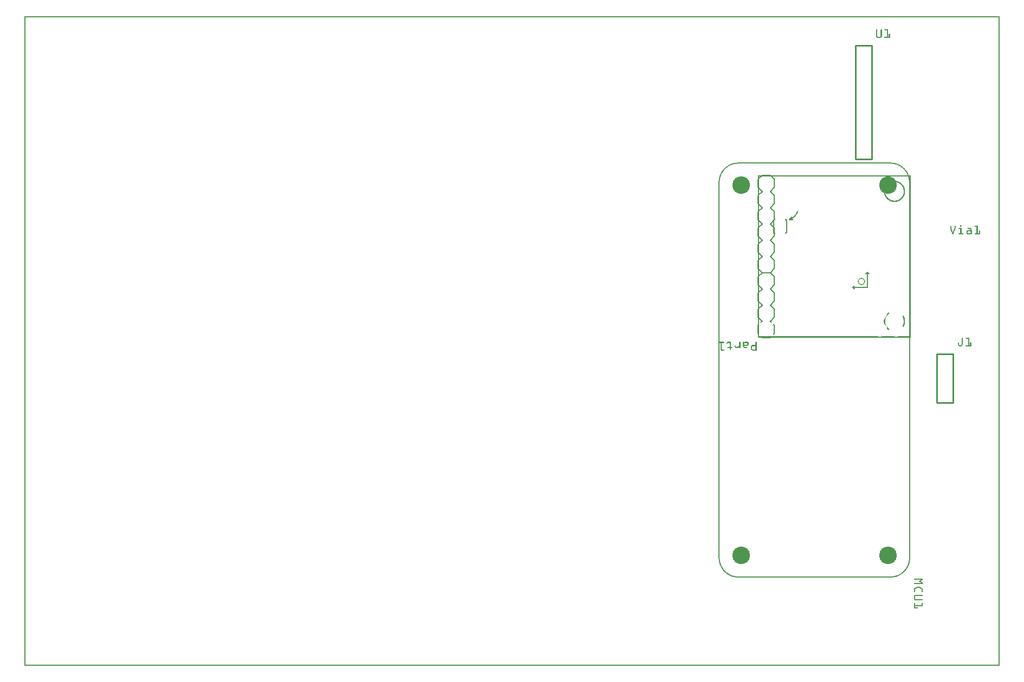
<source format=gto>
G04 MADE WITH FRITZING*
G04 WWW.FRITZING.ORG*
G04 DOUBLE SIDED*
G04 HOLES PLATED*
G04 CONTOUR ON CENTER OF CONTOUR VECTOR*
%ASAXBY*%
%FSLAX23Y23*%
%MOIN*%
%OFA0B0*%
%SFA1.0B1.0*%
%ADD10C,0.108278*%
%ADD11C,0.108250*%
%ADD12C,0.016000X0.016*%
%ADD13C,0.045000X0.035*%
%ADD14C,0.005000*%
%ADD15C,0.007000*%
%ADD16C,0.008000*%
%ADD17C,0.010000*%
%ADD18R,0.001000X0.001000*%
%LNSILK1*%
G90*
G70*
G54D10*
X5314Y2962D03*
X5314Y679D03*
X4408Y2962D03*
G54D11*
X4408Y679D03*
G54D12*
X5148Y2367D03*
G54D13*
X5148Y2367D03*
G54D14*
X5187Y2424D02*
X5187Y2331D01*
D02*
X5187Y2331D02*
X5096Y2331D01*
D02*
X5106Y2321D02*
X5096Y2331D01*
D02*
X5096Y2331D02*
X5106Y2341D01*
D02*
X5187Y2424D02*
X5197Y2414D01*
D02*
X5187Y2424D02*
X5177Y2414D01*
G54D15*
D02*
X4705Y2747D02*
X4709Y2751D01*
D02*
X4709Y2751D02*
X4721Y2763D01*
D02*
X4721Y2763D02*
X4726Y2748D01*
D02*
X4726Y2748D02*
X4705Y2747D01*
G54D16*
D02*
X4513Y2346D02*
X4513Y2396D01*
D02*
X4513Y2396D02*
X4538Y2421D01*
D02*
X4588Y2421D02*
X4613Y2396D01*
D02*
X4538Y2221D02*
X4513Y2246D01*
D02*
X4513Y2246D02*
X4513Y2296D01*
D02*
X4513Y2296D02*
X4538Y2321D01*
D02*
X4588Y2321D02*
X4613Y2296D01*
D02*
X4613Y2296D02*
X4613Y2246D01*
D02*
X4613Y2246D02*
X4588Y2221D01*
D02*
X4513Y2346D02*
X4538Y2321D01*
D02*
X4588Y2321D02*
X4613Y2346D01*
D02*
X4613Y2396D02*
X4613Y2346D01*
D02*
X4513Y2046D02*
X4513Y2096D01*
D02*
X4538Y2121D02*
X4513Y2146D01*
D02*
X4513Y2146D02*
X4513Y2196D01*
D02*
X4513Y2196D02*
X4538Y2221D01*
D02*
X4588Y2221D02*
X4613Y2196D01*
D02*
X4613Y2196D02*
X4613Y2146D01*
D02*
X4613Y2146D02*
X4588Y2121D01*
D02*
X4538Y2021D02*
X4588Y2021D01*
D02*
X4613Y2096D02*
X4613Y2046D01*
D02*
X4538Y2421D02*
X4588Y2421D01*
D02*
X4538Y2921D02*
X4513Y2946D01*
D02*
X4513Y2946D02*
X4513Y2996D01*
D02*
X4513Y2996D02*
X4538Y3021D01*
D02*
X4588Y3021D02*
X4613Y2996D01*
D02*
X4613Y2996D02*
X4613Y2946D01*
D02*
X4613Y2946D02*
X4588Y2921D01*
D02*
X4513Y2746D02*
X4513Y2796D01*
D02*
X4513Y2796D02*
X4538Y2821D01*
D02*
X4588Y2821D02*
X4613Y2796D01*
D02*
X4538Y2821D02*
X4513Y2846D01*
D02*
X4513Y2846D02*
X4513Y2896D01*
D02*
X4513Y2896D02*
X4538Y2921D01*
D02*
X4588Y2921D02*
X4613Y2896D01*
D02*
X4613Y2896D02*
X4613Y2846D01*
D02*
X4613Y2846D02*
X4588Y2821D01*
D02*
X4538Y2621D02*
X4513Y2646D01*
D02*
X4513Y2646D02*
X4513Y2696D01*
D02*
X4513Y2696D02*
X4538Y2721D01*
D02*
X4588Y2721D02*
X4613Y2696D01*
D02*
X4613Y2696D02*
X4613Y2646D01*
D02*
X4613Y2646D02*
X4588Y2621D01*
D02*
X4513Y2746D02*
X4538Y2721D01*
D02*
X4588Y2721D02*
X4613Y2746D01*
D02*
X4613Y2796D02*
X4613Y2746D01*
D02*
X4513Y2446D02*
X4513Y2496D01*
D02*
X4513Y2496D02*
X4538Y2521D01*
D02*
X4588Y2521D02*
X4613Y2496D01*
D02*
X4538Y2521D02*
X4513Y2546D01*
D02*
X4513Y2546D02*
X4513Y2596D01*
D02*
X4513Y2596D02*
X4538Y2621D01*
D02*
X4588Y2621D02*
X4613Y2596D01*
D02*
X4613Y2596D02*
X4613Y2546D01*
D02*
X4613Y2546D02*
X4588Y2521D01*
D02*
X4538Y2421D02*
X4588Y2421D01*
D02*
X4513Y2446D02*
X4538Y2421D01*
D02*
X4588Y2421D02*
X4613Y2446D01*
D02*
X4613Y2496D02*
X4613Y2446D01*
D02*
X4538Y3021D02*
X4588Y3021D01*
D02*
X4689Y2739D02*
X4689Y2674D01*
D02*
X4609Y2674D02*
X4609Y2739D01*
G54D17*
D02*
X5113Y3821D02*
X5113Y3121D01*
D02*
X5113Y3121D02*
X5213Y3121D01*
D02*
X5213Y3121D02*
X5213Y3821D01*
D02*
X5213Y3821D02*
X5113Y3821D01*
D02*
X5613Y1921D02*
X5613Y1621D01*
D02*
X5613Y1621D02*
X5713Y1621D01*
D02*
X5713Y1621D02*
X5713Y1921D01*
D02*
X5713Y1921D02*
X5613Y1921D01*
G54D18*
X0Y4000D02*
X5999Y4000D01*
X0Y3999D02*
X5999Y3999D01*
X0Y3998D02*
X5999Y3998D01*
X0Y3997D02*
X5999Y3997D01*
X0Y3996D02*
X5999Y3996D01*
X0Y3995D02*
X5999Y3995D01*
X0Y3994D02*
X5999Y3994D01*
X0Y3993D02*
X5999Y3993D01*
X0Y3992D02*
X7Y3992D01*
X5992Y3992D02*
X5999Y3992D01*
X0Y3991D02*
X7Y3991D01*
X5992Y3991D02*
X5999Y3991D01*
X0Y3990D02*
X7Y3990D01*
X5992Y3990D02*
X5999Y3990D01*
X0Y3989D02*
X7Y3989D01*
X5992Y3989D02*
X5999Y3989D01*
X0Y3988D02*
X7Y3988D01*
X5992Y3988D02*
X5999Y3988D01*
X0Y3987D02*
X7Y3987D01*
X5992Y3987D02*
X5999Y3987D01*
X0Y3986D02*
X7Y3986D01*
X5992Y3986D02*
X5999Y3986D01*
X0Y3985D02*
X7Y3985D01*
X5992Y3985D02*
X5999Y3985D01*
X0Y3984D02*
X7Y3984D01*
X5992Y3984D02*
X5999Y3984D01*
X0Y3983D02*
X7Y3983D01*
X5992Y3983D02*
X5999Y3983D01*
X0Y3982D02*
X7Y3982D01*
X5992Y3982D02*
X5999Y3982D01*
X0Y3981D02*
X7Y3981D01*
X5992Y3981D02*
X5999Y3981D01*
X0Y3980D02*
X7Y3980D01*
X5992Y3980D02*
X5999Y3980D01*
X0Y3979D02*
X7Y3979D01*
X5992Y3979D02*
X5999Y3979D01*
X0Y3978D02*
X7Y3978D01*
X5992Y3978D02*
X5999Y3978D01*
X0Y3977D02*
X7Y3977D01*
X5992Y3977D02*
X5999Y3977D01*
X0Y3976D02*
X7Y3976D01*
X5992Y3976D02*
X5999Y3976D01*
X0Y3975D02*
X7Y3975D01*
X5992Y3975D02*
X5999Y3975D01*
X0Y3974D02*
X7Y3974D01*
X5992Y3974D02*
X5999Y3974D01*
X0Y3973D02*
X7Y3973D01*
X5992Y3973D02*
X5999Y3973D01*
X0Y3972D02*
X7Y3972D01*
X5992Y3972D02*
X5999Y3972D01*
X0Y3971D02*
X7Y3971D01*
X5992Y3971D02*
X5999Y3971D01*
X0Y3970D02*
X7Y3970D01*
X5992Y3970D02*
X5999Y3970D01*
X0Y3969D02*
X7Y3969D01*
X5992Y3969D02*
X5999Y3969D01*
X0Y3968D02*
X7Y3968D01*
X5992Y3968D02*
X5999Y3968D01*
X0Y3967D02*
X7Y3967D01*
X5992Y3967D02*
X5999Y3967D01*
X0Y3966D02*
X7Y3966D01*
X5992Y3966D02*
X5999Y3966D01*
X0Y3965D02*
X7Y3965D01*
X5992Y3965D02*
X5999Y3965D01*
X0Y3964D02*
X7Y3964D01*
X5992Y3964D02*
X5999Y3964D01*
X0Y3963D02*
X7Y3963D01*
X5992Y3963D02*
X5999Y3963D01*
X0Y3962D02*
X7Y3962D01*
X5992Y3962D02*
X5999Y3962D01*
X0Y3961D02*
X7Y3961D01*
X5992Y3961D02*
X5999Y3961D01*
X0Y3960D02*
X7Y3960D01*
X5992Y3960D02*
X5999Y3960D01*
X0Y3959D02*
X7Y3959D01*
X5992Y3959D02*
X5999Y3959D01*
X0Y3958D02*
X7Y3958D01*
X5992Y3958D02*
X5999Y3958D01*
X0Y3957D02*
X7Y3957D01*
X5992Y3957D02*
X5999Y3957D01*
X0Y3956D02*
X7Y3956D01*
X5992Y3956D02*
X5999Y3956D01*
X0Y3955D02*
X7Y3955D01*
X5992Y3955D02*
X5999Y3955D01*
X0Y3954D02*
X7Y3954D01*
X5992Y3954D02*
X5999Y3954D01*
X0Y3953D02*
X7Y3953D01*
X5992Y3953D02*
X5999Y3953D01*
X0Y3952D02*
X7Y3952D01*
X5992Y3952D02*
X5999Y3952D01*
X0Y3951D02*
X7Y3951D01*
X5992Y3951D02*
X5999Y3951D01*
X0Y3950D02*
X7Y3950D01*
X5992Y3950D02*
X5999Y3950D01*
X0Y3949D02*
X7Y3949D01*
X5992Y3949D02*
X5999Y3949D01*
X0Y3948D02*
X7Y3948D01*
X5992Y3948D02*
X5999Y3948D01*
X0Y3947D02*
X7Y3947D01*
X5992Y3947D02*
X5999Y3947D01*
X0Y3946D02*
X7Y3946D01*
X5992Y3946D02*
X5999Y3946D01*
X0Y3945D02*
X7Y3945D01*
X5992Y3945D02*
X5999Y3945D01*
X0Y3944D02*
X7Y3944D01*
X5992Y3944D02*
X5999Y3944D01*
X0Y3943D02*
X7Y3943D01*
X5992Y3943D02*
X5999Y3943D01*
X0Y3942D02*
X7Y3942D01*
X5992Y3942D02*
X5999Y3942D01*
X0Y3941D02*
X7Y3941D01*
X5992Y3941D02*
X5999Y3941D01*
X0Y3940D02*
X7Y3940D01*
X5992Y3940D02*
X5999Y3940D01*
X0Y3939D02*
X7Y3939D01*
X5992Y3939D02*
X5999Y3939D01*
X0Y3938D02*
X7Y3938D01*
X5992Y3938D02*
X5999Y3938D01*
X0Y3937D02*
X7Y3937D01*
X5992Y3937D02*
X5999Y3937D01*
X0Y3936D02*
X7Y3936D01*
X5992Y3936D02*
X5999Y3936D01*
X0Y3935D02*
X7Y3935D01*
X5992Y3935D02*
X5999Y3935D01*
X0Y3934D02*
X7Y3934D01*
X5992Y3934D02*
X5999Y3934D01*
X0Y3933D02*
X7Y3933D01*
X5992Y3933D02*
X5999Y3933D01*
X0Y3932D02*
X7Y3932D01*
X5992Y3932D02*
X5999Y3932D01*
X0Y3931D02*
X7Y3931D01*
X5992Y3931D02*
X5999Y3931D01*
X0Y3930D02*
X7Y3930D01*
X5992Y3930D02*
X5999Y3930D01*
X0Y3929D02*
X7Y3929D01*
X5992Y3929D02*
X5999Y3929D01*
X0Y3928D02*
X7Y3928D01*
X5992Y3928D02*
X5999Y3928D01*
X0Y3927D02*
X7Y3927D01*
X5992Y3927D02*
X5999Y3927D01*
X0Y3926D02*
X7Y3926D01*
X5992Y3926D02*
X5999Y3926D01*
X0Y3925D02*
X7Y3925D01*
X5992Y3925D02*
X5999Y3925D01*
X0Y3924D02*
X7Y3924D01*
X5992Y3924D02*
X5999Y3924D01*
X0Y3923D02*
X7Y3923D01*
X5992Y3923D02*
X5999Y3923D01*
X0Y3922D02*
X7Y3922D01*
X5992Y3922D02*
X5999Y3922D01*
X0Y3921D02*
X7Y3921D01*
X5243Y3921D02*
X5245Y3921D01*
X5270Y3921D02*
X5273Y3921D01*
X5293Y3921D02*
X5311Y3921D01*
X5992Y3921D02*
X5999Y3921D01*
X0Y3920D02*
X7Y3920D01*
X5241Y3920D02*
X5246Y3920D01*
X5269Y3920D02*
X5274Y3920D01*
X5291Y3920D02*
X5311Y3920D01*
X5992Y3920D02*
X5999Y3920D01*
X0Y3919D02*
X7Y3919D01*
X5241Y3919D02*
X5247Y3919D01*
X5269Y3919D02*
X5274Y3919D01*
X5291Y3919D02*
X5311Y3919D01*
X5992Y3919D02*
X5999Y3919D01*
X0Y3918D02*
X7Y3918D01*
X5241Y3918D02*
X5247Y3918D01*
X5268Y3918D02*
X5274Y3918D01*
X5291Y3918D02*
X5311Y3918D01*
X5992Y3918D02*
X5999Y3918D01*
X0Y3917D02*
X7Y3917D01*
X5241Y3917D02*
X5247Y3917D01*
X5268Y3917D02*
X5274Y3917D01*
X5291Y3917D02*
X5311Y3917D01*
X5992Y3917D02*
X5999Y3917D01*
X0Y3916D02*
X7Y3916D01*
X5241Y3916D02*
X5247Y3916D01*
X5268Y3916D02*
X5274Y3916D01*
X5292Y3916D02*
X5311Y3916D01*
X5992Y3916D02*
X5999Y3916D01*
X0Y3915D02*
X7Y3915D01*
X5241Y3915D02*
X5247Y3915D01*
X5268Y3915D02*
X5274Y3915D01*
X5293Y3915D02*
X5311Y3915D01*
X5992Y3915D02*
X5999Y3915D01*
X0Y3914D02*
X7Y3914D01*
X5241Y3914D02*
X5247Y3914D01*
X5268Y3914D02*
X5274Y3914D01*
X5305Y3914D02*
X5311Y3914D01*
X5992Y3914D02*
X5999Y3914D01*
X0Y3913D02*
X7Y3913D01*
X5241Y3913D02*
X5247Y3913D01*
X5268Y3913D02*
X5274Y3913D01*
X5305Y3913D02*
X5311Y3913D01*
X5992Y3913D02*
X5999Y3913D01*
X0Y3912D02*
X7Y3912D01*
X5241Y3912D02*
X5247Y3912D01*
X5268Y3912D02*
X5274Y3912D01*
X5305Y3912D02*
X5311Y3912D01*
X5992Y3912D02*
X5999Y3912D01*
X0Y3911D02*
X7Y3911D01*
X5241Y3911D02*
X5247Y3911D01*
X5268Y3911D02*
X5274Y3911D01*
X5305Y3911D02*
X5311Y3911D01*
X5992Y3911D02*
X5999Y3911D01*
X0Y3910D02*
X7Y3910D01*
X5241Y3910D02*
X5247Y3910D01*
X5268Y3910D02*
X5274Y3910D01*
X5305Y3910D02*
X5311Y3910D01*
X5992Y3910D02*
X5999Y3910D01*
X0Y3909D02*
X7Y3909D01*
X5241Y3909D02*
X5247Y3909D01*
X5268Y3909D02*
X5274Y3909D01*
X5305Y3909D02*
X5311Y3909D01*
X5992Y3909D02*
X5999Y3909D01*
X0Y3908D02*
X7Y3908D01*
X5241Y3908D02*
X5247Y3908D01*
X5268Y3908D02*
X5274Y3908D01*
X5305Y3908D02*
X5311Y3908D01*
X5992Y3908D02*
X5999Y3908D01*
X0Y3907D02*
X7Y3907D01*
X5241Y3907D02*
X5247Y3907D01*
X5268Y3907D02*
X5274Y3907D01*
X5305Y3907D02*
X5311Y3907D01*
X5992Y3907D02*
X5999Y3907D01*
X0Y3906D02*
X7Y3906D01*
X5241Y3906D02*
X5247Y3906D01*
X5268Y3906D02*
X5274Y3906D01*
X5305Y3906D02*
X5311Y3906D01*
X5992Y3906D02*
X5999Y3906D01*
X0Y3905D02*
X7Y3905D01*
X5241Y3905D02*
X5247Y3905D01*
X5268Y3905D02*
X5274Y3905D01*
X5305Y3905D02*
X5311Y3905D01*
X5992Y3905D02*
X5999Y3905D01*
X0Y3904D02*
X7Y3904D01*
X5241Y3904D02*
X5247Y3904D01*
X5268Y3904D02*
X5274Y3904D01*
X5305Y3904D02*
X5311Y3904D01*
X5992Y3904D02*
X5999Y3904D01*
X0Y3903D02*
X7Y3903D01*
X5241Y3903D02*
X5247Y3903D01*
X5268Y3903D02*
X5274Y3903D01*
X5305Y3903D02*
X5311Y3903D01*
X5992Y3903D02*
X5999Y3903D01*
X0Y3902D02*
X7Y3902D01*
X5241Y3902D02*
X5247Y3902D01*
X5268Y3902D02*
X5274Y3902D01*
X5305Y3902D02*
X5311Y3902D01*
X5992Y3902D02*
X5999Y3902D01*
X0Y3901D02*
X7Y3901D01*
X5241Y3901D02*
X5247Y3901D01*
X5268Y3901D02*
X5274Y3901D01*
X5305Y3901D02*
X5311Y3901D01*
X5992Y3901D02*
X5999Y3901D01*
X0Y3900D02*
X7Y3900D01*
X5241Y3900D02*
X5247Y3900D01*
X5268Y3900D02*
X5274Y3900D01*
X5305Y3900D02*
X5311Y3900D01*
X5992Y3900D02*
X5999Y3900D01*
X0Y3899D02*
X7Y3899D01*
X5241Y3899D02*
X5247Y3899D01*
X5268Y3899D02*
X5274Y3899D01*
X5305Y3899D02*
X5311Y3899D01*
X5992Y3899D02*
X5999Y3899D01*
X0Y3898D02*
X7Y3898D01*
X5241Y3898D02*
X5247Y3898D01*
X5268Y3898D02*
X5274Y3898D01*
X5305Y3898D02*
X5311Y3898D01*
X5992Y3898D02*
X5999Y3898D01*
X0Y3897D02*
X7Y3897D01*
X5241Y3897D02*
X5247Y3897D01*
X5268Y3897D02*
X5274Y3897D01*
X5305Y3897D02*
X5311Y3897D01*
X5992Y3897D02*
X5999Y3897D01*
X0Y3896D02*
X7Y3896D01*
X5241Y3896D02*
X5247Y3896D01*
X5268Y3896D02*
X5274Y3896D01*
X5305Y3896D02*
X5311Y3896D01*
X5992Y3896D02*
X5999Y3896D01*
X0Y3895D02*
X7Y3895D01*
X5241Y3895D02*
X5247Y3895D01*
X5268Y3895D02*
X5274Y3895D01*
X5305Y3895D02*
X5311Y3895D01*
X5992Y3895D02*
X5999Y3895D01*
X0Y3894D02*
X7Y3894D01*
X5241Y3894D02*
X5247Y3894D01*
X5268Y3894D02*
X5274Y3894D01*
X5305Y3894D02*
X5311Y3894D01*
X5992Y3894D02*
X5999Y3894D01*
X0Y3893D02*
X7Y3893D01*
X5241Y3893D02*
X5247Y3893D01*
X5268Y3893D02*
X5274Y3893D01*
X5305Y3893D02*
X5311Y3893D01*
X5992Y3893D02*
X5999Y3893D01*
X0Y3892D02*
X7Y3892D01*
X5241Y3892D02*
X5247Y3892D01*
X5268Y3892D02*
X5274Y3892D01*
X5305Y3892D02*
X5311Y3892D01*
X5321Y3892D02*
X5321Y3892D01*
X5992Y3892D02*
X5999Y3892D01*
X0Y3891D02*
X7Y3891D01*
X5241Y3891D02*
X5247Y3891D01*
X5268Y3891D02*
X5274Y3891D01*
X5305Y3891D02*
X5311Y3891D01*
X5319Y3891D02*
X5323Y3891D01*
X5992Y3891D02*
X5999Y3891D01*
X0Y3890D02*
X7Y3890D01*
X5241Y3890D02*
X5247Y3890D01*
X5268Y3890D02*
X5274Y3890D01*
X5305Y3890D02*
X5311Y3890D01*
X5319Y3890D02*
X5324Y3890D01*
X5992Y3890D02*
X5999Y3890D01*
X0Y3889D02*
X7Y3889D01*
X5241Y3889D02*
X5247Y3889D01*
X5268Y3889D02*
X5274Y3889D01*
X5305Y3889D02*
X5311Y3889D01*
X5318Y3889D02*
X5324Y3889D01*
X5992Y3889D02*
X5999Y3889D01*
X0Y3888D02*
X7Y3888D01*
X5241Y3888D02*
X5247Y3888D01*
X5268Y3888D02*
X5274Y3888D01*
X5305Y3888D02*
X5311Y3888D01*
X5318Y3888D02*
X5324Y3888D01*
X5992Y3888D02*
X5999Y3888D01*
X0Y3887D02*
X7Y3887D01*
X5241Y3887D02*
X5247Y3887D01*
X5268Y3887D02*
X5274Y3887D01*
X5305Y3887D02*
X5311Y3887D01*
X5318Y3887D02*
X5324Y3887D01*
X5992Y3887D02*
X5999Y3887D01*
X0Y3886D02*
X7Y3886D01*
X5241Y3886D02*
X5247Y3886D01*
X5268Y3886D02*
X5274Y3886D01*
X5305Y3886D02*
X5311Y3886D01*
X5318Y3886D02*
X5324Y3886D01*
X5992Y3886D02*
X5999Y3886D01*
X0Y3885D02*
X7Y3885D01*
X5241Y3885D02*
X5247Y3885D01*
X5268Y3885D02*
X5274Y3885D01*
X5305Y3885D02*
X5311Y3885D01*
X5318Y3885D02*
X5324Y3885D01*
X5992Y3885D02*
X5999Y3885D01*
X0Y3884D02*
X7Y3884D01*
X5241Y3884D02*
X5247Y3884D01*
X5268Y3884D02*
X5274Y3884D01*
X5305Y3884D02*
X5311Y3884D01*
X5318Y3884D02*
X5324Y3884D01*
X5992Y3884D02*
X5999Y3884D01*
X0Y3883D02*
X7Y3883D01*
X5241Y3883D02*
X5247Y3883D01*
X5268Y3883D02*
X5274Y3883D01*
X5305Y3883D02*
X5311Y3883D01*
X5318Y3883D02*
X5324Y3883D01*
X5992Y3883D02*
X5999Y3883D01*
X0Y3882D02*
X7Y3882D01*
X5241Y3882D02*
X5247Y3882D01*
X5268Y3882D02*
X5274Y3882D01*
X5305Y3882D02*
X5311Y3882D01*
X5318Y3882D02*
X5324Y3882D01*
X5992Y3882D02*
X5999Y3882D01*
X0Y3881D02*
X7Y3881D01*
X5241Y3881D02*
X5247Y3881D01*
X5268Y3881D02*
X5274Y3881D01*
X5305Y3881D02*
X5311Y3881D01*
X5318Y3881D02*
X5324Y3881D01*
X5992Y3881D02*
X5999Y3881D01*
X0Y3880D02*
X7Y3880D01*
X5241Y3880D02*
X5247Y3880D01*
X5268Y3880D02*
X5274Y3880D01*
X5305Y3880D02*
X5311Y3880D01*
X5318Y3880D02*
X5324Y3880D01*
X5992Y3880D02*
X5999Y3880D01*
X0Y3879D02*
X7Y3879D01*
X5241Y3879D02*
X5247Y3879D01*
X5268Y3879D02*
X5274Y3879D01*
X5305Y3879D02*
X5311Y3879D01*
X5318Y3879D02*
X5324Y3879D01*
X5992Y3879D02*
X5999Y3879D01*
X0Y3878D02*
X7Y3878D01*
X5241Y3878D02*
X5247Y3878D01*
X5268Y3878D02*
X5274Y3878D01*
X5305Y3878D02*
X5311Y3878D01*
X5318Y3878D02*
X5324Y3878D01*
X5992Y3878D02*
X5999Y3878D01*
X0Y3877D02*
X7Y3877D01*
X5241Y3877D02*
X5247Y3877D01*
X5268Y3877D02*
X5274Y3877D01*
X5305Y3877D02*
X5311Y3877D01*
X5318Y3877D02*
X5324Y3877D01*
X5992Y3877D02*
X5999Y3877D01*
X0Y3876D02*
X7Y3876D01*
X5241Y3876D02*
X5247Y3876D01*
X5268Y3876D02*
X5274Y3876D01*
X5305Y3876D02*
X5311Y3876D01*
X5318Y3876D02*
X5324Y3876D01*
X5992Y3876D02*
X5999Y3876D01*
X0Y3875D02*
X7Y3875D01*
X5241Y3875D02*
X5248Y3875D01*
X5267Y3875D02*
X5274Y3875D01*
X5305Y3875D02*
X5311Y3875D01*
X5318Y3875D02*
X5324Y3875D01*
X5992Y3875D02*
X5999Y3875D01*
X0Y3874D02*
X7Y3874D01*
X5242Y3874D02*
X5274Y3874D01*
X5293Y3874D02*
X5324Y3874D01*
X5992Y3874D02*
X5999Y3874D01*
X0Y3873D02*
X7Y3873D01*
X5242Y3873D02*
X5273Y3873D01*
X5292Y3873D02*
X5324Y3873D01*
X5992Y3873D02*
X5999Y3873D01*
X0Y3872D02*
X7Y3872D01*
X5243Y3872D02*
X5273Y3872D01*
X5291Y3872D02*
X5324Y3872D01*
X5992Y3872D02*
X5999Y3872D01*
X0Y3871D02*
X7Y3871D01*
X5243Y3871D02*
X5272Y3871D01*
X5291Y3871D02*
X5324Y3871D01*
X5992Y3871D02*
X5999Y3871D01*
X0Y3870D02*
X7Y3870D01*
X5244Y3870D02*
X5271Y3870D01*
X5291Y3870D02*
X5324Y3870D01*
X5992Y3870D02*
X5999Y3870D01*
X0Y3869D02*
X7Y3869D01*
X5246Y3869D02*
X5269Y3869D01*
X5291Y3869D02*
X5324Y3869D01*
X5992Y3869D02*
X5999Y3869D01*
X0Y3868D02*
X7Y3868D01*
X5248Y3868D02*
X5267Y3868D01*
X5292Y3868D02*
X5323Y3868D01*
X5992Y3868D02*
X5999Y3868D01*
X0Y3867D02*
X7Y3867D01*
X5992Y3867D02*
X5999Y3867D01*
X0Y3866D02*
X7Y3866D01*
X5992Y3866D02*
X5999Y3866D01*
X0Y3865D02*
X7Y3865D01*
X5992Y3865D02*
X5999Y3865D01*
X0Y3864D02*
X7Y3864D01*
X5992Y3864D02*
X5999Y3864D01*
X0Y3863D02*
X7Y3863D01*
X5992Y3863D02*
X5999Y3863D01*
X0Y3862D02*
X7Y3862D01*
X5992Y3862D02*
X5999Y3862D01*
X0Y3861D02*
X7Y3861D01*
X5992Y3861D02*
X5999Y3861D01*
X0Y3860D02*
X7Y3860D01*
X5992Y3860D02*
X5999Y3860D01*
X0Y3859D02*
X7Y3859D01*
X5992Y3859D02*
X5999Y3859D01*
X0Y3858D02*
X7Y3858D01*
X5992Y3858D02*
X5999Y3858D01*
X0Y3857D02*
X7Y3857D01*
X5992Y3857D02*
X5999Y3857D01*
X0Y3856D02*
X7Y3856D01*
X5992Y3856D02*
X5999Y3856D01*
X0Y3855D02*
X7Y3855D01*
X5992Y3855D02*
X5999Y3855D01*
X0Y3854D02*
X7Y3854D01*
X5992Y3854D02*
X5999Y3854D01*
X0Y3853D02*
X7Y3853D01*
X5992Y3853D02*
X5999Y3853D01*
X0Y3852D02*
X7Y3852D01*
X5992Y3852D02*
X5999Y3852D01*
X0Y3851D02*
X7Y3851D01*
X5992Y3851D02*
X5999Y3851D01*
X0Y3850D02*
X7Y3850D01*
X5992Y3850D02*
X5999Y3850D01*
X0Y3849D02*
X7Y3849D01*
X5992Y3849D02*
X5999Y3849D01*
X0Y3848D02*
X7Y3848D01*
X5992Y3848D02*
X5999Y3848D01*
X0Y3847D02*
X7Y3847D01*
X5992Y3847D02*
X5999Y3847D01*
X0Y3846D02*
X7Y3846D01*
X5992Y3846D02*
X5999Y3846D01*
X0Y3845D02*
X7Y3845D01*
X5992Y3845D02*
X5999Y3845D01*
X0Y3844D02*
X7Y3844D01*
X5992Y3844D02*
X5999Y3844D01*
X0Y3843D02*
X7Y3843D01*
X5992Y3843D02*
X5999Y3843D01*
X0Y3842D02*
X7Y3842D01*
X5992Y3842D02*
X5999Y3842D01*
X0Y3841D02*
X7Y3841D01*
X5992Y3841D02*
X5999Y3841D01*
X0Y3840D02*
X7Y3840D01*
X5992Y3840D02*
X5999Y3840D01*
X0Y3839D02*
X7Y3839D01*
X5992Y3839D02*
X5999Y3839D01*
X0Y3838D02*
X7Y3838D01*
X5992Y3838D02*
X5999Y3838D01*
X0Y3837D02*
X7Y3837D01*
X5992Y3837D02*
X5999Y3837D01*
X0Y3836D02*
X7Y3836D01*
X5992Y3836D02*
X5999Y3836D01*
X0Y3835D02*
X7Y3835D01*
X5992Y3835D02*
X5999Y3835D01*
X0Y3834D02*
X7Y3834D01*
X5992Y3834D02*
X5999Y3834D01*
X0Y3833D02*
X7Y3833D01*
X5992Y3833D02*
X5999Y3833D01*
X0Y3832D02*
X7Y3832D01*
X5992Y3832D02*
X5999Y3832D01*
X0Y3831D02*
X7Y3831D01*
X5992Y3831D02*
X5999Y3831D01*
X0Y3830D02*
X7Y3830D01*
X5992Y3830D02*
X5999Y3830D01*
X0Y3829D02*
X7Y3829D01*
X5992Y3829D02*
X5999Y3829D01*
X0Y3828D02*
X7Y3828D01*
X5992Y3828D02*
X5999Y3828D01*
X0Y3827D02*
X7Y3827D01*
X5992Y3827D02*
X5999Y3827D01*
X0Y3826D02*
X7Y3826D01*
X5992Y3826D02*
X5999Y3826D01*
X0Y3825D02*
X7Y3825D01*
X5992Y3825D02*
X5999Y3825D01*
X0Y3824D02*
X7Y3824D01*
X5992Y3824D02*
X5999Y3824D01*
X0Y3823D02*
X7Y3823D01*
X5146Y3823D02*
X5146Y3823D01*
X5992Y3823D02*
X5999Y3823D01*
X0Y3822D02*
X7Y3822D01*
X5145Y3822D02*
X5147Y3822D01*
X5992Y3822D02*
X5999Y3822D01*
X0Y3821D02*
X7Y3821D01*
X5144Y3821D02*
X5148Y3821D01*
X5992Y3821D02*
X5999Y3821D01*
X0Y3820D02*
X7Y3820D01*
X5143Y3820D02*
X5148Y3820D01*
X5992Y3820D02*
X5999Y3820D01*
X0Y3819D02*
X7Y3819D01*
X5142Y3819D02*
X5148Y3819D01*
X5992Y3819D02*
X5999Y3819D01*
X0Y3818D02*
X7Y3818D01*
X5141Y3818D02*
X5147Y3818D01*
X5992Y3818D02*
X5999Y3818D01*
X0Y3817D02*
X7Y3817D01*
X5140Y3817D02*
X5146Y3817D01*
X5992Y3817D02*
X5999Y3817D01*
X0Y3816D02*
X7Y3816D01*
X5139Y3816D02*
X5145Y3816D01*
X5992Y3816D02*
X5999Y3816D01*
X0Y3815D02*
X7Y3815D01*
X5992Y3815D02*
X5999Y3815D01*
X0Y3814D02*
X7Y3814D01*
X5992Y3814D02*
X5999Y3814D01*
X0Y3813D02*
X7Y3813D01*
X5992Y3813D02*
X5999Y3813D01*
X0Y3812D02*
X7Y3812D01*
X5992Y3812D02*
X5999Y3812D01*
X0Y3811D02*
X7Y3811D01*
X5992Y3811D02*
X5999Y3811D01*
X0Y3810D02*
X7Y3810D01*
X5992Y3810D02*
X5999Y3810D01*
X0Y3809D02*
X7Y3809D01*
X5992Y3809D02*
X5999Y3809D01*
X0Y3808D02*
X7Y3808D01*
X5992Y3808D02*
X5999Y3808D01*
X0Y3807D02*
X7Y3807D01*
X5992Y3807D02*
X5999Y3807D01*
X0Y3806D02*
X7Y3806D01*
X5992Y3806D02*
X5999Y3806D01*
X0Y3805D02*
X7Y3805D01*
X5992Y3805D02*
X5999Y3805D01*
X0Y3804D02*
X7Y3804D01*
X5992Y3804D02*
X5999Y3804D01*
X0Y3803D02*
X7Y3803D01*
X5992Y3803D02*
X5999Y3803D01*
X0Y3802D02*
X7Y3802D01*
X5992Y3802D02*
X5999Y3802D01*
X0Y3801D02*
X7Y3801D01*
X5992Y3801D02*
X5999Y3801D01*
X0Y3800D02*
X7Y3800D01*
X5992Y3800D02*
X5999Y3800D01*
X0Y3799D02*
X7Y3799D01*
X5992Y3799D02*
X5999Y3799D01*
X0Y3798D02*
X7Y3798D01*
X5992Y3798D02*
X5999Y3798D01*
X0Y3797D02*
X7Y3797D01*
X5992Y3797D02*
X5999Y3797D01*
X0Y3796D02*
X7Y3796D01*
X5992Y3796D02*
X5999Y3796D01*
X0Y3795D02*
X7Y3795D01*
X5118Y3795D02*
X5118Y3795D01*
X5992Y3795D02*
X5999Y3795D01*
X0Y3794D02*
X7Y3794D01*
X5117Y3794D02*
X5118Y3794D01*
X5992Y3794D02*
X5999Y3794D01*
X0Y3793D02*
X7Y3793D01*
X5116Y3793D02*
X5118Y3793D01*
X5992Y3793D02*
X5999Y3793D01*
X0Y3792D02*
X7Y3792D01*
X5115Y3792D02*
X5118Y3792D01*
X5992Y3792D02*
X5999Y3792D01*
X0Y3791D02*
X7Y3791D01*
X5114Y3791D02*
X5118Y3791D01*
X5992Y3791D02*
X5999Y3791D01*
X0Y3790D02*
X7Y3790D01*
X5113Y3790D02*
X5118Y3790D01*
X5992Y3790D02*
X5999Y3790D01*
X0Y3789D02*
X7Y3789D01*
X5112Y3789D02*
X5118Y3789D01*
X5992Y3789D02*
X5999Y3789D01*
X0Y3788D02*
X7Y3788D01*
X5112Y3788D02*
X5117Y3788D01*
X5992Y3788D02*
X5999Y3788D01*
X0Y3787D02*
X7Y3787D01*
X5113Y3787D02*
X5116Y3787D01*
X5992Y3787D02*
X5999Y3787D01*
X0Y3786D02*
X7Y3786D01*
X5114Y3786D02*
X5115Y3786D01*
X5992Y3786D02*
X5999Y3786D01*
X0Y3785D02*
X7Y3785D01*
X5992Y3785D02*
X5999Y3785D01*
X0Y3784D02*
X7Y3784D01*
X5992Y3784D02*
X5999Y3784D01*
X0Y3783D02*
X7Y3783D01*
X5992Y3783D02*
X5999Y3783D01*
X0Y3782D02*
X7Y3782D01*
X5992Y3782D02*
X5999Y3782D01*
X0Y3781D02*
X7Y3781D01*
X5992Y3781D02*
X5999Y3781D01*
X0Y3780D02*
X7Y3780D01*
X5992Y3780D02*
X5999Y3780D01*
X0Y3779D02*
X7Y3779D01*
X5992Y3779D02*
X5999Y3779D01*
X0Y3778D02*
X7Y3778D01*
X5992Y3778D02*
X5999Y3778D01*
X0Y3777D02*
X7Y3777D01*
X5992Y3777D02*
X5999Y3777D01*
X0Y3776D02*
X7Y3776D01*
X5992Y3776D02*
X5999Y3776D01*
X0Y3775D02*
X7Y3775D01*
X5992Y3775D02*
X5999Y3775D01*
X0Y3774D02*
X7Y3774D01*
X5992Y3774D02*
X5999Y3774D01*
X0Y3773D02*
X7Y3773D01*
X5992Y3773D02*
X5999Y3773D01*
X0Y3772D02*
X7Y3772D01*
X5992Y3772D02*
X5999Y3772D01*
X0Y3771D02*
X7Y3771D01*
X5992Y3771D02*
X5999Y3771D01*
X0Y3770D02*
X7Y3770D01*
X5992Y3770D02*
X5999Y3770D01*
X0Y3769D02*
X7Y3769D01*
X5992Y3769D02*
X5999Y3769D01*
X0Y3768D02*
X7Y3768D01*
X5992Y3768D02*
X5999Y3768D01*
X0Y3767D02*
X7Y3767D01*
X5992Y3767D02*
X5999Y3767D01*
X0Y3766D02*
X7Y3766D01*
X5992Y3766D02*
X5999Y3766D01*
X0Y3765D02*
X7Y3765D01*
X5992Y3765D02*
X5999Y3765D01*
X0Y3764D02*
X7Y3764D01*
X5992Y3764D02*
X5999Y3764D01*
X0Y3763D02*
X7Y3763D01*
X5992Y3763D02*
X5999Y3763D01*
X0Y3762D02*
X7Y3762D01*
X5992Y3762D02*
X5999Y3762D01*
X0Y3761D02*
X7Y3761D01*
X5992Y3761D02*
X5999Y3761D01*
X0Y3760D02*
X7Y3760D01*
X5992Y3760D02*
X5999Y3760D01*
X0Y3759D02*
X7Y3759D01*
X5992Y3759D02*
X5999Y3759D01*
X0Y3758D02*
X7Y3758D01*
X5992Y3758D02*
X5999Y3758D01*
X0Y3757D02*
X7Y3757D01*
X5992Y3757D02*
X5999Y3757D01*
X0Y3756D02*
X7Y3756D01*
X5992Y3756D02*
X5999Y3756D01*
X0Y3755D02*
X7Y3755D01*
X5992Y3755D02*
X5999Y3755D01*
X0Y3754D02*
X7Y3754D01*
X5992Y3754D02*
X5999Y3754D01*
X0Y3753D02*
X7Y3753D01*
X5992Y3753D02*
X5999Y3753D01*
X0Y3752D02*
X7Y3752D01*
X5992Y3752D02*
X5999Y3752D01*
X0Y3751D02*
X7Y3751D01*
X5992Y3751D02*
X5999Y3751D01*
X0Y3750D02*
X7Y3750D01*
X5992Y3750D02*
X5999Y3750D01*
X0Y3749D02*
X7Y3749D01*
X5992Y3749D02*
X5999Y3749D01*
X0Y3748D02*
X7Y3748D01*
X5992Y3748D02*
X5999Y3748D01*
X0Y3747D02*
X7Y3747D01*
X5992Y3747D02*
X5999Y3747D01*
X0Y3746D02*
X7Y3746D01*
X5992Y3746D02*
X5999Y3746D01*
X0Y3745D02*
X7Y3745D01*
X5992Y3745D02*
X5999Y3745D01*
X0Y3744D02*
X7Y3744D01*
X5992Y3744D02*
X5999Y3744D01*
X0Y3743D02*
X7Y3743D01*
X5992Y3743D02*
X5999Y3743D01*
X0Y3742D02*
X7Y3742D01*
X5992Y3742D02*
X5999Y3742D01*
X0Y3741D02*
X7Y3741D01*
X5992Y3741D02*
X5999Y3741D01*
X0Y3740D02*
X7Y3740D01*
X5992Y3740D02*
X5999Y3740D01*
X0Y3739D02*
X7Y3739D01*
X5992Y3739D02*
X5999Y3739D01*
X0Y3738D02*
X7Y3738D01*
X5992Y3738D02*
X5999Y3738D01*
X0Y3737D02*
X7Y3737D01*
X5992Y3737D02*
X5999Y3737D01*
X0Y3736D02*
X7Y3736D01*
X5992Y3736D02*
X5999Y3736D01*
X0Y3735D02*
X7Y3735D01*
X5992Y3735D02*
X5999Y3735D01*
X0Y3734D02*
X7Y3734D01*
X5992Y3734D02*
X5999Y3734D01*
X0Y3733D02*
X7Y3733D01*
X5992Y3733D02*
X5999Y3733D01*
X0Y3732D02*
X7Y3732D01*
X5992Y3732D02*
X5999Y3732D01*
X0Y3731D02*
X7Y3731D01*
X5992Y3731D02*
X5999Y3731D01*
X0Y3730D02*
X7Y3730D01*
X5992Y3730D02*
X5999Y3730D01*
X0Y3729D02*
X7Y3729D01*
X5992Y3729D02*
X5999Y3729D01*
X0Y3728D02*
X7Y3728D01*
X5992Y3728D02*
X5999Y3728D01*
X0Y3727D02*
X7Y3727D01*
X5992Y3727D02*
X5999Y3727D01*
X0Y3726D02*
X7Y3726D01*
X5992Y3726D02*
X5999Y3726D01*
X0Y3725D02*
X7Y3725D01*
X5992Y3725D02*
X5999Y3725D01*
X0Y3724D02*
X7Y3724D01*
X5992Y3724D02*
X5999Y3724D01*
X0Y3723D02*
X7Y3723D01*
X5992Y3723D02*
X5999Y3723D01*
X0Y3722D02*
X7Y3722D01*
X5992Y3722D02*
X5999Y3722D01*
X0Y3721D02*
X7Y3721D01*
X5992Y3721D02*
X5999Y3721D01*
X0Y3720D02*
X7Y3720D01*
X5992Y3720D02*
X5999Y3720D01*
X0Y3719D02*
X7Y3719D01*
X5992Y3719D02*
X5999Y3719D01*
X0Y3718D02*
X7Y3718D01*
X5992Y3718D02*
X5999Y3718D01*
X0Y3717D02*
X7Y3717D01*
X5992Y3717D02*
X5999Y3717D01*
X0Y3716D02*
X7Y3716D01*
X5992Y3716D02*
X5999Y3716D01*
X0Y3715D02*
X7Y3715D01*
X5992Y3715D02*
X5999Y3715D01*
X0Y3714D02*
X7Y3714D01*
X5992Y3714D02*
X5999Y3714D01*
X0Y3713D02*
X7Y3713D01*
X5992Y3713D02*
X5999Y3713D01*
X0Y3712D02*
X7Y3712D01*
X5992Y3712D02*
X5999Y3712D01*
X0Y3711D02*
X7Y3711D01*
X5992Y3711D02*
X5999Y3711D01*
X0Y3710D02*
X7Y3710D01*
X5992Y3710D02*
X5999Y3710D01*
X0Y3709D02*
X7Y3709D01*
X5992Y3709D02*
X5999Y3709D01*
X0Y3708D02*
X7Y3708D01*
X5992Y3708D02*
X5999Y3708D01*
X0Y3707D02*
X7Y3707D01*
X5992Y3707D02*
X5999Y3707D01*
X0Y3706D02*
X7Y3706D01*
X5992Y3706D02*
X5999Y3706D01*
X0Y3705D02*
X7Y3705D01*
X5992Y3705D02*
X5999Y3705D01*
X0Y3704D02*
X7Y3704D01*
X5992Y3704D02*
X5999Y3704D01*
X0Y3703D02*
X7Y3703D01*
X5992Y3703D02*
X5999Y3703D01*
X0Y3702D02*
X7Y3702D01*
X5992Y3702D02*
X5999Y3702D01*
X0Y3701D02*
X7Y3701D01*
X5992Y3701D02*
X5999Y3701D01*
X0Y3700D02*
X7Y3700D01*
X5992Y3700D02*
X5999Y3700D01*
X0Y3699D02*
X7Y3699D01*
X5992Y3699D02*
X5999Y3699D01*
X0Y3698D02*
X7Y3698D01*
X5992Y3698D02*
X5999Y3698D01*
X0Y3697D02*
X7Y3697D01*
X5992Y3697D02*
X5999Y3697D01*
X0Y3696D02*
X7Y3696D01*
X5992Y3696D02*
X5999Y3696D01*
X0Y3695D02*
X7Y3695D01*
X5992Y3695D02*
X5999Y3695D01*
X0Y3694D02*
X7Y3694D01*
X5992Y3694D02*
X5999Y3694D01*
X0Y3693D02*
X7Y3693D01*
X5992Y3693D02*
X5999Y3693D01*
X0Y3692D02*
X7Y3692D01*
X5992Y3692D02*
X5999Y3692D01*
X0Y3691D02*
X7Y3691D01*
X5992Y3691D02*
X5999Y3691D01*
X0Y3690D02*
X7Y3690D01*
X5992Y3690D02*
X5999Y3690D01*
X0Y3689D02*
X7Y3689D01*
X5992Y3689D02*
X5999Y3689D01*
X0Y3688D02*
X7Y3688D01*
X5992Y3688D02*
X5999Y3688D01*
X0Y3687D02*
X7Y3687D01*
X5992Y3687D02*
X5999Y3687D01*
X0Y3686D02*
X7Y3686D01*
X5992Y3686D02*
X5999Y3686D01*
X0Y3685D02*
X7Y3685D01*
X5992Y3685D02*
X5999Y3685D01*
X0Y3684D02*
X7Y3684D01*
X5992Y3684D02*
X5999Y3684D01*
X0Y3683D02*
X7Y3683D01*
X5992Y3683D02*
X5999Y3683D01*
X0Y3682D02*
X7Y3682D01*
X5992Y3682D02*
X5999Y3682D01*
X0Y3681D02*
X7Y3681D01*
X5992Y3681D02*
X5999Y3681D01*
X0Y3680D02*
X7Y3680D01*
X5992Y3680D02*
X5999Y3680D01*
X0Y3679D02*
X7Y3679D01*
X5992Y3679D02*
X5999Y3679D01*
X0Y3678D02*
X7Y3678D01*
X5992Y3678D02*
X5999Y3678D01*
X0Y3677D02*
X7Y3677D01*
X5992Y3677D02*
X5999Y3677D01*
X0Y3676D02*
X7Y3676D01*
X5992Y3676D02*
X5999Y3676D01*
X0Y3675D02*
X7Y3675D01*
X5992Y3675D02*
X5999Y3675D01*
X0Y3674D02*
X7Y3674D01*
X5992Y3674D02*
X5999Y3674D01*
X0Y3673D02*
X7Y3673D01*
X5992Y3673D02*
X5999Y3673D01*
X0Y3672D02*
X7Y3672D01*
X5992Y3672D02*
X5999Y3672D01*
X0Y3671D02*
X7Y3671D01*
X5992Y3671D02*
X5999Y3671D01*
X0Y3670D02*
X7Y3670D01*
X5992Y3670D02*
X5999Y3670D01*
X0Y3669D02*
X7Y3669D01*
X5992Y3669D02*
X5999Y3669D01*
X0Y3668D02*
X7Y3668D01*
X5992Y3668D02*
X5999Y3668D01*
X0Y3667D02*
X7Y3667D01*
X5992Y3667D02*
X5999Y3667D01*
X0Y3666D02*
X7Y3666D01*
X5992Y3666D02*
X5999Y3666D01*
X0Y3665D02*
X7Y3665D01*
X5992Y3665D02*
X5999Y3665D01*
X0Y3664D02*
X7Y3664D01*
X5992Y3664D02*
X5999Y3664D01*
X0Y3663D02*
X7Y3663D01*
X5992Y3663D02*
X5999Y3663D01*
X0Y3662D02*
X7Y3662D01*
X5992Y3662D02*
X5999Y3662D01*
X0Y3661D02*
X7Y3661D01*
X5992Y3661D02*
X5999Y3661D01*
X0Y3660D02*
X7Y3660D01*
X5992Y3660D02*
X5999Y3660D01*
X0Y3659D02*
X7Y3659D01*
X5992Y3659D02*
X5999Y3659D01*
X0Y3658D02*
X7Y3658D01*
X5992Y3658D02*
X5999Y3658D01*
X0Y3657D02*
X7Y3657D01*
X5992Y3657D02*
X5999Y3657D01*
X0Y3656D02*
X7Y3656D01*
X5992Y3656D02*
X5999Y3656D01*
X0Y3655D02*
X7Y3655D01*
X5992Y3655D02*
X5999Y3655D01*
X0Y3654D02*
X7Y3654D01*
X5992Y3654D02*
X5999Y3654D01*
X0Y3653D02*
X7Y3653D01*
X5992Y3653D02*
X5999Y3653D01*
X0Y3652D02*
X7Y3652D01*
X5992Y3652D02*
X5999Y3652D01*
X0Y3651D02*
X7Y3651D01*
X5992Y3651D02*
X5999Y3651D01*
X0Y3650D02*
X7Y3650D01*
X5992Y3650D02*
X5999Y3650D01*
X0Y3649D02*
X7Y3649D01*
X5992Y3649D02*
X5999Y3649D01*
X0Y3648D02*
X7Y3648D01*
X5992Y3648D02*
X5999Y3648D01*
X0Y3647D02*
X7Y3647D01*
X5992Y3647D02*
X5999Y3647D01*
X0Y3646D02*
X7Y3646D01*
X5992Y3646D02*
X5999Y3646D01*
X0Y3645D02*
X7Y3645D01*
X5992Y3645D02*
X5999Y3645D01*
X0Y3644D02*
X7Y3644D01*
X5992Y3644D02*
X5999Y3644D01*
X0Y3643D02*
X7Y3643D01*
X5992Y3643D02*
X5999Y3643D01*
X0Y3642D02*
X7Y3642D01*
X5992Y3642D02*
X5999Y3642D01*
X0Y3641D02*
X7Y3641D01*
X5992Y3641D02*
X5999Y3641D01*
X0Y3640D02*
X7Y3640D01*
X5992Y3640D02*
X5999Y3640D01*
X0Y3639D02*
X7Y3639D01*
X5992Y3639D02*
X5999Y3639D01*
X0Y3638D02*
X7Y3638D01*
X5992Y3638D02*
X5999Y3638D01*
X0Y3637D02*
X7Y3637D01*
X5992Y3637D02*
X5999Y3637D01*
X0Y3636D02*
X7Y3636D01*
X5992Y3636D02*
X5999Y3636D01*
X0Y3635D02*
X7Y3635D01*
X5992Y3635D02*
X5999Y3635D01*
X0Y3634D02*
X7Y3634D01*
X5992Y3634D02*
X5999Y3634D01*
X0Y3633D02*
X7Y3633D01*
X5992Y3633D02*
X5999Y3633D01*
X0Y3632D02*
X7Y3632D01*
X5992Y3632D02*
X5999Y3632D01*
X0Y3631D02*
X7Y3631D01*
X5992Y3631D02*
X5999Y3631D01*
X0Y3630D02*
X7Y3630D01*
X5992Y3630D02*
X5999Y3630D01*
X0Y3629D02*
X7Y3629D01*
X5992Y3629D02*
X5999Y3629D01*
X0Y3628D02*
X7Y3628D01*
X5992Y3628D02*
X5999Y3628D01*
X0Y3627D02*
X7Y3627D01*
X5992Y3627D02*
X5999Y3627D01*
X0Y3626D02*
X7Y3626D01*
X5992Y3626D02*
X5999Y3626D01*
X0Y3625D02*
X7Y3625D01*
X5992Y3625D02*
X5999Y3625D01*
X0Y3624D02*
X7Y3624D01*
X5992Y3624D02*
X5999Y3624D01*
X0Y3623D02*
X7Y3623D01*
X5992Y3623D02*
X5999Y3623D01*
X0Y3622D02*
X7Y3622D01*
X5992Y3622D02*
X5999Y3622D01*
X0Y3621D02*
X7Y3621D01*
X5992Y3621D02*
X5999Y3621D01*
X0Y3620D02*
X7Y3620D01*
X5992Y3620D02*
X5999Y3620D01*
X0Y3619D02*
X7Y3619D01*
X5992Y3619D02*
X5999Y3619D01*
X0Y3618D02*
X7Y3618D01*
X5992Y3618D02*
X5999Y3618D01*
X0Y3617D02*
X7Y3617D01*
X5992Y3617D02*
X5999Y3617D01*
X0Y3616D02*
X7Y3616D01*
X5992Y3616D02*
X5999Y3616D01*
X0Y3615D02*
X7Y3615D01*
X5992Y3615D02*
X5999Y3615D01*
X0Y3614D02*
X7Y3614D01*
X5992Y3614D02*
X5999Y3614D01*
X0Y3613D02*
X7Y3613D01*
X5992Y3613D02*
X5999Y3613D01*
X0Y3612D02*
X7Y3612D01*
X5992Y3612D02*
X5999Y3612D01*
X0Y3611D02*
X7Y3611D01*
X5992Y3611D02*
X5999Y3611D01*
X0Y3610D02*
X7Y3610D01*
X5992Y3610D02*
X5999Y3610D01*
X0Y3609D02*
X7Y3609D01*
X5992Y3609D02*
X5999Y3609D01*
X0Y3608D02*
X7Y3608D01*
X5992Y3608D02*
X5999Y3608D01*
X0Y3607D02*
X7Y3607D01*
X5992Y3607D02*
X5999Y3607D01*
X0Y3606D02*
X7Y3606D01*
X5992Y3606D02*
X5999Y3606D01*
X0Y3605D02*
X7Y3605D01*
X5992Y3605D02*
X5999Y3605D01*
X0Y3604D02*
X7Y3604D01*
X5992Y3604D02*
X5999Y3604D01*
X0Y3603D02*
X7Y3603D01*
X5992Y3603D02*
X5999Y3603D01*
X0Y3602D02*
X7Y3602D01*
X5992Y3602D02*
X5999Y3602D01*
X0Y3601D02*
X7Y3601D01*
X5992Y3601D02*
X5999Y3601D01*
X0Y3600D02*
X7Y3600D01*
X5992Y3600D02*
X5999Y3600D01*
X0Y3599D02*
X7Y3599D01*
X5992Y3599D02*
X5999Y3599D01*
X0Y3598D02*
X7Y3598D01*
X5992Y3598D02*
X5999Y3598D01*
X0Y3597D02*
X7Y3597D01*
X5992Y3597D02*
X5999Y3597D01*
X0Y3596D02*
X7Y3596D01*
X5992Y3596D02*
X5999Y3596D01*
X0Y3595D02*
X7Y3595D01*
X5992Y3595D02*
X5999Y3595D01*
X0Y3594D02*
X7Y3594D01*
X5992Y3594D02*
X5999Y3594D01*
X0Y3593D02*
X7Y3593D01*
X5992Y3593D02*
X5999Y3593D01*
X0Y3592D02*
X7Y3592D01*
X5992Y3592D02*
X5999Y3592D01*
X0Y3591D02*
X7Y3591D01*
X5992Y3591D02*
X5999Y3591D01*
X0Y3590D02*
X7Y3590D01*
X5992Y3590D02*
X5999Y3590D01*
X0Y3589D02*
X7Y3589D01*
X5992Y3589D02*
X5999Y3589D01*
X0Y3588D02*
X7Y3588D01*
X5992Y3588D02*
X5999Y3588D01*
X0Y3587D02*
X7Y3587D01*
X5992Y3587D02*
X5999Y3587D01*
X0Y3586D02*
X7Y3586D01*
X5992Y3586D02*
X5999Y3586D01*
X0Y3585D02*
X7Y3585D01*
X5992Y3585D02*
X5999Y3585D01*
X0Y3584D02*
X7Y3584D01*
X5992Y3584D02*
X5999Y3584D01*
X0Y3583D02*
X7Y3583D01*
X5992Y3583D02*
X5999Y3583D01*
X0Y3582D02*
X7Y3582D01*
X5992Y3582D02*
X5999Y3582D01*
X0Y3581D02*
X7Y3581D01*
X5992Y3581D02*
X5999Y3581D01*
X0Y3580D02*
X7Y3580D01*
X5992Y3580D02*
X5999Y3580D01*
X0Y3579D02*
X7Y3579D01*
X5992Y3579D02*
X5999Y3579D01*
X0Y3578D02*
X7Y3578D01*
X5992Y3578D02*
X5999Y3578D01*
X0Y3577D02*
X7Y3577D01*
X5992Y3577D02*
X5999Y3577D01*
X0Y3576D02*
X7Y3576D01*
X5992Y3576D02*
X5999Y3576D01*
X0Y3575D02*
X7Y3575D01*
X5992Y3575D02*
X5999Y3575D01*
X0Y3574D02*
X7Y3574D01*
X5992Y3574D02*
X5999Y3574D01*
X0Y3573D02*
X7Y3573D01*
X5992Y3573D02*
X5999Y3573D01*
X0Y3572D02*
X7Y3572D01*
X5992Y3572D02*
X5999Y3572D01*
X0Y3571D02*
X7Y3571D01*
X5992Y3571D02*
X5999Y3571D01*
X0Y3570D02*
X7Y3570D01*
X5992Y3570D02*
X5999Y3570D01*
X0Y3569D02*
X7Y3569D01*
X5992Y3569D02*
X5999Y3569D01*
X0Y3568D02*
X7Y3568D01*
X5992Y3568D02*
X5999Y3568D01*
X0Y3567D02*
X7Y3567D01*
X5992Y3567D02*
X5999Y3567D01*
X0Y3566D02*
X7Y3566D01*
X5992Y3566D02*
X5999Y3566D01*
X0Y3565D02*
X7Y3565D01*
X5992Y3565D02*
X5999Y3565D01*
X0Y3564D02*
X7Y3564D01*
X5992Y3564D02*
X5999Y3564D01*
X0Y3563D02*
X7Y3563D01*
X5992Y3563D02*
X5999Y3563D01*
X0Y3562D02*
X7Y3562D01*
X5992Y3562D02*
X5999Y3562D01*
X0Y3561D02*
X7Y3561D01*
X5992Y3561D02*
X5999Y3561D01*
X0Y3560D02*
X7Y3560D01*
X5992Y3560D02*
X5999Y3560D01*
X0Y3559D02*
X7Y3559D01*
X5992Y3559D02*
X5999Y3559D01*
X0Y3558D02*
X7Y3558D01*
X5992Y3558D02*
X5999Y3558D01*
X0Y3557D02*
X7Y3557D01*
X5992Y3557D02*
X5999Y3557D01*
X0Y3556D02*
X7Y3556D01*
X5992Y3556D02*
X5999Y3556D01*
X0Y3555D02*
X7Y3555D01*
X5992Y3555D02*
X5999Y3555D01*
X0Y3554D02*
X7Y3554D01*
X5992Y3554D02*
X5999Y3554D01*
X0Y3553D02*
X7Y3553D01*
X5992Y3553D02*
X5999Y3553D01*
X0Y3552D02*
X7Y3552D01*
X5992Y3552D02*
X5999Y3552D01*
X0Y3551D02*
X7Y3551D01*
X5992Y3551D02*
X5999Y3551D01*
X0Y3550D02*
X7Y3550D01*
X5992Y3550D02*
X5999Y3550D01*
X0Y3549D02*
X7Y3549D01*
X5992Y3549D02*
X5999Y3549D01*
X0Y3548D02*
X7Y3548D01*
X5992Y3548D02*
X5999Y3548D01*
X0Y3547D02*
X7Y3547D01*
X5992Y3547D02*
X5999Y3547D01*
X0Y3546D02*
X7Y3546D01*
X5992Y3546D02*
X5999Y3546D01*
X0Y3545D02*
X7Y3545D01*
X5992Y3545D02*
X5999Y3545D01*
X0Y3544D02*
X7Y3544D01*
X5992Y3544D02*
X5999Y3544D01*
X0Y3543D02*
X7Y3543D01*
X5992Y3543D02*
X5999Y3543D01*
X0Y3542D02*
X7Y3542D01*
X5992Y3542D02*
X5999Y3542D01*
X0Y3541D02*
X7Y3541D01*
X5992Y3541D02*
X5999Y3541D01*
X0Y3540D02*
X7Y3540D01*
X5992Y3540D02*
X5999Y3540D01*
X0Y3539D02*
X7Y3539D01*
X5992Y3539D02*
X5999Y3539D01*
X0Y3538D02*
X7Y3538D01*
X5992Y3538D02*
X5999Y3538D01*
X0Y3537D02*
X7Y3537D01*
X5992Y3537D02*
X5999Y3537D01*
X0Y3536D02*
X7Y3536D01*
X5992Y3536D02*
X5999Y3536D01*
X0Y3535D02*
X7Y3535D01*
X5992Y3535D02*
X5999Y3535D01*
X0Y3534D02*
X7Y3534D01*
X5992Y3534D02*
X5999Y3534D01*
X0Y3533D02*
X7Y3533D01*
X5992Y3533D02*
X5999Y3533D01*
X0Y3532D02*
X7Y3532D01*
X5992Y3532D02*
X5999Y3532D01*
X0Y3531D02*
X7Y3531D01*
X5992Y3531D02*
X5999Y3531D01*
X0Y3530D02*
X7Y3530D01*
X5992Y3530D02*
X5999Y3530D01*
X0Y3529D02*
X7Y3529D01*
X5992Y3529D02*
X5999Y3529D01*
X0Y3528D02*
X7Y3528D01*
X5992Y3528D02*
X5999Y3528D01*
X0Y3527D02*
X7Y3527D01*
X5992Y3527D02*
X5999Y3527D01*
X0Y3526D02*
X7Y3526D01*
X5992Y3526D02*
X5999Y3526D01*
X0Y3525D02*
X7Y3525D01*
X5992Y3525D02*
X5999Y3525D01*
X0Y3524D02*
X7Y3524D01*
X5992Y3524D02*
X5999Y3524D01*
X0Y3523D02*
X7Y3523D01*
X5992Y3523D02*
X5999Y3523D01*
X0Y3522D02*
X7Y3522D01*
X5992Y3522D02*
X5999Y3522D01*
X0Y3521D02*
X7Y3521D01*
X5992Y3521D02*
X5999Y3521D01*
X0Y3520D02*
X7Y3520D01*
X5992Y3520D02*
X5999Y3520D01*
X0Y3519D02*
X7Y3519D01*
X5992Y3519D02*
X5999Y3519D01*
X0Y3518D02*
X7Y3518D01*
X5992Y3518D02*
X5999Y3518D01*
X0Y3517D02*
X7Y3517D01*
X5992Y3517D02*
X5999Y3517D01*
X0Y3516D02*
X7Y3516D01*
X5992Y3516D02*
X5999Y3516D01*
X0Y3515D02*
X7Y3515D01*
X5992Y3515D02*
X5999Y3515D01*
X0Y3514D02*
X7Y3514D01*
X5992Y3514D02*
X5999Y3514D01*
X0Y3513D02*
X7Y3513D01*
X5992Y3513D02*
X5999Y3513D01*
X0Y3512D02*
X7Y3512D01*
X5992Y3512D02*
X5999Y3512D01*
X0Y3511D02*
X7Y3511D01*
X5992Y3511D02*
X5999Y3511D01*
X0Y3510D02*
X7Y3510D01*
X5992Y3510D02*
X5999Y3510D01*
X0Y3509D02*
X7Y3509D01*
X5992Y3509D02*
X5999Y3509D01*
X0Y3508D02*
X7Y3508D01*
X5992Y3508D02*
X5999Y3508D01*
X0Y3507D02*
X7Y3507D01*
X5992Y3507D02*
X5999Y3507D01*
X0Y3506D02*
X7Y3506D01*
X5992Y3506D02*
X5999Y3506D01*
X0Y3505D02*
X7Y3505D01*
X5992Y3505D02*
X5999Y3505D01*
X0Y3504D02*
X7Y3504D01*
X5992Y3504D02*
X5999Y3504D01*
X0Y3503D02*
X7Y3503D01*
X5992Y3503D02*
X5999Y3503D01*
X0Y3502D02*
X7Y3502D01*
X5992Y3502D02*
X5999Y3502D01*
X0Y3501D02*
X7Y3501D01*
X5992Y3501D02*
X5999Y3501D01*
X0Y3500D02*
X7Y3500D01*
X5992Y3500D02*
X5999Y3500D01*
X0Y3499D02*
X7Y3499D01*
X5992Y3499D02*
X5999Y3499D01*
X0Y3498D02*
X7Y3498D01*
X5992Y3498D02*
X5999Y3498D01*
X0Y3497D02*
X7Y3497D01*
X5992Y3497D02*
X5999Y3497D01*
X0Y3496D02*
X7Y3496D01*
X5992Y3496D02*
X5999Y3496D01*
X0Y3495D02*
X7Y3495D01*
X5992Y3495D02*
X5999Y3495D01*
X0Y3494D02*
X7Y3494D01*
X5992Y3494D02*
X5999Y3494D01*
X0Y3493D02*
X7Y3493D01*
X5992Y3493D02*
X5999Y3493D01*
X0Y3492D02*
X7Y3492D01*
X5992Y3492D02*
X5999Y3492D01*
X0Y3491D02*
X7Y3491D01*
X5992Y3491D02*
X5999Y3491D01*
X0Y3490D02*
X7Y3490D01*
X5992Y3490D02*
X5999Y3490D01*
X0Y3489D02*
X7Y3489D01*
X5992Y3489D02*
X5999Y3489D01*
X0Y3488D02*
X7Y3488D01*
X5992Y3488D02*
X5999Y3488D01*
X0Y3487D02*
X7Y3487D01*
X5992Y3487D02*
X5999Y3487D01*
X0Y3486D02*
X7Y3486D01*
X5992Y3486D02*
X5999Y3486D01*
X0Y3485D02*
X7Y3485D01*
X5992Y3485D02*
X5999Y3485D01*
X0Y3484D02*
X7Y3484D01*
X5992Y3484D02*
X5999Y3484D01*
X0Y3483D02*
X7Y3483D01*
X5992Y3483D02*
X5999Y3483D01*
X0Y3482D02*
X7Y3482D01*
X5992Y3482D02*
X5999Y3482D01*
X0Y3481D02*
X7Y3481D01*
X5992Y3481D02*
X5999Y3481D01*
X0Y3480D02*
X7Y3480D01*
X5992Y3480D02*
X5999Y3480D01*
X0Y3479D02*
X7Y3479D01*
X5992Y3479D02*
X5999Y3479D01*
X0Y3478D02*
X7Y3478D01*
X5992Y3478D02*
X5999Y3478D01*
X0Y3477D02*
X7Y3477D01*
X5992Y3477D02*
X5999Y3477D01*
X0Y3476D02*
X7Y3476D01*
X5992Y3476D02*
X5999Y3476D01*
X0Y3475D02*
X7Y3475D01*
X5992Y3475D02*
X5999Y3475D01*
X0Y3474D02*
X7Y3474D01*
X5992Y3474D02*
X5999Y3474D01*
X0Y3473D02*
X7Y3473D01*
X5992Y3473D02*
X5999Y3473D01*
X0Y3472D02*
X7Y3472D01*
X5992Y3472D02*
X5999Y3472D01*
X0Y3471D02*
X7Y3471D01*
X5992Y3471D02*
X5999Y3471D01*
X0Y3470D02*
X7Y3470D01*
X5992Y3470D02*
X5999Y3470D01*
X0Y3469D02*
X7Y3469D01*
X5992Y3469D02*
X5999Y3469D01*
X0Y3468D02*
X7Y3468D01*
X5992Y3468D02*
X5999Y3468D01*
X0Y3467D02*
X7Y3467D01*
X5992Y3467D02*
X5999Y3467D01*
X0Y3466D02*
X7Y3466D01*
X5992Y3466D02*
X5999Y3466D01*
X0Y3465D02*
X7Y3465D01*
X5992Y3465D02*
X5999Y3465D01*
X0Y3464D02*
X7Y3464D01*
X5992Y3464D02*
X5999Y3464D01*
X0Y3463D02*
X7Y3463D01*
X5992Y3463D02*
X5999Y3463D01*
X0Y3462D02*
X7Y3462D01*
X5992Y3462D02*
X5999Y3462D01*
X0Y3461D02*
X7Y3461D01*
X5992Y3461D02*
X5999Y3461D01*
X0Y3460D02*
X7Y3460D01*
X5992Y3460D02*
X5999Y3460D01*
X0Y3459D02*
X7Y3459D01*
X5992Y3459D02*
X5999Y3459D01*
X0Y3458D02*
X7Y3458D01*
X5992Y3458D02*
X5999Y3458D01*
X0Y3457D02*
X7Y3457D01*
X5992Y3457D02*
X5999Y3457D01*
X0Y3456D02*
X7Y3456D01*
X5992Y3456D02*
X5999Y3456D01*
X0Y3455D02*
X7Y3455D01*
X5992Y3455D02*
X5999Y3455D01*
X0Y3454D02*
X7Y3454D01*
X5992Y3454D02*
X5999Y3454D01*
X0Y3453D02*
X7Y3453D01*
X5992Y3453D02*
X5999Y3453D01*
X0Y3452D02*
X7Y3452D01*
X5992Y3452D02*
X5999Y3452D01*
X0Y3451D02*
X7Y3451D01*
X5992Y3451D02*
X5999Y3451D01*
X0Y3450D02*
X7Y3450D01*
X5992Y3450D02*
X5999Y3450D01*
X0Y3449D02*
X7Y3449D01*
X5992Y3449D02*
X5999Y3449D01*
X0Y3448D02*
X7Y3448D01*
X5992Y3448D02*
X5999Y3448D01*
X0Y3447D02*
X7Y3447D01*
X5992Y3447D02*
X5999Y3447D01*
X0Y3446D02*
X7Y3446D01*
X5992Y3446D02*
X5999Y3446D01*
X0Y3445D02*
X7Y3445D01*
X5992Y3445D02*
X5999Y3445D01*
X0Y3444D02*
X7Y3444D01*
X5992Y3444D02*
X5999Y3444D01*
X0Y3443D02*
X7Y3443D01*
X5992Y3443D02*
X5999Y3443D01*
X0Y3442D02*
X7Y3442D01*
X5992Y3442D02*
X5999Y3442D01*
X0Y3441D02*
X7Y3441D01*
X5992Y3441D02*
X5999Y3441D01*
X0Y3440D02*
X7Y3440D01*
X5992Y3440D02*
X5999Y3440D01*
X0Y3439D02*
X7Y3439D01*
X5992Y3439D02*
X5999Y3439D01*
X0Y3438D02*
X7Y3438D01*
X5992Y3438D02*
X5999Y3438D01*
X0Y3437D02*
X7Y3437D01*
X5992Y3437D02*
X5999Y3437D01*
X0Y3436D02*
X7Y3436D01*
X5992Y3436D02*
X5999Y3436D01*
X0Y3435D02*
X7Y3435D01*
X5992Y3435D02*
X5999Y3435D01*
X0Y3434D02*
X7Y3434D01*
X5992Y3434D02*
X5999Y3434D01*
X0Y3433D02*
X7Y3433D01*
X5992Y3433D02*
X5999Y3433D01*
X0Y3432D02*
X7Y3432D01*
X5992Y3432D02*
X5999Y3432D01*
X0Y3431D02*
X7Y3431D01*
X5992Y3431D02*
X5999Y3431D01*
X0Y3430D02*
X7Y3430D01*
X5992Y3430D02*
X5999Y3430D01*
X0Y3429D02*
X7Y3429D01*
X5992Y3429D02*
X5999Y3429D01*
X0Y3428D02*
X7Y3428D01*
X5992Y3428D02*
X5999Y3428D01*
X0Y3427D02*
X7Y3427D01*
X5992Y3427D02*
X5999Y3427D01*
X0Y3426D02*
X7Y3426D01*
X5992Y3426D02*
X5999Y3426D01*
X0Y3425D02*
X7Y3425D01*
X5992Y3425D02*
X5999Y3425D01*
X0Y3424D02*
X7Y3424D01*
X5992Y3424D02*
X5999Y3424D01*
X0Y3423D02*
X7Y3423D01*
X5992Y3423D02*
X5999Y3423D01*
X0Y3422D02*
X7Y3422D01*
X5992Y3422D02*
X5999Y3422D01*
X0Y3421D02*
X7Y3421D01*
X5992Y3421D02*
X5999Y3421D01*
X0Y3420D02*
X7Y3420D01*
X5992Y3420D02*
X5999Y3420D01*
X0Y3419D02*
X7Y3419D01*
X5992Y3419D02*
X5999Y3419D01*
X0Y3418D02*
X7Y3418D01*
X5992Y3418D02*
X5999Y3418D01*
X0Y3417D02*
X7Y3417D01*
X5992Y3417D02*
X5999Y3417D01*
X0Y3416D02*
X7Y3416D01*
X5992Y3416D02*
X5999Y3416D01*
X0Y3415D02*
X7Y3415D01*
X5992Y3415D02*
X5999Y3415D01*
X0Y3414D02*
X7Y3414D01*
X5992Y3414D02*
X5999Y3414D01*
X0Y3413D02*
X7Y3413D01*
X5992Y3413D02*
X5999Y3413D01*
X0Y3412D02*
X7Y3412D01*
X5992Y3412D02*
X5999Y3412D01*
X0Y3411D02*
X7Y3411D01*
X5992Y3411D02*
X5999Y3411D01*
X0Y3410D02*
X7Y3410D01*
X5992Y3410D02*
X5999Y3410D01*
X0Y3409D02*
X7Y3409D01*
X5992Y3409D02*
X5999Y3409D01*
X0Y3408D02*
X7Y3408D01*
X5992Y3408D02*
X5999Y3408D01*
X0Y3407D02*
X7Y3407D01*
X5992Y3407D02*
X5999Y3407D01*
X0Y3406D02*
X7Y3406D01*
X5992Y3406D02*
X5999Y3406D01*
X0Y3405D02*
X7Y3405D01*
X5992Y3405D02*
X5999Y3405D01*
X0Y3404D02*
X7Y3404D01*
X5992Y3404D02*
X5999Y3404D01*
X0Y3403D02*
X7Y3403D01*
X5992Y3403D02*
X5999Y3403D01*
X0Y3402D02*
X7Y3402D01*
X5992Y3402D02*
X5999Y3402D01*
X0Y3401D02*
X7Y3401D01*
X5992Y3401D02*
X5999Y3401D01*
X0Y3400D02*
X7Y3400D01*
X5992Y3400D02*
X5999Y3400D01*
X0Y3399D02*
X7Y3399D01*
X5992Y3399D02*
X5999Y3399D01*
X0Y3398D02*
X7Y3398D01*
X5992Y3398D02*
X5999Y3398D01*
X0Y3397D02*
X7Y3397D01*
X5992Y3397D02*
X5999Y3397D01*
X0Y3396D02*
X7Y3396D01*
X5992Y3396D02*
X5999Y3396D01*
X0Y3395D02*
X7Y3395D01*
X5992Y3395D02*
X5999Y3395D01*
X0Y3394D02*
X7Y3394D01*
X5992Y3394D02*
X5999Y3394D01*
X0Y3393D02*
X7Y3393D01*
X5992Y3393D02*
X5999Y3393D01*
X0Y3392D02*
X7Y3392D01*
X5992Y3392D02*
X5999Y3392D01*
X0Y3391D02*
X7Y3391D01*
X5992Y3391D02*
X5999Y3391D01*
X0Y3390D02*
X7Y3390D01*
X5992Y3390D02*
X5999Y3390D01*
X0Y3389D02*
X7Y3389D01*
X5992Y3389D02*
X5999Y3389D01*
X0Y3388D02*
X7Y3388D01*
X5992Y3388D02*
X5999Y3388D01*
X0Y3387D02*
X7Y3387D01*
X5992Y3387D02*
X5999Y3387D01*
X0Y3386D02*
X7Y3386D01*
X5992Y3386D02*
X5999Y3386D01*
X0Y3385D02*
X7Y3385D01*
X5992Y3385D02*
X5999Y3385D01*
X0Y3384D02*
X7Y3384D01*
X5992Y3384D02*
X5999Y3384D01*
X0Y3383D02*
X7Y3383D01*
X5992Y3383D02*
X5999Y3383D01*
X0Y3382D02*
X7Y3382D01*
X5992Y3382D02*
X5999Y3382D01*
X0Y3381D02*
X7Y3381D01*
X5992Y3381D02*
X5999Y3381D01*
X0Y3380D02*
X7Y3380D01*
X5992Y3380D02*
X5999Y3380D01*
X0Y3379D02*
X7Y3379D01*
X5992Y3379D02*
X5999Y3379D01*
X0Y3378D02*
X7Y3378D01*
X5992Y3378D02*
X5999Y3378D01*
X0Y3377D02*
X7Y3377D01*
X5992Y3377D02*
X5999Y3377D01*
X0Y3376D02*
X7Y3376D01*
X5992Y3376D02*
X5999Y3376D01*
X0Y3375D02*
X7Y3375D01*
X5992Y3375D02*
X5999Y3375D01*
X0Y3374D02*
X7Y3374D01*
X5992Y3374D02*
X5999Y3374D01*
X0Y3373D02*
X7Y3373D01*
X5992Y3373D02*
X5999Y3373D01*
X0Y3372D02*
X7Y3372D01*
X5992Y3372D02*
X5999Y3372D01*
X0Y3371D02*
X7Y3371D01*
X5992Y3371D02*
X5999Y3371D01*
X0Y3370D02*
X7Y3370D01*
X5992Y3370D02*
X5999Y3370D01*
X0Y3369D02*
X7Y3369D01*
X5992Y3369D02*
X5999Y3369D01*
X0Y3368D02*
X7Y3368D01*
X5992Y3368D02*
X5999Y3368D01*
X0Y3367D02*
X7Y3367D01*
X5992Y3367D02*
X5999Y3367D01*
X0Y3366D02*
X7Y3366D01*
X5992Y3366D02*
X5999Y3366D01*
X0Y3365D02*
X7Y3365D01*
X5992Y3365D02*
X5999Y3365D01*
X0Y3364D02*
X7Y3364D01*
X5992Y3364D02*
X5999Y3364D01*
X0Y3363D02*
X7Y3363D01*
X5992Y3363D02*
X5999Y3363D01*
X0Y3362D02*
X7Y3362D01*
X5992Y3362D02*
X5999Y3362D01*
X0Y3361D02*
X7Y3361D01*
X5992Y3361D02*
X5999Y3361D01*
X0Y3360D02*
X7Y3360D01*
X5992Y3360D02*
X5999Y3360D01*
X0Y3359D02*
X7Y3359D01*
X5992Y3359D02*
X5999Y3359D01*
X0Y3358D02*
X7Y3358D01*
X5992Y3358D02*
X5999Y3358D01*
X0Y3357D02*
X7Y3357D01*
X5992Y3357D02*
X5999Y3357D01*
X0Y3356D02*
X7Y3356D01*
X5992Y3356D02*
X5999Y3356D01*
X0Y3355D02*
X7Y3355D01*
X5992Y3355D02*
X5999Y3355D01*
X0Y3354D02*
X7Y3354D01*
X5992Y3354D02*
X5999Y3354D01*
X0Y3353D02*
X7Y3353D01*
X5992Y3353D02*
X5999Y3353D01*
X0Y3352D02*
X7Y3352D01*
X5992Y3352D02*
X5999Y3352D01*
X0Y3351D02*
X7Y3351D01*
X5992Y3351D02*
X5999Y3351D01*
X0Y3350D02*
X7Y3350D01*
X5992Y3350D02*
X5999Y3350D01*
X0Y3349D02*
X7Y3349D01*
X5992Y3349D02*
X5999Y3349D01*
X0Y3348D02*
X7Y3348D01*
X5992Y3348D02*
X5999Y3348D01*
X0Y3347D02*
X7Y3347D01*
X5992Y3347D02*
X5999Y3347D01*
X0Y3346D02*
X7Y3346D01*
X5992Y3346D02*
X5999Y3346D01*
X0Y3345D02*
X7Y3345D01*
X5992Y3345D02*
X5999Y3345D01*
X0Y3344D02*
X7Y3344D01*
X5992Y3344D02*
X5999Y3344D01*
X0Y3343D02*
X7Y3343D01*
X5992Y3343D02*
X5999Y3343D01*
X0Y3342D02*
X7Y3342D01*
X5992Y3342D02*
X5999Y3342D01*
X0Y3341D02*
X7Y3341D01*
X5992Y3341D02*
X5999Y3341D01*
X0Y3340D02*
X7Y3340D01*
X5992Y3340D02*
X5999Y3340D01*
X0Y3339D02*
X7Y3339D01*
X5992Y3339D02*
X5999Y3339D01*
X0Y3338D02*
X7Y3338D01*
X5992Y3338D02*
X5999Y3338D01*
X0Y3337D02*
X7Y3337D01*
X5992Y3337D02*
X5999Y3337D01*
X0Y3336D02*
X7Y3336D01*
X5992Y3336D02*
X5999Y3336D01*
X0Y3335D02*
X7Y3335D01*
X5992Y3335D02*
X5999Y3335D01*
X0Y3334D02*
X7Y3334D01*
X5992Y3334D02*
X5999Y3334D01*
X0Y3333D02*
X7Y3333D01*
X5992Y3333D02*
X5999Y3333D01*
X0Y3332D02*
X7Y3332D01*
X5992Y3332D02*
X5999Y3332D01*
X0Y3331D02*
X7Y3331D01*
X5992Y3331D02*
X5999Y3331D01*
X0Y3330D02*
X7Y3330D01*
X5992Y3330D02*
X5999Y3330D01*
X0Y3329D02*
X7Y3329D01*
X5992Y3329D02*
X5999Y3329D01*
X0Y3328D02*
X7Y3328D01*
X5992Y3328D02*
X5999Y3328D01*
X0Y3327D02*
X7Y3327D01*
X5992Y3327D02*
X5999Y3327D01*
X0Y3326D02*
X7Y3326D01*
X5992Y3326D02*
X5999Y3326D01*
X0Y3325D02*
X7Y3325D01*
X5992Y3325D02*
X5999Y3325D01*
X0Y3324D02*
X7Y3324D01*
X5992Y3324D02*
X5999Y3324D01*
X0Y3323D02*
X7Y3323D01*
X5992Y3323D02*
X5999Y3323D01*
X0Y3322D02*
X7Y3322D01*
X5992Y3322D02*
X5999Y3322D01*
X0Y3321D02*
X7Y3321D01*
X5992Y3321D02*
X5999Y3321D01*
X0Y3320D02*
X7Y3320D01*
X5992Y3320D02*
X5999Y3320D01*
X0Y3319D02*
X7Y3319D01*
X5992Y3319D02*
X5999Y3319D01*
X0Y3318D02*
X7Y3318D01*
X5992Y3318D02*
X5999Y3318D01*
X0Y3317D02*
X7Y3317D01*
X5992Y3317D02*
X5999Y3317D01*
X0Y3316D02*
X7Y3316D01*
X5992Y3316D02*
X5999Y3316D01*
X0Y3315D02*
X7Y3315D01*
X5992Y3315D02*
X5999Y3315D01*
X0Y3314D02*
X7Y3314D01*
X5992Y3314D02*
X5999Y3314D01*
X0Y3313D02*
X7Y3313D01*
X5992Y3313D02*
X5999Y3313D01*
X0Y3312D02*
X7Y3312D01*
X5992Y3312D02*
X5999Y3312D01*
X0Y3311D02*
X7Y3311D01*
X5992Y3311D02*
X5999Y3311D01*
X0Y3310D02*
X7Y3310D01*
X5992Y3310D02*
X5999Y3310D01*
X0Y3309D02*
X7Y3309D01*
X5992Y3309D02*
X5999Y3309D01*
X0Y3308D02*
X7Y3308D01*
X5992Y3308D02*
X5999Y3308D01*
X0Y3307D02*
X7Y3307D01*
X5992Y3307D02*
X5999Y3307D01*
X0Y3306D02*
X7Y3306D01*
X5992Y3306D02*
X5999Y3306D01*
X0Y3305D02*
X7Y3305D01*
X5992Y3305D02*
X5999Y3305D01*
X0Y3304D02*
X7Y3304D01*
X5992Y3304D02*
X5999Y3304D01*
X0Y3303D02*
X7Y3303D01*
X5992Y3303D02*
X5999Y3303D01*
X0Y3302D02*
X7Y3302D01*
X5992Y3302D02*
X5999Y3302D01*
X0Y3301D02*
X7Y3301D01*
X5992Y3301D02*
X5999Y3301D01*
X0Y3300D02*
X7Y3300D01*
X5992Y3300D02*
X5999Y3300D01*
X0Y3299D02*
X7Y3299D01*
X5992Y3299D02*
X5999Y3299D01*
X0Y3298D02*
X7Y3298D01*
X5992Y3298D02*
X5999Y3298D01*
X0Y3297D02*
X7Y3297D01*
X5992Y3297D02*
X5999Y3297D01*
X0Y3296D02*
X7Y3296D01*
X5992Y3296D02*
X5999Y3296D01*
X0Y3295D02*
X7Y3295D01*
X5992Y3295D02*
X5999Y3295D01*
X0Y3294D02*
X7Y3294D01*
X5992Y3294D02*
X5999Y3294D01*
X0Y3293D02*
X7Y3293D01*
X5992Y3293D02*
X5999Y3293D01*
X0Y3292D02*
X7Y3292D01*
X5992Y3292D02*
X5999Y3292D01*
X0Y3291D02*
X7Y3291D01*
X5992Y3291D02*
X5999Y3291D01*
X0Y3290D02*
X7Y3290D01*
X5992Y3290D02*
X5999Y3290D01*
X0Y3289D02*
X7Y3289D01*
X5992Y3289D02*
X5999Y3289D01*
X0Y3288D02*
X7Y3288D01*
X5992Y3288D02*
X5999Y3288D01*
X0Y3287D02*
X7Y3287D01*
X5992Y3287D02*
X5999Y3287D01*
X0Y3286D02*
X7Y3286D01*
X5992Y3286D02*
X5999Y3286D01*
X0Y3285D02*
X7Y3285D01*
X5992Y3285D02*
X5999Y3285D01*
X0Y3284D02*
X7Y3284D01*
X5992Y3284D02*
X5999Y3284D01*
X0Y3283D02*
X7Y3283D01*
X5992Y3283D02*
X5999Y3283D01*
X0Y3282D02*
X7Y3282D01*
X5992Y3282D02*
X5999Y3282D01*
X0Y3281D02*
X7Y3281D01*
X5992Y3281D02*
X5999Y3281D01*
X0Y3280D02*
X7Y3280D01*
X5992Y3280D02*
X5999Y3280D01*
X0Y3279D02*
X7Y3279D01*
X5992Y3279D02*
X5999Y3279D01*
X0Y3278D02*
X7Y3278D01*
X5992Y3278D02*
X5999Y3278D01*
X0Y3277D02*
X7Y3277D01*
X5992Y3277D02*
X5999Y3277D01*
X0Y3276D02*
X7Y3276D01*
X5992Y3276D02*
X5999Y3276D01*
X0Y3275D02*
X7Y3275D01*
X5992Y3275D02*
X5999Y3275D01*
X0Y3274D02*
X7Y3274D01*
X5992Y3274D02*
X5999Y3274D01*
X0Y3273D02*
X7Y3273D01*
X5992Y3273D02*
X5999Y3273D01*
X0Y3272D02*
X7Y3272D01*
X5992Y3272D02*
X5999Y3272D01*
X0Y3271D02*
X7Y3271D01*
X5992Y3271D02*
X5999Y3271D01*
X0Y3270D02*
X7Y3270D01*
X5992Y3270D02*
X5999Y3270D01*
X0Y3269D02*
X7Y3269D01*
X5992Y3269D02*
X5999Y3269D01*
X0Y3268D02*
X7Y3268D01*
X5992Y3268D02*
X5999Y3268D01*
X0Y3267D02*
X7Y3267D01*
X5992Y3267D02*
X5999Y3267D01*
X0Y3266D02*
X7Y3266D01*
X5992Y3266D02*
X5999Y3266D01*
X0Y3265D02*
X7Y3265D01*
X5992Y3265D02*
X5999Y3265D01*
X0Y3264D02*
X7Y3264D01*
X5992Y3264D02*
X5999Y3264D01*
X0Y3263D02*
X7Y3263D01*
X5992Y3263D02*
X5999Y3263D01*
X0Y3262D02*
X7Y3262D01*
X5992Y3262D02*
X5999Y3262D01*
X0Y3261D02*
X7Y3261D01*
X5992Y3261D02*
X5999Y3261D01*
X0Y3260D02*
X7Y3260D01*
X5992Y3260D02*
X5999Y3260D01*
X0Y3259D02*
X7Y3259D01*
X5992Y3259D02*
X5999Y3259D01*
X0Y3258D02*
X7Y3258D01*
X5992Y3258D02*
X5999Y3258D01*
X0Y3257D02*
X7Y3257D01*
X5992Y3257D02*
X5999Y3257D01*
X0Y3256D02*
X7Y3256D01*
X5992Y3256D02*
X5999Y3256D01*
X0Y3255D02*
X7Y3255D01*
X5992Y3255D02*
X5999Y3255D01*
X0Y3254D02*
X7Y3254D01*
X5992Y3254D02*
X5999Y3254D01*
X0Y3253D02*
X7Y3253D01*
X5992Y3253D02*
X5999Y3253D01*
X0Y3252D02*
X7Y3252D01*
X5992Y3252D02*
X5999Y3252D01*
X0Y3251D02*
X7Y3251D01*
X5992Y3251D02*
X5999Y3251D01*
X0Y3250D02*
X7Y3250D01*
X5992Y3250D02*
X5999Y3250D01*
X0Y3249D02*
X7Y3249D01*
X5992Y3249D02*
X5999Y3249D01*
X0Y3248D02*
X7Y3248D01*
X5992Y3248D02*
X5999Y3248D01*
X0Y3247D02*
X7Y3247D01*
X5992Y3247D02*
X5999Y3247D01*
X0Y3246D02*
X7Y3246D01*
X5992Y3246D02*
X5999Y3246D01*
X0Y3245D02*
X7Y3245D01*
X5992Y3245D02*
X5999Y3245D01*
X0Y3244D02*
X7Y3244D01*
X5992Y3244D02*
X5999Y3244D01*
X0Y3243D02*
X7Y3243D01*
X5992Y3243D02*
X5999Y3243D01*
X0Y3242D02*
X7Y3242D01*
X5992Y3242D02*
X5999Y3242D01*
X0Y3241D02*
X7Y3241D01*
X5992Y3241D02*
X5999Y3241D01*
X0Y3240D02*
X7Y3240D01*
X5992Y3240D02*
X5999Y3240D01*
X0Y3239D02*
X7Y3239D01*
X5992Y3239D02*
X5999Y3239D01*
X0Y3238D02*
X7Y3238D01*
X5992Y3238D02*
X5999Y3238D01*
X0Y3237D02*
X7Y3237D01*
X5992Y3237D02*
X5999Y3237D01*
X0Y3236D02*
X7Y3236D01*
X5992Y3236D02*
X5999Y3236D01*
X0Y3235D02*
X7Y3235D01*
X5992Y3235D02*
X5999Y3235D01*
X0Y3234D02*
X7Y3234D01*
X5992Y3234D02*
X5999Y3234D01*
X0Y3233D02*
X7Y3233D01*
X5992Y3233D02*
X5999Y3233D01*
X0Y3232D02*
X7Y3232D01*
X5992Y3232D02*
X5999Y3232D01*
X0Y3231D02*
X7Y3231D01*
X5992Y3231D02*
X5999Y3231D01*
X0Y3230D02*
X7Y3230D01*
X5992Y3230D02*
X5999Y3230D01*
X0Y3229D02*
X7Y3229D01*
X5992Y3229D02*
X5999Y3229D01*
X0Y3228D02*
X7Y3228D01*
X5992Y3228D02*
X5999Y3228D01*
X0Y3227D02*
X7Y3227D01*
X5992Y3227D02*
X5999Y3227D01*
X0Y3226D02*
X7Y3226D01*
X5992Y3226D02*
X5999Y3226D01*
X0Y3225D02*
X7Y3225D01*
X5992Y3225D02*
X5999Y3225D01*
X0Y3224D02*
X7Y3224D01*
X5992Y3224D02*
X5999Y3224D01*
X0Y3223D02*
X7Y3223D01*
X5992Y3223D02*
X5999Y3223D01*
X0Y3222D02*
X7Y3222D01*
X5992Y3222D02*
X5999Y3222D01*
X0Y3221D02*
X7Y3221D01*
X5992Y3221D02*
X5999Y3221D01*
X0Y3220D02*
X7Y3220D01*
X5992Y3220D02*
X5999Y3220D01*
X0Y3219D02*
X7Y3219D01*
X5992Y3219D02*
X5999Y3219D01*
X0Y3218D02*
X7Y3218D01*
X5992Y3218D02*
X5999Y3218D01*
X0Y3217D02*
X7Y3217D01*
X5992Y3217D02*
X5999Y3217D01*
X0Y3216D02*
X7Y3216D01*
X5992Y3216D02*
X5999Y3216D01*
X0Y3215D02*
X7Y3215D01*
X5992Y3215D02*
X5999Y3215D01*
X0Y3214D02*
X7Y3214D01*
X5992Y3214D02*
X5999Y3214D01*
X0Y3213D02*
X7Y3213D01*
X5992Y3213D02*
X5999Y3213D01*
X0Y3212D02*
X7Y3212D01*
X5992Y3212D02*
X5999Y3212D01*
X0Y3211D02*
X7Y3211D01*
X5992Y3211D02*
X5999Y3211D01*
X0Y3210D02*
X7Y3210D01*
X5992Y3210D02*
X5999Y3210D01*
X0Y3209D02*
X7Y3209D01*
X5992Y3209D02*
X5999Y3209D01*
X0Y3208D02*
X7Y3208D01*
X5992Y3208D02*
X5999Y3208D01*
X0Y3207D02*
X7Y3207D01*
X5992Y3207D02*
X5999Y3207D01*
X0Y3206D02*
X7Y3206D01*
X5992Y3206D02*
X5999Y3206D01*
X0Y3205D02*
X7Y3205D01*
X5992Y3205D02*
X5999Y3205D01*
X0Y3204D02*
X7Y3204D01*
X5992Y3204D02*
X5999Y3204D01*
X0Y3203D02*
X7Y3203D01*
X5992Y3203D02*
X5999Y3203D01*
X0Y3202D02*
X7Y3202D01*
X5992Y3202D02*
X5999Y3202D01*
X0Y3201D02*
X7Y3201D01*
X5992Y3201D02*
X5999Y3201D01*
X0Y3200D02*
X7Y3200D01*
X5992Y3200D02*
X5999Y3200D01*
X0Y3199D02*
X7Y3199D01*
X5992Y3199D02*
X5999Y3199D01*
X0Y3198D02*
X7Y3198D01*
X5992Y3198D02*
X5999Y3198D01*
X0Y3197D02*
X7Y3197D01*
X5992Y3197D02*
X5999Y3197D01*
X0Y3196D02*
X7Y3196D01*
X5992Y3196D02*
X5999Y3196D01*
X0Y3195D02*
X7Y3195D01*
X5992Y3195D02*
X5999Y3195D01*
X0Y3194D02*
X7Y3194D01*
X5992Y3194D02*
X5999Y3194D01*
X0Y3193D02*
X7Y3193D01*
X5992Y3193D02*
X5999Y3193D01*
X0Y3192D02*
X7Y3192D01*
X5992Y3192D02*
X5999Y3192D01*
X0Y3191D02*
X7Y3191D01*
X5992Y3191D02*
X5999Y3191D01*
X0Y3190D02*
X7Y3190D01*
X5992Y3190D02*
X5999Y3190D01*
X0Y3189D02*
X7Y3189D01*
X5992Y3189D02*
X5999Y3189D01*
X0Y3188D02*
X7Y3188D01*
X5992Y3188D02*
X5999Y3188D01*
X0Y3187D02*
X7Y3187D01*
X5992Y3187D02*
X5999Y3187D01*
X0Y3186D02*
X7Y3186D01*
X5992Y3186D02*
X5999Y3186D01*
X0Y3185D02*
X7Y3185D01*
X5992Y3185D02*
X5999Y3185D01*
X0Y3184D02*
X7Y3184D01*
X5992Y3184D02*
X5999Y3184D01*
X0Y3183D02*
X7Y3183D01*
X5992Y3183D02*
X5999Y3183D01*
X0Y3182D02*
X7Y3182D01*
X5992Y3182D02*
X5999Y3182D01*
X0Y3181D02*
X7Y3181D01*
X5992Y3181D02*
X5999Y3181D01*
X0Y3180D02*
X7Y3180D01*
X5992Y3180D02*
X5999Y3180D01*
X0Y3179D02*
X7Y3179D01*
X5992Y3179D02*
X5999Y3179D01*
X0Y3178D02*
X7Y3178D01*
X5992Y3178D02*
X5999Y3178D01*
X0Y3177D02*
X7Y3177D01*
X5992Y3177D02*
X5999Y3177D01*
X0Y3176D02*
X7Y3176D01*
X5992Y3176D02*
X5999Y3176D01*
X0Y3175D02*
X7Y3175D01*
X5992Y3175D02*
X5999Y3175D01*
X0Y3174D02*
X7Y3174D01*
X5992Y3174D02*
X5999Y3174D01*
X0Y3173D02*
X7Y3173D01*
X5992Y3173D02*
X5999Y3173D01*
X0Y3172D02*
X7Y3172D01*
X5992Y3172D02*
X5999Y3172D01*
X0Y3171D02*
X7Y3171D01*
X5992Y3171D02*
X5999Y3171D01*
X0Y3170D02*
X7Y3170D01*
X5992Y3170D02*
X5999Y3170D01*
X0Y3169D02*
X7Y3169D01*
X5992Y3169D02*
X5999Y3169D01*
X0Y3168D02*
X7Y3168D01*
X5992Y3168D02*
X5999Y3168D01*
X0Y3167D02*
X7Y3167D01*
X5992Y3167D02*
X5999Y3167D01*
X0Y3166D02*
X7Y3166D01*
X5992Y3166D02*
X5999Y3166D01*
X0Y3165D02*
X7Y3165D01*
X5992Y3165D02*
X5999Y3165D01*
X0Y3164D02*
X7Y3164D01*
X5992Y3164D02*
X5999Y3164D01*
X0Y3163D02*
X7Y3163D01*
X5992Y3163D02*
X5999Y3163D01*
X0Y3162D02*
X7Y3162D01*
X5992Y3162D02*
X5999Y3162D01*
X0Y3161D02*
X7Y3161D01*
X5992Y3161D02*
X5999Y3161D01*
X0Y3160D02*
X7Y3160D01*
X5992Y3160D02*
X5999Y3160D01*
X0Y3159D02*
X7Y3159D01*
X5992Y3159D02*
X5999Y3159D01*
X0Y3158D02*
X7Y3158D01*
X5992Y3158D02*
X5999Y3158D01*
X0Y3157D02*
X7Y3157D01*
X5992Y3157D02*
X5999Y3157D01*
X0Y3156D02*
X7Y3156D01*
X5992Y3156D02*
X5999Y3156D01*
X0Y3155D02*
X7Y3155D01*
X5992Y3155D02*
X5999Y3155D01*
X0Y3154D02*
X7Y3154D01*
X5992Y3154D02*
X5999Y3154D01*
X0Y3153D02*
X7Y3153D01*
X5992Y3153D02*
X5999Y3153D01*
X0Y3152D02*
X7Y3152D01*
X5992Y3152D02*
X5999Y3152D01*
X0Y3151D02*
X7Y3151D01*
X5992Y3151D02*
X5999Y3151D01*
X0Y3150D02*
X7Y3150D01*
X5992Y3150D02*
X5999Y3150D01*
X0Y3149D02*
X7Y3149D01*
X5992Y3149D02*
X5999Y3149D01*
X0Y3148D02*
X7Y3148D01*
X5992Y3148D02*
X5999Y3148D01*
X0Y3147D02*
X7Y3147D01*
X5992Y3147D02*
X5999Y3147D01*
X0Y3146D02*
X7Y3146D01*
X5992Y3146D02*
X5999Y3146D01*
X0Y3145D02*
X7Y3145D01*
X5992Y3145D02*
X5999Y3145D01*
X0Y3144D02*
X7Y3144D01*
X5992Y3144D02*
X5999Y3144D01*
X0Y3143D02*
X7Y3143D01*
X5992Y3143D02*
X5999Y3143D01*
X0Y3142D02*
X7Y3142D01*
X5992Y3142D02*
X5999Y3142D01*
X0Y3141D02*
X7Y3141D01*
X5992Y3141D02*
X5999Y3141D01*
X0Y3140D02*
X7Y3140D01*
X5992Y3140D02*
X5999Y3140D01*
X0Y3139D02*
X7Y3139D01*
X5992Y3139D02*
X5999Y3139D01*
X0Y3138D02*
X7Y3138D01*
X5992Y3138D02*
X5999Y3138D01*
X0Y3137D02*
X7Y3137D01*
X5992Y3137D02*
X5999Y3137D01*
X0Y3136D02*
X7Y3136D01*
X5992Y3136D02*
X5999Y3136D01*
X0Y3135D02*
X7Y3135D01*
X5992Y3135D02*
X5999Y3135D01*
X0Y3134D02*
X7Y3134D01*
X5992Y3134D02*
X5999Y3134D01*
X0Y3133D02*
X7Y3133D01*
X5992Y3133D02*
X5999Y3133D01*
X0Y3132D02*
X7Y3132D01*
X5992Y3132D02*
X5999Y3132D01*
X0Y3131D02*
X7Y3131D01*
X5992Y3131D02*
X5999Y3131D01*
X0Y3130D02*
X7Y3130D01*
X5992Y3130D02*
X5999Y3130D01*
X0Y3129D02*
X7Y3129D01*
X5992Y3129D02*
X5999Y3129D01*
X0Y3128D02*
X7Y3128D01*
X5992Y3128D02*
X5999Y3128D01*
X0Y3127D02*
X7Y3127D01*
X5992Y3127D02*
X5999Y3127D01*
X0Y3126D02*
X7Y3126D01*
X5992Y3126D02*
X5999Y3126D01*
X0Y3125D02*
X7Y3125D01*
X5992Y3125D02*
X5999Y3125D01*
X0Y3124D02*
X7Y3124D01*
X5992Y3124D02*
X5999Y3124D01*
X0Y3123D02*
X7Y3123D01*
X5992Y3123D02*
X5999Y3123D01*
X0Y3122D02*
X7Y3122D01*
X5992Y3122D02*
X5999Y3122D01*
X0Y3121D02*
X7Y3121D01*
X5992Y3121D02*
X5999Y3121D01*
X0Y3120D02*
X7Y3120D01*
X5992Y3120D02*
X5999Y3120D01*
X0Y3119D02*
X7Y3119D01*
X5992Y3119D02*
X5999Y3119D01*
X0Y3118D02*
X7Y3118D01*
X5992Y3118D02*
X5999Y3118D01*
X0Y3117D02*
X7Y3117D01*
X5992Y3117D02*
X5999Y3117D01*
X0Y3116D02*
X7Y3116D01*
X5992Y3116D02*
X5999Y3116D01*
X0Y3115D02*
X7Y3115D01*
X5992Y3115D02*
X5999Y3115D01*
X0Y3114D02*
X7Y3114D01*
X5992Y3114D02*
X5999Y3114D01*
X0Y3113D02*
X7Y3113D01*
X5992Y3113D02*
X5999Y3113D01*
X0Y3112D02*
X7Y3112D01*
X5992Y3112D02*
X5999Y3112D01*
X0Y3111D02*
X7Y3111D01*
X5992Y3111D02*
X5999Y3111D01*
X0Y3110D02*
X7Y3110D01*
X5992Y3110D02*
X5999Y3110D01*
X0Y3109D02*
X7Y3109D01*
X5992Y3109D02*
X5999Y3109D01*
X0Y3108D02*
X7Y3108D01*
X5992Y3108D02*
X5999Y3108D01*
X0Y3107D02*
X7Y3107D01*
X5992Y3107D02*
X5999Y3107D01*
X0Y3106D02*
X7Y3106D01*
X5992Y3106D02*
X5999Y3106D01*
X0Y3105D02*
X7Y3105D01*
X5992Y3105D02*
X5999Y3105D01*
X0Y3104D02*
X7Y3104D01*
X5992Y3104D02*
X5999Y3104D01*
X0Y3103D02*
X7Y3103D01*
X5992Y3103D02*
X5999Y3103D01*
X0Y3102D02*
X7Y3102D01*
X5992Y3102D02*
X5999Y3102D01*
X0Y3101D02*
X7Y3101D01*
X5992Y3101D02*
X5999Y3101D01*
X0Y3100D02*
X7Y3100D01*
X5992Y3100D02*
X5999Y3100D01*
X0Y3099D02*
X7Y3099D01*
X4384Y3099D02*
X5335Y3099D01*
X5992Y3099D02*
X5999Y3099D01*
X0Y3098D02*
X7Y3098D01*
X4375Y3098D02*
X5345Y3098D01*
X5992Y3098D02*
X5999Y3098D01*
X0Y3097D02*
X7Y3097D01*
X4369Y3097D02*
X5350Y3097D01*
X5992Y3097D02*
X5999Y3097D01*
X0Y3096D02*
X7Y3096D01*
X4364Y3096D02*
X5355Y3096D01*
X5992Y3096D02*
X5999Y3096D01*
X0Y3095D02*
X7Y3095D01*
X4360Y3095D02*
X5359Y3095D01*
X5992Y3095D02*
X5999Y3095D01*
X0Y3094D02*
X7Y3094D01*
X4357Y3094D02*
X5362Y3094D01*
X5992Y3094D02*
X5999Y3094D01*
X0Y3093D02*
X7Y3093D01*
X4354Y3093D02*
X5365Y3093D01*
X5992Y3093D02*
X5999Y3093D01*
X0Y3092D02*
X7Y3092D01*
X4351Y3092D02*
X4383Y3092D01*
X5337Y3092D02*
X5368Y3092D01*
X5992Y3092D02*
X5999Y3092D01*
X0Y3091D02*
X7Y3091D01*
X4348Y3091D02*
X4373Y3091D01*
X5346Y3091D02*
X5371Y3091D01*
X5992Y3091D02*
X5999Y3091D01*
X0Y3090D02*
X7Y3090D01*
X4346Y3090D02*
X4368Y3090D01*
X5351Y3090D02*
X5373Y3090D01*
X5992Y3090D02*
X5999Y3090D01*
X0Y3089D02*
X7Y3089D01*
X4344Y3089D02*
X4363Y3089D01*
X5356Y3089D02*
X5376Y3089D01*
X5992Y3089D02*
X5999Y3089D01*
X0Y3088D02*
X7Y3088D01*
X4341Y3088D02*
X4360Y3088D01*
X5360Y3088D02*
X5378Y3088D01*
X5992Y3088D02*
X5999Y3088D01*
X0Y3087D02*
X7Y3087D01*
X4339Y3087D02*
X4356Y3087D01*
X5363Y3087D02*
X5380Y3087D01*
X5992Y3087D02*
X5999Y3087D01*
X0Y3086D02*
X7Y3086D01*
X4337Y3086D02*
X4353Y3086D01*
X5366Y3086D02*
X5382Y3086D01*
X5992Y3086D02*
X5999Y3086D01*
X0Y3085D02*
X7Y3085D01*
X4335Y3085D02*
X4350Y3085D01*
X5369Y3085D02*
X5384Y3085D01*
X5992Y3085D02*
X5999Y3085D01*
X0Y3084D02*
X7Y3084D01*
X4333Y3084D02*
X4348Y3084D01*
X5371Y3084D02*
X5386Y3084D01*
X5992Y3084D02*
X5999Y3084D01*
X0Y3083D02*
X7Y3083D01*
X4332Y3083D02*
X4345Y3083D01*
X5374Y3083D02*
X5387Y3083D01*
X5992Y3083D02*
X5999Y3083D01*
X0Y3082D02*
X7Y3082D01*
X4330Y3082D02*
X4343Y3082D01*
X5376Y3082D02*
X5389Y3082D01*
X5992Y3082D02*
X5999Y3082D01*
X0Y3081D02*
X7Y3081D01*
X4328Y3081D02*
X4341Y3081D01*
X5378Y3081D02*
X5391Y3081D01*
X5992Y3081D02*
X5999Y3081D01*
X0Y3080D02*
X7Y3080D01*
X4327Y3080D02*
X4339Y3080D01*
X5380Y3080D02*
X5392Y3080D01*
X5992Y3080D02*
X5999Y3080D01*
X0Y3079D02*
X7Y3079D01*
X4325Y3079D02*
X4337Y3079D01*
X5382Y3079D02*
X5394Y3079D01*
X5992Y3079D02*
X5999Y3079D01*
X0Y3078D02*
X7Y3078D01*
X4324Y3078D02*
X4335Y3078D01*
X5384Y3078D02*
X5395Y3078D01*
X5992Y3078D02*
X5999Y3078D01*
X0Y3077D02*
X7Y3077D01*
X4322Y3077D02*
X4333Y3077D01*
X5386Y3077D02*
X5397Y3077D01*
X5992Y3077D02*
X5999Y3077D01*
X0Y3076D02*
X7Y3076D01*
X4321Y3076D02*
X4332Y3076D01*
X5387Y3076D02*
X5398Y3076D01*
X5992Y3076D02*
X5999Y3076D01*
X0Y3075D02*
X7Y3075D01*
X4320Y3075D02*
X4330Y3075D01*
X5389Y3075D02*
X5400Y3075D01*
X5992Y3075D02*
X5999Y3075D01*
X0Y3074D02*
X7Y3074D01*
X4318Y3074D02*
X4328Y3074D01*
X5391Y3074D02*
X5401Y3074D01*
X5992Y3074D02*
X5999Y3074D01*
X0Y3073D02*
X7Y3073D01*
X4317Y3073D02*
X4327Y3073D01*
X5392Y3073D02*
X5402Y3073D01*
X5992Y3073D02*
X5999Y3073D01*
X0Y3072D02*
X7Y3072D01*
X4316Y3072D02*
X4326Y3072D01*
X5394Y3072D02*
X5403Y3072D01*
X5992Y3072D02*
X5999Y3072D01*
X0Y3071D02*
X7Y3071D01*
X4315Y3071D02*
X4324Y3071D01*
X5395Y3071D02*
X5405Y3071D01*
X5992Y3071D02*
X5999Y3071D01*
X0Y3070D02*
X7Y3070D01*
X4313Y3070D02*
X4323Y3070D01*
X5396Y3070D02*
X5406Y3070D01*
X5992Y3070D02*
X5999Y3070D01*
X0Y3069D02*
X7Y3069D01*
X4312Y3069D02*
X4321Y3069D01*
X5398Y3069D02*
X5407Y3069D01*
X5992Y3069D02*
X5999Y3069D01*
X0Y3068D02*
X7Y3068D01*
X4311Y3068D02*
X4320Y3068D01*
X5399Y3068D02*
X5408Y3068D01*
X5992Y3068D02*
X5999Y3068D01*
X0Y3067D02*
X7Y3067D01*
X4310Y3067D02*
X4319Y3067D01*
X5400Y3067D02*
X5409Y3067D01*
X5992Y3067D02*
X5999Y3067D01*
X0Y3066D02*
X7Y3066D01*
X4309Y3066D02*
X4318Y3066D01*
X5401Y3066D02*
X5410Y3066D01*
X5992Y3066D02*
X5999Y3066D01*
X0Y3065D02*
X7Y3065D01*
X4308Y3065D02*
X4316Y3065D01*
X5403Y3065D02*
X5411Y3065D01*
X5992Y3065D02*
X5999Y3065D01*
X0Y3064D02*
X7Y3064D01*
X4307Y3064D02*
X4315Y3064D01*
X5404Y3064D02*
X5412Y3064D01*
X5992Y3064D02*
X5999Y3064D01*
X0Y3063D02*
X7Y3063D01*
X4306Y3063D02*
X4314Y3063D01*
X5405Y3063D02*
X5413Y3063D01*
X5992Y3063D02*
X5999Y3063D01*
X0Y3062D02*
X7Y3062D01*
X4305Y3062D02*
X4313Y3062D01*
X5406Y3062D02*
X5414Y3062D01*
X5992Y3062D02*
X5999Y3062D01*
X0Y3061D02*
X7Y3061D01*
X4304Y3061D02*
X4312Y3061D01*
X5407Y3061D02*
X5415Y3061D01*
X5992Y3061D02*
X5999Y3061D01*
X0Y3060D02*
X7Y3060D01*
X4303Y3060D02*
X4311Y3060D01*
X5408Y3060D02*
X5416Y3060D01*
X5992Y3060D02*
X5999Y3060D01*
X0Y3059D02*
X7Y3059D01*
X4302Y3059D02*
X4310Y3059D01*
X5409Y3059D02*
X5417Y3059D01*
X5992Y3059D02*
X5999Y3059D01*
X0Y3058D02*
X7Y3058D01*
X4301Y3058D02*
X4309Y3058D01*
X5410Y3058D02*
X5418Y3058D01*
X5992Y3058D02*
X5999Y3058D01*
X0Y3057D02*
X7Y3057D01*
X4300Y3057D02*
X4308Y3057D01*
X5411Y3057D02*
X5419Y3057D01*
X5992Y3057D02*
X5999Y3057D01*
X0Y3056D02*
X7Y3056D01*
X4299Y3056D02*
X4307Y3056D01*
X5412Y3056D02*
X5420Y3056D01*
X5992Y3056D02*
X5999Y3056D01*
X0Y3055D02*
X7Y3055D01*
X4299Y3055D02*
X4306Y3055D01*
X5413Y3055D02*
X5420Y3055D01*
X5992Y3055D02*
X5999Y3055D01*
X0Y3054D02*
X7Y3054D01*
X4298Y3054D02*
X4305Y3054D01*
X5414Y3054D02*
X5421Y3054D01*
X5992Y3054D02*
X5999Y3054D01*
X0Y3053D02*
X7Y3053D01*
X4297Y3053D02*
X4304Y3053D01*
X5415Y3053D02*
X5422Y3053D01*
X5992Y3053D02*
X5999Y3053D01*
X0Y3052D02*
X7Y3052D01*
X4296Y3052D02*
X4304Y3052D01*
X5415Y3052D02*
X5423Y3052D01*
X5992Y3052D02*
X5999Y3052D01*
X0Y3051D02*
X7Y3051D01*
X4296Y3051D02*
X4303Y3051D01*
X5416Y3051D02*
X5424Y3051D01*
X5992Y3051D02*
X5999Y3051D01*
X0Y3050D02*
X7Y3050D01*
X4295Y3050D02*
X4302Y3050D01*
X5417Y3050D02*
X5424Y3050D01*
X5992Y3050D02*
X5999Y3050D01*
X0Y3049D02*
X7Y3049D01*
X4294Y3049D02*
X4301Y3049D01*
X5418Y3049D02*
X5425Y3049D01*
X5992Y3049D02*
X5999Y3049D01*
X0Y3048D02*
X7Y3048D01*
X4293Y3048D02*
X4300Y3048D01*
X5419Y3048D02*
X5426Y3048D01*
X5992Y3048D02*
X5999Y3048D01*
X0Y3047D02*
X7Y3047D01*
X4293Y3047D02*
X4300Y3047D01*
X5420Y3047D02*
X5427Y3047D01*
X5992Y3047D02*
X5999Y3047D01*
X0Y3046D02*
X7Y3046D01*
X4292Y3046D02*
X4299Y3046D01*
X5420Y3046D02*
X5427Y3046D01*
X5992Y3046D02*
X5999Y3046D01*
X0Y3045D02*
X7Y3045D01*
X4291Y3045D02*
X4298Y3045D01*
X5421Y3045D02*
X5428Y3045D01*
X5992Y3045D02*
X5999Y3045D01*
X0Y3044D02*
X7Y3044D01*
X4291Y3044D02*
X4297Y3044D01*
X5422Y3044D02*
X5429Y3044D01*
X5992Y3044D02*
X5999Y3044D01*
X0Y3043D02*
X7Y3043D01*
X4290Y3043D02*
X4297Y3043D01*
X5422Y3043D02*
X5429Y3043D01*
X5992Y3043D02*
X5999Y3043D01*
X0Y3042D02*
X7Y3042D01*
X4289Y3042D02*
X4296Y3042D01*
X5423Y3042D02*
X5430Y3042D01*
X5992Y3042D02*
X5999Y3042D01*
X0Y3041D02*
X7Y3041D01*
X4289Y3041D02*
X4295Y3041D01*
X5424Y3041D02*
X5430Y3041D01*
X5992Y3041D02*
X5999Y3041D01*
X0Y3040D02*
X7Y3040D01*
X4288Y3040D02*
X4295Y3040D01*
X5424Y3040D02*
X5431Y3040D01*
X5992Y3040D02*
X5999Y3040D01*
X0Y3039D02*
X7Y3039D01*
X4288Y3039D02*
X4294Y3039D01*
X5425Y3039D02*
X5432Y3039D01*
X5992Y3039D02*
X5999Y3039D01*
X0Y3038D02*
X7Y3038D01*
X4287Y3038D02*
X4294Y3038D01*
X5426Y3038D02*
X5432Y3038D01*
X5992Y3038D02*
X5999Y3038D01*
X0Y3037D02*
X7Y3037D01*
X4286Y3037D02*
X4293Y3037D01*
X5426Y3037D02*
X5433Y3037D01*
X5992Y3037D02*
X5999Y3037D01*
X0Y3036D02*
X7Y3036D01*
X4286Y3036D02*
X4292Y3036D01*
X5427Y3036D02*
X5433Y3036D01*
X5992Y3036D02*
X5999Y3036D01*
X0Y3035D02*
X7Y3035D01*
X4285Y3035D02*
X4292Y3035D01*
X5427Y3035D02*
X5434Y3035D01*
X5992Y3035D02*
X5999Y3035D01*
X0Y3034D02*
X7Y3034D01*
X4285Y3034D02*
X4291Y3034D01*
X5428Y3034D02*
X5434Y3034D01*
X5992Y3034D02*
X5999Y3034D01*
X0Y3033D02*
X7Y3033D01*
X4284Y3033D02*
X4291Y3033D01*
X5429Y3033D02*
X5435Y3033D01*
X5992Y3033D02*
X5999Y3033D01*
X0Y3032D02*
X7Y3032D01*
X4284Y3032D02*
X4290Y3032D01*
X5429Y3032D02*
X5435Y3032D01*
X5992Y3032D02*
X5999Y3032D01*
X0Y3031D02*
X7Y3031D01*
X4283Y3031D02*
X4290Y3031D01*
X5430Y3031D02*
X5436Y3031D01*
X5992Y3031D02*
X5999Y3031D01*
X0Y3030D02*
X7Y3030D01*
X4283Y3030D02*
X4289Y3030D01*
X5430Y3030D02*
X5436Y3030D01*
X5992Y3030D02*
X5999Y3030D01*
X0Y3029D02*
X7Y3029D01*
X4282Y3029D02*
X4289Y3029D01*
X5431Y3029D02*
X5437Y3029D01*
X5992Y3029D02*
X5999Y3029D01*
X0Y3028D02*
X7Y3028D01*
X4282Y3028D02*
X4288Y3028D01*
X5431Y3028D02*
X5437Y3028D01*
X5992Y3028D02*
X5999Y3028D01*
X0Y3027D02*
X7Y3027D01*
X4281Y3027D02*
X4288Y3027D01*
X5432Y3027D02*
X5438Y3027D01*
X5992Y3027D02*
X5999Y3027D01*
X0Y3026D02*
X7Y3026D01*
X4281Y3026D02*
X4287Y3026D01*
X5432Y3026D02*
X5438Y3026D01*
X5992Y3026D02*
X5999Y3026D01*
X0Y3025D02*
X7Y3025D01*
X4281Y3025D02*
X4287Y3025D01*
X5432Y3025D02*
X5439Y3025D01*
X5992Y3025D02*
X5999Y3025D01*
X0Y3024D02*
X7Y3024D01*
X4280Y3024D02*
X4286Y3024D01*
X5433Y3024D02*
X5439Y3024D01*
X5992Y3024D02*
X5999Y3024D01*
X0Y3023D02*
X7Y3023D01*
X4280Y3023D02*
X4286Y3023D01*
X5433Y3023D02*
X5440Y3023D01*
X5992Y3023D02*
X5999Y3023D01*
X0Y3022D02*
X7Y3022D01*
X4279Y3022D02*
X4286Y3022D01*
X5434Y3022D02*
X5440Y3022D01*
X5992Y3022D02*
X5999Y3022D01*
X0Y3021D02*
X7Y3021D01*
X4279Y3021D02*
X4285Y3021D01*
X4513Y3021D02*
X5452Y3021D01*
X5992Y3021D02*
X5999Y3021D01*
X0Y3020D02*
X7Y3020D01*
X4279Y3020D02*
X4285Y3020D01*
X4513Y3020D02*
X5452Y3020D01*
X5992Y3020D02*
X5999Y3020D01*
X0Y3019D02*
X7Y3019D01*
X4278Y3019D02*
X4284Y3019D01*
X4513Y3019D02*
X5452Y3019D01*
X5992Y3019D02*
X5999Y3019D01*
X0Y3018D02*
X7Y3018D01*
X4278Y3018D02*
X4284Y3018D01*
X4513Y3018D02*
X5452Y3018D01*
X5992Y3018D02*
X5999Y3018D01*
X0Y3017D02*
X7Y3017D01*
X4278Y3017D02*
X4284Y3017D01*
X4513Y3017D02*
X5452Y3017D01*
X5992Y3017D02*
X5999Y3017D01*
X0Y3016D02*
X7Y3016D01*
X4277Y3016D02*
X4283Y3016D01*
X4513Y3016D02*
X5452Y3016D01*
X5992Y3016D02*
X5999Y3016D01*
X0Y3015D02*
X7Y3015D01*
X4277Y3015D02*
X4283Y3015D01*
X4513Y3015D02*
X5452Y3015D01*
X5992Y3015D02*
X5999Y3015D01*
X0Y3014D02*
X7Y3014D01*
X4277Y3014D02*
X4283Y3014D01*
X4513Y3014D02*
X5452Y3014D01*
X5992Y3014D02*
X5999Y3014D01*
X0Y3013D02*
X7Y3013D01*
X4276Y3013D02*
X4282Y3013D01*
X4513Y3013D02*
X4520Y3013D01*
X5437Y3013D02*
X5443Y3013D01*
X5445Y3013D02*
X5452Y3013D01*
X5992Y3013D02*
X5999Y3013D01*
X0Y3012D02*
X7Y3012D01*
X4276Y3012D02*
X4282Y3012D01*
X4513Y3012D02*
X4520Y3012D01*
X5437Y3012D02*
X5443Y3012D01*
X5445Y3012D02*
X5452Y3012D01*
X5992Y3012D02*
X5999Y3012D01*
X0Y3011D02*
X7Y3011D01*
X4276Y3011D02*
X4282Y3011D01*
X4513Y3011D02*
X4520Y3011D01*
X5438Y3011D02*
X5452Y3011D01*
X5992Y3011D02*
X5999Y3011D01*
X0Y3010D02*
X7Y3010D01*
X4275Y3010D02*
X4281Y3010D01*
X4513Y3010D02*
X4520Y3010D01*
X5438Y3010D02*
X5452Y3010D01*
X5992Y3010D02*
X5999Y3010D01*
X0Y3009D02*
X7Y3009D01*
X4275Y3009D02*
X4281Y3009D01*
X4513Y3009D02*
X4520Y3009D01*
X5438Y3009D02*
X5452Y3009D01*
X5992Y3009D02*
X5999Y3009D01*
X0Y3008D02*
X7Y3008D01*
X4275Y3008D02*
X4281Y3008D01*
X4513Y3008D02*
X4520Y3008D01*
X5438Y3008D02*
X5452Y3008D01*
X5992Y3008D02*
X5999Y3008D01*
X0Y3007D02*
X7Y3007D01*
X4275Y3007D02*
X4281Y3007D01*
X4513Y3007D02*
X4520Y3007D01*
X5439Y3007D02*
X5452Y3007D01*
X5992Y3007D02*
X5999Y3007D01*
X0Y3006D02*
X7Y3006D01*
X4274Y3006D02*
X4280Y3006D01*
X4513Y3006D02*
X4520Y3006D01*
X5439Y3006D02*
X5452Y3006D01*
X5992Y3006D02*
X5999Y3006D01*
X0Y3005D02*
X7Y3005D01*
X4274Y3005D02*
X4280Y3005D01*
X4513Y3005D02*
X4520Y3005D01*
X5439Y3005D02*
X5452Y3005D01*
X5992Y3005D02*
X5999Y3005D01*
X0Y3004D02*
X7Y3004D01*
X4274Y3004D02*
X4280Y3004D01*
X4513Y3004D02*
X4520Y3004D01*
X5439Y3004D02*
X5452Y3004D01*
X5992Y3004D02*
X5999Y3004D01*
X0Y3003D02*
X7Y3003D01*
X4274Y3003D02*
X4280Y3003D01*
X4513Y3003D02*
X4520Y3003D01*
X5440Y3003D02*
X5452Y3003D01*
X5992Y3003D02*
X5999Y3003D01*
X0Y3002D02*
X7Y3002D01*
X4274Y3002D02*
X4280Y3002D01*
X4513Y3002D02*
X4520Y3002D01*
X5440Y3002D02*
X5452Y3002D01*
X5992Y3002D02*
X5999Y3002D01*
X0Y3001D02*
X7Y3001D01*
X4273Y3001D02*
X4279Y3001D01*
X4513Y3001D02*
X4520Y3001D01*
X5440Y3001D02*
X5452Y3001D01*
X5992Y3001D02*
X5999Y3001D01*
X0Y3000D02*
X7Y3000D01*
X4273Y3000D02*
X4279Y3000D01*
X4513Y3000D02*
X4520Y3000D01*
X5440Y3000D02*
X5452Y3000D01*
X5992Y3000D02*
X5999Y3000D01*
X0Y2999D02*
X7Y2999D01*
X4273Y2999D02*
X4279Y2999D01*
X4513Y2999D02*
X4520Y2999D01*
X5440Y2999D02*
X5452Y2999D01*
X5992Y2999D02*
X5999Y2999D01*
X0Y2998D02*
X7Y2998D01*
X4273Y2998D02*
X4279Y2998D01*
X4513Y2998D02*
X4520Y2998D01*
X5441Y2998D02*
X5452Y2998D01*
X5992Y2998D02*
X5999Y2998D01*
X0Y2997D02*
X7Y2997D01*
X4273Y2997D02*
X4279Y2997D01*
X4513Y2997D02*
X4520Y2997D01*
X5441Y2997D02*
X5452Y2997D01*
X5992Y2997D02*
X5999Y2997D01*
X0Y2996D02*
X7Y2996D01*
X4273Y2996D02*
X4278Y2996D01*
X4513Y2996D02*
X4520Y2996D01*
X5441Y2996D02*
X5452Y2996D01*
X5992Y2996D02*
X5999Y2996D01*
X0Y2995D02*
X7Y2995D01*
X4272Y2995D02*
X4278Y2995D01*
X4513Y2995D02*
X4520Y2995D01*
X5441Y2995D02*
X5452Y2995D01*
X5992Y2995D02*
X5999Y2995D01*
X0Y2994D02*
X7Y2994D01*
X4272Y2994D02*
X4278Y2994D01*
X4513Y2994D02*
X4520Y2994D01*
X5441Y2994D02*
X5452Y2994D01*
X5992Y2994D02*
X5999Y2994D01*
X0Y2993D02*
X7Y2993D01*
X4272Y2993D02*
X4278Y2993D01*
X4513Y2993D02*
X4520Y2993D01*
X5441Y2993D02*
X5452Y2993D01*
X5992Y2993D02*
X5999Y2993D01*
X0Y2992D02*
X7Y2992D01*
X4272Y2992D02*
X4278Y2992D01*
X4513Y2992D02*
X4520Y2992D01*
X5441Y2992D02*
X5452Y2992D01*
X5992Y2992D02*
X5999Y2992D01*
X0Y2991D02*
X7Y2991D01*
X4272Y2991D02*
X4278Y2991D01*
X4513Y2991D02*
X4520Y2991D01*
X5442Y2991D02*
X5452Y2991D01*
X5992Y2991D02*
X5999Y2991D01*
X0Y2990D02*
X7Y2990D01*
X4272Y2990D02*
X4278Y2990D01*
X4513Y2990D02*
X4520Y2990D01*
X5442Y2990D02*
X5452Y2990D01*
X5992Y2990D02*
X5999Y2990D01*
X0Y2989D02*
X7Y2989D01*
X4272Y2989D02*
X4278Y2989D01*
X4513Y2989D02*
X4520Y2989D01*
X5442Y2989D02*
X5452Y2989D01*
X5992Y2989D02*
X5999Y2989D01*
X0Y2988D02*
X7Y2988D01*
X4272Y2988D02*
X4278Y2988D01*
X4513Y2988D02*
X4520Y2988D01*
X5442Y2988D02*
X5452Y2988D01*
X5992Y2988D02*
X5999Y2988D01*
X0Y2987D02*
X7Y2987D01*
X4272Y2987D02*
X4278Y2987D01*
X4513Y2987D02*
X4520Y2987D01*
X5442Y2987D02*
X5452Y2987D01*
X5992Y2987D02*
X5999Y2987D01*
X0Y2986D02*
X7Y2986D01*
X4271Y2986D02*
X4277Y2986D01*
X4513Y2986D02*
X4520Y2986D01*
X5344Y2986D02*
X5361Y2986D01*
X5442Y2986D02*
X5452Y2986D01*
X5992Y2986D02*
X5999Y2986D01*
X0Y2985D02*
X7Y2985D01*
X4271Y2985D02*
X4277Y2985D01*
X4513Y2985D02*
X4520Y2985D01*
X5339Y2985D02*
X5366Y2985D01*
X5442Y2985D02*
X5452Y2985D01*
X5992Y2985D02*
X5999Y2985D01*
X0Y2984D02*
X7Y2984D01*
X4271Y2984D02*
X4277Y2984D01*
X4513Y2984D02*
X4520Y2984D01*
X5335Y2984D02*
X5370Y2984D01*
X5442Y2984D02*
X5452Y2984D01*
X5992Y2984D02*
X5999Y2984D01*
X0Y2983D02*
X7Y2983D01*
X4271Y2983D02*
X4277Y2983D01*
X4513Y2983D02*
X4520Y2983D01*
X5332Y2983D02*
X5373Y2983D01*
X5442Y2983D02*
X5452Y2983D01*
X5992Y2983D02*
X5999Y2983D01*
X0Y2982D02*
X7Y2982D01*
X4271Y2982D02*
X4277Y2982D01*
X4513Y2982D02*
X4520Y2982D01*
X5329Y2982D02*
X5376Y2982D01*
X5442Y2982D02*
X5452Y2982D01*
X5992Y2982D02*
X5999Y2982D01*
X0Y2981D02*
X7Y2981D01*
X4271Y2981D02*
X4277Y2981D01*
X4513Y2981D02*
X4520Y2981D01*
X5327Y2981D02*
X5378Y2981D01*
X5442Y2981D02*
X5452Y2981D01*
X5992Y2981D02*
X5999Y2981D01*
X0Y2980D02*
X7Y2980D01*
X4271Y2980D02*
X4277Y2980D01*
X4513Y2980D02*
X4520Y2980D01*
X5325Y2980D02*
X5380Y2980D01*
X5442Y2980D02*
X5452Y2980D01*
X5992Y2980D02*
X5999Y2980D01*
X0Y2979D02*
X7Y2979D01*
X4271Y2979D02*
X4277Y2979D01*
X4513Y2979D02*
X4520Y2979D01*
X5322Y2979D02*
X5382Y2979D01*
X5442Y2979D02*
X5452Y2979D01*
X5992Y2979D02*
X5999Y2979D01*
X0Y2978D02*
X7Y2978D01*
X4271Y2978D02*
X4277Y2978D01*
X4513Y2978D02*
X4520Y2978D01*
X5321Y2978D02*
X5343Y2978D01*
X5361Y2978D02*
X5384Y2978D01*
X5442Y2978D02*
X5452Y2978D01*
X5992Y2978D02*
X5999Y2978D01*
X0Y2977D02*
X7Y2977D01*
X4271Y2977D02*
X4277Y2977D01*
X4513Y2977D02*
X4520Y2977D01*
X5319Y2977D02*
X5338Y2977D01*
X5367Y2977D02*
X5386Y2977D01*
X5442Y2977D02*
X5452Y2977D01*
X5992Y2977D02*
X5999Y2977D01*
X0Y2976D02*
X7Y2976D01*
X4271Y2976D02*
X4277Y2976D01*
X4513Y2976D02*
X4520Y2976D01*
X5317Y2976D02*
X5334Y2976D01*
X5370Y2976D02*
X5388Y2976D01*
X5442Y2976D02*
X5452Y2976D01*
X5992Y2976D02*
X5999Y2976D01*
X0Y2975D02*
X7Y2975D01*
X4271Y2975D02*
X4277Y2975D01*
X4513Y2975D02*
X4520Y2975D01*
X5316Y2975D02*
X5332Y2975D01*
X5373Y2975D02*
X5389Y2975D01*
X5442Y2975D02*
X5452Y2975D01*
X5992Y2975D02*
X5999Y2975D01*
X0Y2974D02*
X7Y2974D01*
X4271Y2974D02*
X4277Y2974D01*
X4513Y2974D02*
X4520Y2974D01*
X5315Y2974D02*
X5329Y2974D01*
X5376Y2974D02*
X5390Y2974D01*
X5442Y2974D02*
X5452Y2974D01*
X5992Y2974D02*
X5999Y2974D01*
X0Y2973D02*
X7Y2973D01*
X4271Y2973D02*
X4277Y2973D01*
X4513Y2973D02*
X4520Y2973D01*
X5313Y2973D02*
X5327Y2973D01*
X5378Y2973D02*
X5392Y2973D01*
X5442Y2973D02*
X5452Y2973D01*
X5992Y2973D02*
X5999Y2973D01*
X0Y2972D02*
X7Y2972D01*
X4271Y2972D02*
X4277Y2972D01*
X4513Y2972D02*
X4520Y2972D01*
X5312Y2972D02*
X5325Y2972D01*
X5380Y2972D02*
X5393Y2972D01*
X5442Y2972D02*
X5452Y2972D01*
X5992Y2972D02*
X5999Y2972D01*
X0Y2971D02*
X7Y2971D01*
X4271Y2971D02*
X4277Y2971D01*
X4513Y2971D02*
X4520Y2971D01*
X5311Y2971D02*
X5323Y2971D01*
X5382Y2971D02*
X5394Y2971D01*
X5442Y2971D02*
X5452Y2971D01*
X5992Y2971D02*
X5999Y2971D01*
X0Y2970D02*
X7Y2970D01*
X4271Y2970D02*
X4277Y2970D01*
X4513Y2970D02*
X4520Y2970D01*
X5310Y2970D02*
X5322Y2970D01*
X5383Y2970D02*
X5395Y2970D01*
X5442Y2970D02*
X5452Y2970D01*
X5992Y2970D02*
X5999Y2970D01*
X0Y2969D02*
X7Y2969D01*
X4271Y2969D02*
X4277Y2969D01*
X4513Y2969D02*
X4520Y2969D01*
X5308Y2969D02*
X5320Y2969D01*
X5385Y2969D02*
X5396Y2969D01*
X5442Y2969D02*
X5452Y2969D01*
X5992Y2969D02*
X5999Y2969D01*
X0Y2968D02*
X7Y2968D01*
X4271Y2968D02*
X4277Y2968D01*
X4513Y2968D02*
X4520Y2968D01*
X5307Y2968D02*
X5319Y2968D01*
X5386Y2968D02*
X5398Y2968D01*
X5442Y2968D02*
X5452Y2968D01*
X5992Y2968D02*
X5999Y2968D01*
X0Y2967D02*
X7Y2967D01*
X4271Y2967D02*
X4277Y2967D01*
X4513Y2967D02*
X4520Y2967D01*
X5306Y2967D02*
X5317Y2967D01*
X5387Y2967D02*
X5399Y2967D01*
X5442Y2967D02*
X5452Y2967D01*
X5992Y2967D02*
X5999Y2967D01*
X0Y2966D02*
X7Y2966D01*
X4271Y2966D02*
X4277Y2966D01*
X4513Y2966D02*
X4520Y2966D01*
X5306Y2966D02*
X5316Y2966D01*
X5389Y2966D02*
X5399Y2966D01*
X5442Y2966D02*
X5452Y2966D01*
X5992Y2966D02*
X5999Y2966D01*
X0Y2965D02*
X7Y2965D01*
X4271Y2965D02*
X4277Y2965D01*
X4513Y2965D02*
X4520Y2965D01*
X5305Y2965D02*
X5315Y2965D01*
X5390Y2965D02*
X5400Y2965D01*
X5442Y2965D02*
X5452Y2965D01*
X5992Y2965D02*
X5999Y2965D01*
X0Y2964D02*
X7Y2964D01*
X4271Y2964D02*
X4277Y2964D01*
X4513Y2964D02*
X4520Y2964D01*
X5304Y2964D02*
X5314Y2964D01*
X5391Y2964D02*
X5401Y2964D01*
X5442Y2964D02*
X5452Y2964D01*
X5992Y2964D02*
X5999Y2964D01*
X0Y2963D02*
X7Y2963D01*
X4271Y2963D02*
X4277Y2963D01*
X4513Y2963D02*
X4520Y2963D01*
X5303Y2963D02*
X5313Y2963D01*
X5392Y2963D02*
X5402Y2963D01*
X5442Y2963D02*
X5452Y2963D01*
X5992Y2963D02*
X5999Y2963D01*
X0Y2962D02*
X7Y2962D01*
X4271Y2962D02*
X4277Y2962D01*
X4513Y2962D02*
X4520Y2962D01*
X5302Y2962D02*
X5312Y2962D01*
X5393Y2962D02*
X5403Y2962D01*
X5442Y2962D02*
X5452Y2962D01*
X5992Y2962D02*
X5999Y2962D01*
X0Y2961D02*
X7Y2961D01*
X4271Y2961D02*
X4277Y2961D01*
X4513Y2961D02*
X4520Y2961D01*
X5301Y2961D02*
X5311Y2961D01*
X5394Y2961D02*
X5404Y2961D01*
X5442Y2961D02*
X5452Y2961D01*
X5992Y2961D02*
X5999Y2961D01*
X0Y2960D02*
X7Y2960D01*
X4271Y2960D02*
X4277Y2960D01*
X4513Y2960D02*
X4520Y2960D01*
X5301Y2960D02*
X5310Y2960D01*
X5395Y2960D02*
X5404Y2960D01*
X5442Y2960D02*
X5452Y2960D01*
X5992Y2960D02*
X5999Y2960D01*
X0Y2959D02*
X7Y2959D01*
X4271Y2959D02*
X4277Y2959D01*
X4513Y2959D02*
X4520Y2959D01*
X5300Y2959D02*
X5309Y2959D01*
X5396Y2959D02*
X5405Y2959D01*
X5442Y2959D02*
X5452Y2959D01*
X5992Y2959D02*
X5999Y2959D01*
X0Y2958D02*
X7Y2958D01*
X4271Y2958D02*
X4277Y2958D01*
X4513Y2958D02*
X4520Y2958D01*
X5299Y2958D02*
X5308Y2958D01*
X5397Y2958D02*
X5406Y2958D01*
X5442Y2958D02*
X5452Y2958D01*
X5992Y2958D02*
X5999Y2958D01*
X0Y2957D02*
X7Y2957D01*
X4271Y2957D02*
X4277Y2957D01*
X4513Y2957D02*
X4520Y2957D01*
X5298Y2957D02*
X5307Y2957D01*
X5398Y2957D02*
X5406Y2957D01*
X5442Y2957D02*
X5452Y2957D01*
X5992Y2957D02*
X5999Y2957D01*
X0Y2956D02*
X7Y2956D01*
X4271Y2956D02*
X4277Y2956D01*
X4513Y2956D02*
X4520Y2956D01*
X5298Y2956D02*
X5306Y2956D01*
X5398Y2956D02*
X5407Y2956D01*
X5442Y2956D02*
X5452Y2956D01*
X5992Y2956D02*
X5999Y2956D01*
X0Y2955D02*
X7Y2955D01*
X4271Y2955D02*
X4277Y2955D01*
X4513Y2955D02*
X4520Y2955D01*
X5297Y2955D02*
X5306Y2955D01*
X5399Y2955D02*
X5408Y2955D01*
X5442Y2955D02*
X5452Y2955D01*
X5992Y2955D02*
X5999Y2955D01*
X0Y2954D02*
X7Y2954D01*
X4271Y2954D02*
X4277Y2954D01*
X4513Y2954D02*
X4520Y2954D01*
X5297Y2954D02*
X5305Y2954D01*
X5400Y2954D02*
X5408Y2954D01*
X5442Y2954D02*
X5452Y2954D01*
X5992Y2954D02*
X5999Y2954D01*
X0Y2953D02*
X7Y2953D01*
X4271Y2953D02*
X4277Y2953D01*
X4513Y2953D02*
X4520Y2953D01*
X5296Y2953D02*
X5304Y2953D01*
X5401Y2953D02*
X5409Y2953D01*
X5442Y2953D02*
X5452Y2953D01*
X5992Y2953D02*
X5999Y2953D01*
X0Y2952D02*
X7Y2952D01*
X4271Y2952D02*
X4277Y2952D01*
X4513Y2952D02*
X4520Y2952D01*
X5296Y2952D02*
X5304Y2952D01*
X5401Y2952D02*
X5409Y2952D01*
X5442Y2952D02*
X5452Y2952D01*
X5992Y2952D02*
X5999Y2952D01*
X0Y2951D02*
X7Y2951D01*
X4271Y2951D02*
X4277Y2951D01*
X4513Y2951D02*
X4520Y2951D01*
X5295Y2951D02*
X5303Y2951D01*
X5402Y2951D02*
X5410Y2951D01*
X5442Y2951D02*
X5452Y2951D01*
X5992Y2951D02*
X5999Y2951D01*
X0Y2950D02*
X7Y2950D01*
X4271Y2950D02*
X4277Y2950D01*
X4513Y2950D02*
X4520Y2950D01*
X5295Y2950D02*
X5302Y2950D01*
X5402Y2950D02*
X5410Y2950D01*
X5442Y2950D02*
X5452Y2950D01*
X5992Y2950D02*
X5999Y2950D01*
X0Y2949D02*
X7Y2949D01*
X4271Y2949D02*
X4277Y2949D01*
X4513Y2949D02*
X4520Y2949D01*
X5294Y2949D02*
X5302Y2949D01*
X5403Y2949D02*
X5411Y2949D01*
X5442Y2949D02*
X5452Y2949D01*
X5992Y2949D02*
X5999Y2949D01*
X0Y2948D02*
X7Y2948D01*
X4271Y2948D02*
X4277Y2948D01*
X4513Y2948D02*
X4520Y2948D01*
X5294Y2948D02*
X5301Y2948D01*
X5404Y2948D02*
X5411Y2948D01*
X5442Y2948D02*
X5452Y2948D01*
X5992Y2948D02*
X5999Y2948D01*
X0Y2947D02*
X7Y2947D01*
X4271Y2947D02*
X4277Y2947D01*
X4513Y2947D02*
X4520Y2947D01*
X5293Y2947D02*
X5301Y2947D01*
X5404Y2947D02*
X5412Y2947D01*
X5442Y2947D02*
X5452Y2947D01*
X5992Y2947D02*
X5999Y2947D01*
X0Y2946D02*
X7Y2946D01*
X4271Y2946D02*
X4277Y2946D01*
X4513Y2946D02*
X4520Y2946D01*
X5293Y2946D02*
X5300Y2946D01*
X5405Y2946D02*
X5412Y2946D01*
X5442Y2946D02*
X5452Y2946D01*
X5992Y2946D02*
X5999Y2946D01*
X0Y2945D02*
X7Y2945D01*
X4271Y2945D02*
X4277Y2945D01*
X4513Y2945D02*
X4520Y2945D01*
X5292Y2945D02*
X5300Y2945D01*
X5405Y2945D02*
X5413Y2945D01*
X5442Y2945D02*
X5452Y2945D01*
X5992Y2945D02*
X5999Y2945D01*
X0Y2944D02*
X7Y2944D01*
X4271Y2944D02*
X4277Y2944D01*
X4513Y2944D02*
X4520Y2944D01*
X5292Y2944D02*
X5299Y2944D01*
X5405Y2944D02*
X5413Y2944D01*
X5442Y2944D02*
X5452Y2944D01*
X5992Y2944D02*
X5999Y2944D01*
X0Y2943D02*
X7Y2943D01*
X4271Y2943D02*
X4277Y2943D01*
X4513Y2943D02*
X4520Y2943D01*
X5292Y2943D02*
X5299Y2943D01*
X5406Y2943D02*
X5413Y2943D01*
X5442Y2943D02*
X5452Y2943D01*
X5992Y2943D02*
X5999Y2943D01*
X0Y2942D02*
X7Y2942D01*
X4271Y2942D02*
X4277Y2942D01*
X4513Y2942D02*
X4520Y2942D01*
X5291Y2942D02*
X5299Y2942D01*
X5406Y2942D02*
X5414Y2942D01*
X5442Y2942D02*
X5452Y2942D01*
X5992Y2942D02*
X5999Y2942D01*
X0Y2941D02*
X7Y2941D01*
X4271Y2941D02*
X4277Y2941D01*
X4513Y2941D02*
X4520Y2941D01*
X5291Y2941D02*
X5298Y2941D01*
X5407Y2941D02*
X5414Y2941D01*
X5442Y2941D02*
X5452Y2941D01*
X5992Y2941D02*
X5999Y2941D01*
X0Y2940D02*
X7Y2940D01*
X4271Y2940D02*
X4277Y2940D01*
X4513Y2940D02*
X4520Y2940D01*
X5291Y2940D02*
X5298Y2940D01*
X5407Y2940D02*
X5414Y2940D01*
X5442Y2940D02*
X5452Y2940D01*
X5992Y2940D02*
X5999Y2940D01*
X0Y2939D02*
X7Y2939D01*
X4271Y2939D02*
X4277Y2939D01*
X4513Y2939D02*
X4520Y2939D01*
X5290Y2939D02*
X5298Y2939D01*
X5407Y2939D02*
X5414Y2939D01*
X5442Y2939D02*
X5452Y2939D01*
X5992Y2939D02*
X5999Y2939D01*
X0Y2938D02*
X7Y2938D01*
X4271Y2938D02*
X4277Y2938D01*
X4513Y2938D02*
X4520Y2938D01*
X5290Y2938D02*
X5297Y2938D01*
X5408Y2938D02*
X5415Y2938D01*
X5442Y2938D02*
X5452Y2938D01*
X5992Y2938D02*
X5999Y2938D01*
X0Y2937D02*
X7Y2937D01*
X4271Y2937D02*
X4277Y2937D01*
X4513Y2937D02*
X4520Y2937D01*
X5290Y2937D02*
X5297Y2937D01*
X5408Y2937D02*
X5415Y2937D01*
X5442Y2937D02*
X5452Y2937D01*
X5992Y2937D02*
X5999Y2937D01*
X0Y2936D02*
X7Y2936D01*
X4271Y2936D02*
X4277Y2936D01*
X4513Y2936D02*
X4520Y2936D01*
X5290Y2936D02*
X5297Y2936D01*
X5408Y2936D02*
X5415Y2936D01*
X5442Y2936D02*
X5452Y2936D01*
X5992Y2936D02*
X5999Y2936D01*
X0Y2935D02*
X7Y2935D01*
X4271Y2935D02*
X4277Y2935D01*
X4513Y2935D02*
X4520Y2935D01*
X5289Y2935D02*
X5297Y2935D01*
X5408Y2935D02*
X5416Y2935D01*
X5442Y2935D02*
X5452Y2935D01*
X5992Y2935D02*
X5999Y2935D01*
X0Y2934D02*
X7Y2934D01*
X4271Y2934D02*
X4277Y2934D01*
X4513Y2934D02*
X4520Y2934D01*
X5289Y2934D02*
X5296Y2934D01*
X5409Y2934D02*
X5416Y2934D01*
X5442Y2934D02*
X5452Y2934D01*
X5992Y2934D02*
X5999Y2934D01*
X0Y2933D02*
X7Y2933D01*
X4271Y2933D02*
X4277Y2933D01*
X4513Y2933D02*
X4520Y2933D01*
X5289Y2933D02*
X5296Y2933D01*
X5409Y2933D02*
X5416Y2933D01*
X5442Y2933D02*
X5452Y2933D01*
X5992Y2933D02*
X5999Y2933D01*
X0Y2932D02*
X7Y2932D01*
X4271Y2932D02*
X4277Y2932D01*
X4513Y2932D02*
X4520Y2932D01*
X5289Y2932D02*
X5296Y2932D01*
X5409Y2932D02*
X5416Y2932D01*
X5442Y2932D02*
X5452Y2932D01*
X5992Y2932D02*
X5999Y2932D01*
X0Y2931D02*
X7Y2931D01*
X4271Y2931D02*
X4277Y2931D01*
X4513Y2931D02*
X4520Y2931D01*
X5289Y2931D02*
X5296Y2931D01*
X5409Y2931D02*
X5416Y2931D01*
X5442Y2931D02*
X5452Y2931D01*
X5992Y2931D02*
X5999Y2931D01*
X0Y2930D02*
X7Y2930D01*
X4271Y2930D02*
X4277Y2930D01*
X4513Y2930D02*
X4520Y2930D01*
X5289Y2930D02*
X5296Y2930D01*
X5409Y2930D02*
X5416Y2930D01*
X5442Y2930D02*
X5452Y2930D01*
X5992Y2930D02*
X5999Y2930D01*
X0Y2929D02*
X7Y2929D01*
X4271Y2929D02*
X4277Y2929D01*
X4513Y2929D02*
X4520Y2929D01*
X5288Y2929D02*
X5295Y2929D01*
X5409Y2929D02*
X5416Y2929D01*
X5442Y2929D02*
X5452Y2929D01*
X5992Y2929D02*
X5999Y2929D01*
X0Y2928D02*
X7Y2928D01*
X4271Y2928D02*
X4277Y2928D01*
X4513Y2928D02*
X4520Y2928D01*
X5288Y2928D02*
X5295Y2928D01*
X5410Y2928D02*
X5417Y2928D01*
X5442Y2928D02*
X5452Y2928D01*
X5992Y2928D02*
X5999Y2928D01*
X0Y2927D02*
X7Y2927D01*
X4271Y2927D02*
X4277Y2927D01*
X4513Y2927D02*
X4520Y2927D01*
X5288Y2927D02*
X5295Y2927D01*
X5410Y2927D02*
X5417Y2927D01*
X5442Y2927D02*
X5452Y2927D01*
X5992Y2927D02*
X5999Y2927D01*
X0Y2926D02*
X7Y2926D01*
X4271Y2926D02*
X4277Y2926D01*
X4513Y2926D02*
X4520Y2926D01*
X5288Y2926D02*
X5295Y2926D01*
X5410Y2926D02*
X5417Y2926D01*
X5442Y2926D02*
X5452Y2926D01*
X5992Y2926D02*
X5999Y2926D01*
X0Y2925D02*
X7Y2925D01*
X4271Y2925D02*
X4277Y2925D01*
X4513Y2925D02*
X4520Y2925D01*
X5288Y2925D02*
X5295Y2925D01*
X5410Y2925D02*
X5417Y2925D01*
X5442Y2925D02*
X5452Y2925D01*
X5992Y2925D02*
X5999Y2925D01*
X0Y2924D02*
X7Y2924D01*
X4271Y2924D02*
X4277Y2924D01*
X4513Y2924D02*
X4520Y2924D01*
X5288Y2924D02*
X5295Y2924D01*
X5410Y2924D02*
X5417Y2924D01*
X5442Y2924D02*
X5452Y2924D01*
X5992Y2924D02*
X5999Y2924D01*
X0Y2923D02*
X7Y2923D01*
X4271Y2923D02*
X4277Y2923D01*
X4513Y2923D02*
X4520Y2923D01*
X5288Y2923D02*
X5295Y2923D01*
X5410Y2923D02*
X5417Y2923D01*
X5442Y2923D02*
X5452Y2923D01*
X5992Y2923D02*
X5999Y2923D01*
X0Y2922D02*
X7Y2922D01*
X4271Y2922D02*
X4277Y2922D01*
X4513Y2922D02*
X4520Y2922D01*
X5288Y2922D02*
X5295Y2922D01*
X5410Y2922D02*
X5417Y2922D01*
X5442Y2922D02*
X5452Y2922D01*
X5992Y2922D02*
X5999Y2922D01*
X0Y2921D02*
X7Y2921D01*
X4271Y2921D02*
X4277Y2921D01*
X4513Y2921D02*
X4520Y2921D01*
X5288Y2921D02*
X5295Y2921D01*
X5410Y2921D02*
X5417Y2921D01*
X5442Y2921D02*
X5452Y2921D01*
X5992Y2921D02*
X5999Y2921D01*
X0Y2920D02*
X7Y2920D01*
X4271Y2920D02*
X4277Y2920D01*
X4513Y2920D02*
X4520Y2920D01*
X5288Y2920D02*
X5295Y2920D01*
X5410Y2920D02*
X5417Y2920D01*
X5442Y2920D02*
X5452Y2920D01*
X5992Y2920D02*
X5999Y2920D01*
X0Y2919D02*
X7Y2919D01*
X4271Y2919D02*
X4277Y2919D01*
X4513Y2919D02*
X4520Y2919D01*
X5288Y2919D02*
X5295Y2919D01*
X5410Y2919D02*
X5417Y2919D01*
X5442Y2919D02*
X5452Y2919D01*
X5992Y2919D02*
X5999Y2919D01*
X0Y2918D02*
X7Y2918D01*
X4271Y2918D02*
X4277Y2918D01*
X4513Y2918D02*
X4520Y2918D01*
X5288Y2918D02*
X5295Y2918D01*
X5410Y2918D02*
X5417Y2918D01*
X5442Y2918D02*
X5452Y2918D01*
X5992Y2918D02*
X5999Y2918D01*
X0Y2917D02*
X7Y2917D01*
X4271Y2917D02*
X4277Y2917D01*
X4513Y2917D02*
X4520Y2917D01*
X5288Y2917D02*
X5295Y2917D01*
X5410Y2917D02*
X5417Y2917D01*
X5442Y2917D02*
X5452Y2917D01*
X5992Y2917D02*
X5999Y2917D01*
X0Y2916D02*
X7Y2916D01*
X4271Y2916D02*
X4277Y2916D01*
X4513Y2916D02*
X4520Y2916D01*
X5288Y2916D02*
X5295Y2916D01*
X5410Y2916D02*
X5417Y2916D01*
X5442Y2916D02*
X5452Y2916D01*
X5992Y2916D02*
X5999Y2916D01*
X0Y2915D02*
X7Y2915D01*
X4271Y2915D02*
X4277Y2915D01*
X4513Y2915D02*
X4520Y2915D01*
X5288Y2915D02*
X5295Y2915D01*
X5410Y2915D02*
X5417Y2915D01*
X5442Y2915D02*
X5452Y2915D01*
X5992Y2915D02*
X5999Y2915D01*
X0Y2914D02*
X7Y2914D01*
X4271Y2914D02*
X4277Y2914D01*
X4513Y2914D02*
X4520Y2914D01*
X5288Y2914D02*
X5296Y2914D01*
X5409Y2914D02*
X5416Y2914D01*
X5442Y2914D02*
X5452Y2914D01*
X5992Y2914D02*
X5999Y2914D01*
X0Y2913D02*
X7Y2913D01*
X4271Y2913D02*
X4277Y2913D01*
X4513Y2913D02*
X4520Y2913D01*
X5289Y2913D02*
X5296Y2913D01*
X5409Y2913D02*
X5416Y2913D01*
X5442Y2913D02*
X5452Y2913D01*
X5992Y2913D02*
X5999Y2913D01*
X0Y2912D02*
X7Y2912D01*
X4271Y2912D02*
X4277Y2912D01*
X4513Y2912D02*
X4520Y2912D01*
X5289Y2912D02*
X5296Y2912D01*
X5409Y2912D02*
X5416Y2912D01*
X5442Y2912D02*
X5452Y2912D01*
X5992Y2912D02*
X5999Y2912D01*
X0Y2911D02*
X7Y2911D01*
X4271Y2911D02*
X4277Y2911D01*
X4513Y2911D02*
X4520Y2911D01*
X5289Y2911D02*
X5296Y2911D01*
X5409Y2911D02*
X5416Y2911D01*
X5442Y2911D02*
X5452Y2911D01*
X5992Y2911D02*
X5999Y2911D01*
X0Y2910D02*
X7Y2910D01*
X4271Y2910D02*
X4277Y2910D01*
X4513Y2910D02*
X4520Y2910D01*
X5289Y2910D02*
X5296Y2910D01*
X5409Y2910D02*
X5416Y2910D01*
X5442Y2910D02*
X5452Y2910D01*
X5992Y2910D02*
X5999Y2910D01*
X0Y2909D02*
X7Y2909D01*
X4271Y2909D02*
X4277Y2909D01*
X4513Y2909D02*
X4520Y2909D01*
X5289Y2909D02*
X5296Y2909D01*
X5409Y2909D02*
X5416Y2909D01*
X5442Y2909D02*
X5452Y2909D01*
X5992Y2909D02*
X5999Y2909D01*
X0Y2908D02*
X7Y2908D01*
X4271Y2908D02*
X4277Y2908D01*
X4513Y2908D02*
X4520Y2908D01*
X5289Y2908D02*
X5297Y2908D01*
X5408Y2908D02*
X5415Y2908D01*
X5442Y2908D02*
X5452Y2908D01*
X5992Y2908D02*
X5999Y2908D01*
X0Y2907D02*
X7Y2907D01*
X4271Y2907D02*
X4277Y2907D01*
X4513Y2907D02*
X4520Y2907D01*
X5290Y2907D02*
X5297Y2907D01*
X5408Y2907D02*
X5415Y2907D01*
X5442Y2907D02*
X5452Y2907D01*
X5992Y2907D02*
X5999Y2907D01*
X0Y2906D02*
X7Y2906D01*
X4271Y2906D02*
X4277Y2906D01*
X4513Y2906D02*
X4520Y2906D01*
X5290Y2906D02*
X5297Y2906D01*
X5408Y2906D02*
X5415Y2906D01*
X5442Y2906D02*
X5452Y2906D01*
X5992Y2906D02*
X5999Y2906D01*
X0Y2905D02*
X7Y2905D01*
X4271Y2905D02*
X4277Y2905D01*
X4513Y2905D02*
X4520Y2905D01*
X5290Y2905D02*
X5297Y2905D01*
X5408Y2905D02*
X5415Y2905D01*
X5442Y2905D02*
X5452Y2905D01*
X5992Y2905D02*
X5999Y2905D01*
X0Y2904D02*
X7Y2904D01*
X4271Y2904D02*
X4277Y2904D01*
X4513Y2904D02*
X4520Y2904D01*
X5291Y2904D02*
X5298Y2904D01*
X5407Y2904D02*
X5414Y2904D01*
X5442Y2904D02*
X5452Y2904D01*
X5992Y2904D02*
X5999Y2904D01*
X0Y2903D02*
X7Y2903D01*
X4271Y2903D02*
X4277Y2903D01*
X4513Y2903D02*
X4520Y2903D01*
X5291Y2903D02*
X5298Y2903D01*
X5407Y2903D02*
X5414Y2903D01*
X5442Y2903D02*
X5452Y2903D01*
X5992Y2903D02*
X5999Y2903D01*
X0Y2902D02*
X7Y2902D01*
X4271Y2902D02*
X4277Y2902D01*
X4513Y2902D02*
X4520Y2902D01*
X5291Y2902D02*
X5298Y2902D01*
X5406Y2902D02*
X5414Y2902D01*
X5442Y2902D02*
X5452Y2902D01*
X5992Y2902D02*
X5999Y2902D01*
X0Y2901D02*
X7Y2901D01*
X4271Y2901D02*
X4277Y2901D01*
X4513Y2901D02*
X4520Y2901D01*
X5291Y2901D02*
X5299Y2901D01*
X5406Y2901D02*
X5413Y2901D01*
X5442Y2901D02*
X5452Y2901D01*
X5992Y2901D02*
X5999Y2901D01*
X0Y2900D02*
X7Y2900D01*
X4271Y2900D02*
X4277Y2900D01*
X4513Y2900D02*
X4520Y2900D01*
X5292Y2900D02*
X5299Y2900D01*
X5406Y2900D02*
X5413Y2900D01*
X5442Y2900D02*
X5452Y2900D01*
X5992Y2900D02*
X5999Y2900D01*
X0Y2899D02*
X7Y2899D01*
X4271Y2899D02*
X4277Y2899D01*
X4513Y2899D02*
X4520Y2899D01*
X5292Y2899D02*
X5300Y2899D01*
X5405Y2899D02*
X5413Y2899D01*
X5442Y2899D02*
X5452Y2899D01*
X5992Y2899D02*
X5999Y2899D01*
X0Y2898D02*
X7Y2898D01*
X4271Y2898D02*
X4277Y2898D01*
X4513Y2898D02*
X4520Y2898D01*
X5293Y2898D02*
X5300Y2898D01*
X5405Y2898D02*
X5412Y2898D01*
X5442Y2898D02*
X5452Y2898D01*
X5992Y2898D02*
X5999Y2898D01*
X0Y2897D02*
X7Y2897D01*
X4271Y2897D02*
X4277Y2897D01*
X4513Y2897D02*
X4520Y2897D01*
X5293Y2897D02*
X5301Y2897D01*
X5404Y2897D02*
X5412Y2897D01*
X5442Y2897D02*
X5452Y2897D01*
X5992Y2897D02*
X5999Y2897D01*
X0Y2896D02*
X7Y2896D01*
X4271Y2896D02*
X4277Y2896D01*
X4513Y2896D02*
X4520Y2896D01*
X5293Y2896D02*
X5301Y2896D01*
X5404Y2896D02*
X5412Y2896D01*
X5442Y2896D02*
X5452Y2896D01*
X5992Y2896D02*
X5999Y2896D01*
X0Y2895D02*
X7Y2895D01*
X4271Y2895D02*
X4277Y2895D01*
X4513Y2895D02*
X4520Y2895D01*
X5294Y2895D02*
X5302Y2895D01*
X5403Y2895D02*
X5411Y2895D01*
X5442Y2895D02*
X5452Y2895D01*
X5992Y2895D02*
X5999Y2895D01*
X0Y2894D02*
X7Y2894D01*
X4271Y2894D02*
X4277Y2894D01*
X4513Y2894D02*
X4520Y2894D01*
X5294Y2894D02*
X5302Y2894D01*
X5403Y2894D02*
X5411Y2894D01*
X5442Y2894D02*
X5452Y2894D01*
X5992Y2894D02*
X5999Y2894D01*
X0Y2893D02*
X7Y2893D01*
X4271Y2893D02*
X4277Y2893D01*
X4513Y2893D02*
X4520Y2893D01*
X5295Y2893D02*
X5303Y2893D01*
X5402Y2893D02*
X5410Y2893D01*
X5442Y2893D02*
X5452Y2893D01*
X5992Y2893D02*
X5999Y2893D01*
X0Y2892D02*
X7Y2892D01*
X4271Y2892D02*
X4277Y2892D01*
X4513Y2892D02*
X4520Y2892D01*
X5295Y2892D02*
X5303Y2892D01*
X5402Y2892D02*
X5410Y2892D01*
X5442Y2892D02*
X5452Y2892D01*
X5992Y2892D02*
X5999Y2892D01*
X0Y2891D02*
X7Y2891D01*
X4271Y2891D02*
X4277Y2891D01*
X4513Y2891D02*
X4520Y2891D01*
X5296Y2891D02*
X5304Y2891D01*
X5401Y2891D02*
X5409Y2891D01*
X5442Y2891D02*
X5452Y2891D01*
X5992Y2891D02*
X5999Y2891D01*
X0Y2890D02*
X7Y2890D01*
X4271Y2890D02*
X4277Y2890D01*
X4513Y2890D02*
X4520Y2890D01*
X5296Y2890D02*
X5305Y2890D01*
X5400Y2890D02*
X5409Y2890D01*
X5442Y2890D02*
X5452Y2890D01*
X5992Y2890D02*
X5999Y2890D01*
X0Y2889D02*
X7Y2889D01*
X4271Y2889D02*
X4277Y2889D01*
X4513Y2889D02*
X4520Y2889D01*
X5297Y2889D02*
X5305Y2889D01*
X5400Y2889D02*
X5408Y2889D01*
X5442Y2889D02*
X5452Y2889D01*
X5992Y2889D02*
X5999Y2889D01*
X0Y2888D02*
X7Y2888D01*
X4271Y2888D02*
X4277Y2888D01*
X4513Y2888D02*
X4520Y2888D01*
X5297Y2888D02*
X5306Y2888D01*
X5399Y2888D02*
X5407Y2888D01*
X5442Y2888D02*
X5452Y2888D01*
X5992Y2888D02*
X5999Y2888D01*
X0Y2887D02*
X7Y2887D01*
X4271Y2887D02*
X4277Y2887D01*
X4513Y2887D02*
X4520Y2887D01*
X5298Y2887D02*
X5307Y2887D01*
X5398Y2887D02*
X5407Y2887D01*
X5442Y2887D02*
X5452Y2887D01*
X5992Y2887D02*
X5999Y2887D01*
X0Y2886D02*
X7Y2886D01*
X4271Y2886D02*
X4277Y2886D01*
X4513Y2886D02*
X4520Y2886D01*
X5299Y2886D02*
X5308Y2886D01*
X5397Y2886D02*
X5406Y2886D01*
X5442Y2886D02*
X5452Y2886D01*
X5992Y2886D02*
X5999Y2886D01*
X0Y2885D02*
X7Y2885D01*
X4271Y2885D02*
X4277Y2885D01*
X4513Y2885D02*
X4520Y2885D01*
X5299Y2885D02*
X5308Y2885D01*
X5397Y2885D02*
X5406Y2885D01*
X5442Y2885D02*
X5452Y2885D01*
X5992Y2885D02*
X5999Y2885D01*
X0Y2884D02*
X7Y2884D01*
X4271Y2884D02*
X4277Y2884D01*
X4513Y2884D02*
X4520Y2884D01*
X5300Y2884D02*
X5309Y2884D01*
X5396Y2884D02*
X5405Y2884D01*
X5442Y2884D02*
X5452Y2884D01*
X5992Y2884D02*
X5999Y2884D01*
X0Y2883D02*
X7Y2883D01*
X4271Y2883D02*
X4277Y2883D01*
X4513Y2883D02*
X4520Y2883D01*
X5301Y2883D02*
X5310Y2883D01*
X5395Y2883D02*
X5404Y2883D01*
X5442Y2883D02*
X5452Y2883D01*
X5992Y2883D02*
X5999Y2883D01*
X0Y2882D02*
X7Y2882D01*
X4271Y2882D02*
X4277Y2882D01*
X4513Y2882D02*
X4520Y2882D01*
X5302Y2882D02*
X5311Y2882D01*
X5394Y2882D02*
X5403Y2882D01*
X5442Y2882D02*
X5452Y2882D01*
X5992Y2882D02*
X5999Y2882D01*
X0Y2881D02*
X7Y2881D01*
X4271Y2881D02*
X4277Y2881D01*
X4513Y2881D02*
X4520Y2881D01*
X5302Y2881D02*
X5312Y2881D01*
X5393Y2881D02*
X5403Y2881D01*
X5442Y2881D02*
X5452Y2881D01*
X5992Y2881D02*
X5999Y2881D01*
X0Y2880D02*
X7Y2880D01*
X4271Y2880D02*
X4277Y2880D01*
X4513Y2880D02*
X4520Y2880D01*
X5303Y2880D02*
X5313Y2880D01*
X5392Y2880D02*
X5402Y2880D01*
X5442Y2880D02*
X5452Y2880D01*
X5992Y2880D02*
X5999Y2880D01*
X0Y2879D02*
X7Y2879D01*
X4271Y2879D02*
X4277Y2879D01*
X4513Y2879D02*
X4520Y2879D01*
X5304Y2879D02*
X5314Y2879D01*
X5391Y2879D02*
X5401Y2879D01*
X5442Y2879D02*
X5452Y2879D01*
X5992Y2879D02*
X5999Y2879D01*
X0Y2878D02*
X7Y2878D01*
X4271Y2878D02*
X4277Y2878D01*
X4513Y2878D02*
X4520Y2878D01*
X5305Y2878D02*
X5315Y2878D01*
X5390Y2878D02*
X5400Y2878D01*
X5442Y2878D02*
X5452Y2878D01*
X5992Y2878D02*
X5999Y2878D01*
X0Y2877D02*
X7Y2877D01*
X4271Y2877D02*
X4277Y2877D01*
X4513Y2877D02*
X4520Y2877D01*
X5306Y2877D02*
X5317Y2877D01*
X5388Y2877D02*
X5399Y2877D01*
X5442Y2877D02*
X5452Y2877D01*
X5992Y2877D02*
X5999Y2877D01*
X0Y2876D02*
X7Y2876D01*
X4271Y2876D02*
X4277Y2876D01*
X4513Y2876D02*
X4520Y2876D01*
X5307Y2876D02*
X5318Y2876D01*
X5387Y2876D02*
X5398Y2876D01*
X5442Y2876D02*
X5452Y2876D01*
X5992Y2876D02*
X5999Y2876D01*
X0Y2875D02*
X7Y2875D01*
X4271Y2875D02*
X4277Y2875D01*
X4513Y2875D02*
X4520Y2875D01*
X5308Y2875D02*
X5319Y2875D01*
X5386Y2875D02*
X5397Y2875D01*
X5442Y2875D02*
X5452Y2875D01*
X5992Y2875D02*
X5999Y2875D01*
X0Y2874D02*
X7Y2874D01*
X4271Y2874D02*
X4277Y2874D01*
X4513Y2874D02*
X4520Y2874D01*
X5309Y2874D02*
X5321Y2874D01*
X5384Y2874D02*
X5396Y2874D01*
X5442Y2874D02*
X5452Y2874D01*
X5992Y2874D02*
X5999Y2874D01*
X0Y2873D02*
X7Y2873D01*
X4271Y2873D02*
X4277Y2873D01*
X4513Y2873D02*
X4520Y2873D01*
X5310Y2873D02*
X5322Y2873D01*
X5383Y2873D02*
X5395Y2873D01*
X5442Y2873D02*
X5452Y2873D01*
X5992Y2873D02*
X5999Y2873D01*
X0Y2872D02*
X7Y2872D01*
X4271Y2872D02*
X4277Y2872D01*
X4513Y2872D02*
X4520Y2872D01*
X5311Y2872D02*
X5324Y2872D01*
X5381Y2872D02*
X5394Y2872D01*
X5442Y2872D02*
X5452Y2872D01*
X5992Y2872D02*
X5999Y2872D01*
X0Y2871D02*
X7Y2871D01*
X4271Y2871D02*
X4277Y2871D01*
X4513Y2871D02*
X4520Y2871D01*
X5312Y2871D02*
X5326Y2871D01*
X5379Y2871D02*
X5393Y2871D01*
X5442Y2871D02*
X5452Y2871D01*
X5992Y2871D02*
X5999Y2871D01*
X0Y2870D02*
X7Y2870D01*
X4271Y2870D02*
X4277Y2870D01*
X4513Y2870D02*
X4520Y2870D01*
X5314Y2870D02*
X5328Y2870D01*
X5377Y2870D02*
X5391Y2870D01*
X5442Y2870D02*
X5452Y2870D01*
X5992Y2870D02*
X5999Y2870D01*
X0Y2869D02*
X7Y2869D01*
X4271Y2869D02*
X4277Y2869D01*
X4513Y2869D02*
X4520Y2869D01*
X5315Y2869D02*
X5330Y2869D01*
X5375Y2869D02*
X5390Y2869D01*
X5442Y2869D02*
X5452Y2869D01*
X5992Y2869D02*
X5999Y2869D01*
X0Y2868D02*
X7Y2868D01*
X4271Y2868D02*
X4277Y2868D01*
X4513Y2868D02*
X4520Y2868D01*
X5316Y2868D02*
X5333Y2868D01*
X5372Y2868D02*
X5389Y2868D01*
X5442Y2868D02*
X5452Y2868D01*
X5992Y2868D02*
X5999Y2868D01*
X0Y2867D02*
X7Y2867D01*
X4271Y2867D02*
X4277Y2867D01*
X4513Y2867D02*
X4520Y2867D01*
X5318Y2867D02*
X5336Y2867D01*
X5369Y2867D02*
X5387Y2867D01*
X5442Y2867D02*
X5452Y2867D01*
X5992Y2867D02*
X5999Y2867D01*
X0Y2866D02*
X7Y2866D01*
X4271Y2866D02*
X4277Y2866D01*
X4513Y2866D02*
X4520Y2866D01*
X5320Y2866D02*
X5340Y2866D01*
X5365Y2866D02*
X5385Y2866D01*
X5442Y2866D02*
X5452Y2866D01*
X5992Y2866D02*
X5999Y2866D01*
X0Y2865D02*
X7Y2865D01*
X4271Y2865D02*
X4277Y2865D01*
X4513Y2865D02*
X4520Y2865D01*
X5321Y2865D02*
X5346Y2865D01*
X5359Y2865D02*
X5384Y2865D01*
X5442Y2865D02*
X5452Y2865D01*
X5992Y2865D02*
X5999Y2865D01*
X0Y2864D02*
X7Y2864D01*
X4271Y2864D02*
X4277Y2864D01*
X4513Y2864D02*
X4520Y2864D01*
X5323Y2864D02*
X5382Y2864D01*
X5442Y2864D02*
X5452Y2864D01*
X5992Y2864D02*
X5999Y2864D01*
X0Y2863D02*
X7Y2863D01*
X4271Y2863D02*
X4277Y2863D01*
X4513Y2863D02*
X4520Y2863D01*
X5325Y2863D02*
X5380Y2863D01*
X5442Y2863D02*
X5452Y2863D01*
X5992Y2863D02*
X5999Y2863D01*
X0Y2862D02*
X7Y2862D01*
X4271Y2862D02*
X4277Y2862D01*
X4513Y2862D02*
X4520Y2862D01*
X5327Y2862D02*
X5378Y2862D01*
X5442Y2862D02*
X5452Y2862D01*
X5992Y2862D02*
X5999Y2862D01*
X0Y2861D02*
X7Y2861D01*
X4271Y2861D02*
X4277Y2861D01*
X4513Y2861D02*
X4520Y2861D01*
X5330Y2861D02*
X5375Y2861D01*
X5442Y2861D02*
X5452Y2861D01*
X5992Y2861D02*
X5999Y2861D01*
X0Y2860D02*
X7Y2860D01*
X4271Y2860D02*
X4277Y2860D01*
X4513Y2860D02*
X4520Y2860D01*
X5333Y2860D02*
X5372Y2860D01*
X5442Y2860D02*
X5452Y2860D01*
X5992Y2860D02*
X5999Y2860D01*
X0Y2859D02*
X7Y2859D01*
X4271Y2859D02*
X4277Y2859D01*
X4513Y2859D02*
X4520Y2859D01*
X5336Y2859D02*
X5369Y2859D01*
X5442Y2859D02*
X5452Y2859D01*
X5992Y2859D02*
X5999Y2859D01*
X0Y2858D02*
X7Y2858D01*
X4271Y2858D02*
X4277Y2858D01*
X4513Y2858D02*
X4520Y2858D01*
X5340Y2858D02*
X5365Y2858D01*
X5442Y2858D02*
X5452Y2858D01*
X5992Y2858D02*
X5999Y2858D01*
X0Y2857D02*
X7Y2857D01*
X4271Y2857D02*
X4277Y2857D01*
X4513Y2857D02*
X4520Y2857D01*
X5347Y2857D02*
X5358Y2857D01*
X5442Y2857D02*
X5452Y2857D01*
X5992Y2857D02*
X5999Y2857D01*
X0Y2856D02*
X7Y2856D01*
X4271Y2856D02*
X4277Y2856D01*
X4513Y2856D02*
X4520Y2856D01*
X5442Y2856D02*
X5452Y2856D01*
X5992Y2856D02*
X5999Y2856D01*
X0Y2855D02*
X7Y2855D01*
X4271Y2855D02*
X4277Y2855D01*
X4513Y2855D02*
X4520Y2855D01*
X5442Y2855D02*
X5452Y2855D01*
X5992Y2855D02*
X5999Y2855D01*
X0Y2854D02*
X7Y2854D01*
X4271Y2854D02*
X4277Y2854D01*
X4513Y2854D02*
X4520Y2854D01*
X5442Y2854D02*
X5452Y2854D01*
X5992Y2854D02*
X5999Y2854D01*
X0Y2853D02*
X7Y2853D01*
X4271Y2853D02*
X4277Y2853D01*
X4513Y2853D02*
X4520Y2853D01*
X5442Y2853D02*
X5452Y2853D01*
X5992Y2853D02*
X5999Y2853D01*
X0Y2852D02*
X7Y2852D01*
X4271Y2852D02*
X4277Y2852D01*
X4513Y2852D02*
X4520Y2852D01*
X5442Y2852D02*
X5452Y2852D01*
X5992Y2852D02*
X5999Y2852D01*
X0Y2851D02*
X7Y2851D01*
X4271Y2851D02*
X4277Y2851D01*
X4513Y2851D02*
X4520Y2851D01*
X5442Y2851D02*
X5452Y2851D01*
X5992Y2851D02*
X5999Y2851D01*
X0Y2850D02*
X7Y2850D01*
X4271Y2850D02*
X4277Y2850D01*
X4513Y2850D02*
X4520Y2850D01*
X5442Y2850D02*
X5452Y2850D01*
X5992Y2850D02*
X5999Y2850D01*
X0Y2849D02*
X7Y2849D01*
X4271Y2849D02*
X4277Y2849D01*
X4513Y2849D02*
X4520Y2849D01*
X5442Y2849D02*
X5452Y2849D01*
X5992Y2849D02*
X5999Y2849D01*
X0Y2848D02*
X7Y2848D01*
X4271Y2848D02*
X4277Y2848D01*
X4513Y2848D02*
X4520Y2848D01*
X5442Y2848D02*
X5452Y2848D01*
X5992Y2848D02*
X5999Y2848D01*
X0Y2847D02*
X7Y2847D01*
X4271Y2847D02*
X4277Y2847D01*
X4513Y2847D02*
X4520Y2847D01*
X5442Y2847D02*
X5452Y2847D01*
X5992Y2847D02*
X5999Y2847D01*
X0Y2846D02*
X7Y2846D01*
X4271Y2846D02*
X4277Y2846D01*
X4513Y2846D02*
X4520Y2846D01*
X5442Y2846D02*
X5452Y2846D01*
X5992Y2846D02*
X5999Y2846D01*
X0Y2845D02*
X7Y2845D01*
X4271Y2845D02*
X4277Y2845D01*
X4513Y2845D02*
X4520Y2845D01*
X5442Y2845D02*
X5452Y2845D01*
X5992Y2845D02*
X5999Y2845D01*
X0Y2844D02*
X7Y2844D01*
X4271Y2844D02*
X4277Y2844D01*
X4513Y2844D02*
X4520Y2844D01*
X5442Y2844D02*
X5452Y2844D01*
X5992Y2844D02*
X5999Y2844D01*
X0Y2843D02*
X7Y2843D01*
X4271Y2843D02*
X4277Y2843D01*
X4513Y2843D02*
X4520Y2843D01*
X5442Y2843D02*
X5452Y2843D01*
X5992Y2843D02*
X5999Y2843D01*
X0Y2842D02*
X7Y2842D01*
X4271Y2842D02*
X4277Y2842D01*
X4513Y2842D02*
X4520Y2842D01*
X5442Y2842D02*
X5452Y2842D01*
X5992Y2842D02*
X5999Y2842D01*
X0Y2841D02*
X7Y2841D01*
X4271Y2841D02*
X4277Y2841D01*
X4513Y2841D02*
X4520Y2841D01*
X5442Y2841D02*
X5452Y2841D01*
X5992Y2841D02*
X5999Y2841D01*
X0Y2840D02*
X7Y2840D01*
X4271Y2840D02*
X4277Y2840D01*
X4513Y2840D02*
X4520Y2840D01*
X5442Y2840D02*
X5452Y2840D01*
X5992Y2840D02*
X5999Y2840D01*
X0Y2839D02*
X7Y2839D01*
X4271Y2839D02*
X4277Y2839D01*
X4513Y2839D02*
X4520Y2839D01*
X5442Y2839D02*
X5452Y2839D01*
X5992Y2839D02*
X5999Y2839D01*
X0Y2838D02*
X7Y2838D01*
X4271Y2838D02*
X4277Y2838D01*
X4513Y2838D02*
X4520Y2838D01*
X5442Y2838D02*
X5452Y2838D01*
X5992Y2838D02*
X5999Y2838D01*
X0Y2837D02*
X7Y2837D01*
X4271Y2837D02*
X4277Y2837D01*
X4513Y2837D02*
X4520Y2837D01*
X5442Y2837D02*
X5452Y2837D01*
X5992Y2837D02*
X5999Y2837D01*
X0Y2836D02*
X7Y2836D01*
X4271Y2836D02*
X4277Y2836D01*
X4513Y2836D02*
X4520Y2836D01*
X5442Y2836D02*
X5452Y2836D01*
X5992Y2836D02*
X5999Y2836D01*
X0Y2835D02*
X7Y2835D01*
X4271Y2835D02*
X4277Y2835D01*
X4513Y2835D02*
X4520Y2835D01*
X5442Y2835D02*
X5452Y2835D01*
X5992Y2835D02*
X5999Y2835D01*
X0Y2834D02*
X7Y2834D01*
X4271Y2834D02*
X4277Y2834D01*
X4513Y2834D02*
X4520Y2834D01*
X5442Y2834D02*
X5452Y2834D01*
X5992Y2834D02*
X5999Y2834D01*
X0Y2833D02*
X7Y2833D01*
X4271Y2833D02*
X4277Y2833D01*
X4513Y2833D02*
X4520Y2833D01*
X5442Y2833D02*
X5452Y2833D01*
X5992Y2833D02*
X5999Y2833D01*
X0Y2832D02*
X7Y2832D01*
X4271Y2832D02*
X4277Y2832D01*
X4513Y2832D02*
X4520Y2832D01*
X5442Y2832D02*
X5452Y2832D01*
X5992Y2832D02*
X5999Y2832D01*
X0Y2831D02*
X7Y2831D01*
X4271Y2831D02*
X4277Y2831D01*
X4513Y2831D02*
X4520Y2831D01*
X5442Y2831D02*
X5452Y2831D01*
X5992Y2831D02*
X5999Y2831D01*
X0Y2830D02*
X7Y2830D01*
X4271Y2830D02*
X4277Y2830D01*
X4513Y2830D02*
X4520Y2830D01*
X5442Y2830D02*
X5452Y2830D01*
X5992Y2830D02*
X5999Y2830D01*
X0Y2829D02*
X7Y2829D01*
X4271Y2829D02*
X4277Y2829D01*
X4513Y2829D02*
X4520Y2829D01*
X5442Y2829D02*
X5452Y2829D01*
X5992Y2829D02*
X5999Y2829D01*
X0Y2828D02*
X7Y2828D01*
X4271Y2828D02*
X4277Y2828D01*
X4513Y2828D02*
X4520Y2828D01*
X5442Y2828D02*
X5452Y2828D01*
X5992Y2828D02*
X5999Y2828D01*
X0Y2827D02*
X7Y2827D01*
X4271Y2827D02*
X4277Y2827D01*
X4513Y2827D02*
X4520Y2827D01*
X5442Y2827D02*
X5452Y2827D01*
X5992Y2827D02*
X5999Y2827D01*
X0Y2826D02*
X7Y2826D01*
X4271Y2826D02*
X4277Y2826D01*
X4513Y2826D02*
X4520Y2826D01*
X5442Y2826D02*
X5452Y2826D01*
X5992Y2826D02*
X5999Y2826D01*
X0Y2825D02*
X7Y2825D01*
X4271Y2825D02*
X4277Y2825D01*
X4513Y2825D02*
X4520Y2825D01*
X5442Y2825D02*
X5452Y2825D01*
X5992Y2825D02*
X5999Y2825D01*
X0Y2824D02*
X7Y2824D01*
X4271Y2824D02*
X4277Y2824D01*
X4513Y2824D02*
X4520Y2824D01*
X5442Y2824D02*
X5452Y2824D01*
X5992Y2824D02*
X5999Y2824D01*
X0Y2823D02*
X7Y2823D01*
X4271Y2823D02*
X4277Y2823D01*
X4513Y2823D02*
X4520Y2823D01*
X5442Y2823D02*
X5452Y2823D01*
X5992Y2823D02*
X5999Y2823D01*
X0Y2822D02*
X7Y2822D01*
X4271Y2822D02*
X4277Y2822D01*
X4513Y2822D02*
X4520Y2822D01*
X5442Y2822D02*
X5452Y2822D01*
X5992Y2822D02*
X5999Y2822D01*
X0Y2821D02*
X7Y2821D01*
X4271Y2821D02*
X4277Y2821D01*
X4513Y2821D02*
X4520Y2821D01*
X5442Y2821D02*
X5452Y2821D01*
X5992Y2821D02*
X5999Y2821D01*
X0Y2820D02*
X7Y2820D01*
X4271Y2820D02*
X4277Y2820D01*
X4513Y2820D02*
X4520Y2820D01*
X5442Y2820D02*
X5452Y2820D01*
X5992Y2820D02*
X5999Y2820D01*
X0Y2819D02*
X7Y2819D01*
X4271Y2819D02*
X4277Y2819D01*
X4513Y2819D02*
X4520Y2819D01*
X5442Y2819D02*
X5452Y2819D01*
X5992Y2819D02*
X5999Y2819D01*
X0Y2818D02*
X7Y2818D01*
X4271Y2818D02*
X4277Y2818D01*
X4513Y2818D02*
X4520Y2818D01*
X5442Y2818D02*
X5452Y2818D01*
X5992Y2818D02*
X5999Y2818D01*
X0Y2817D02*
X7Y2817D01*
X4271Y2817D02*
X4277Y2817D01*
X4513Y2817D02*
X4520Y2817D01*
X5442Y2817D02*
X5452Y2817D01*
X5992Y2817D02*
X5999Y2817D01*
X0Y2816D02*
X7Y2816D01*
X4271Y2816D02*
X4277Y2816D01*
X4513Y2816D02*
X4520Y2816D01*
X5442Y2816D02*
X5452Y2816D01*
X5992Y2816D02*
X5999Y2816D01*
X0Y2815D02*
X7Y2815D01*
X4271Y2815D02*
X4277Y2815D01*
X4513Y2815D02*
X4520Y2815D01*
X5442Y2815D02*
X5452Y2815D01*
X5992Y2815D02*
X5999Y2815D01*
X0Y2814D02*
X7Y2814D01*
X4271Y2814D02*
X4277Y2814D01*
X4513Y2814D02*
X4520Y2814D01*
X5442Y2814D02*
X5452Y2814D01*
X5992Y2814D02*
X5999Y2814D01*
X0Y2813D02*
X7Y2813D01*
X4271Y2813D02*
X4277Y2813D01*
X4513Y2813D02*
X4520Y2813D01*
X5442Y2813D02*
X5452Y2813D01*
X5992Y2813D02*
X5999Y2813D01*
X0Y2812D02*
X7Y2812D01*
X4271Y2812D02*
X4277Y2812D01*
X4513Y2812D02*
X4520Y2812D01*
X5442Y2812D02*
X5452Y2812D01*
X5992Y2812D02*
X5999Y2812D01*
X0Y2811D02*
X7Y2811D01*
X4271Y2811D02*
X4277Y2811D01*
X4513Y2811D02*
X4520Y2811D01*
X5442Y2811D02*
X5452Y2811D01*
X5992Y2811D02*
X5999Y2811D01*
X0Y2810D02*
X7Y2810D01*
X4271Y2810D02*
X4277Y2810D01*
X4513Y2810D02*
X4520Y2810D01*
X5442Y2810D02*
X5452Y2810D01*
X5992Y2810D02*
X5999Y2810D01*
X0Y2809D02*
X7Y2809D01*
X4271Y2809D02*
X4277Y2809D01*
X4513Y2809D02*
X4520Y2809D01*
X5442Y2809D02*
X5452Y2809D01*
X5992Y2809D02*
X5999Y2809D01*
X0Y2808D02*
X7Y2808D01*
X4271Y2808D02*
X4277Y2808D01*
X4513Y2808D02*
X4520Y2808D01*
X5442Y2808D02*
X5452Y2808D01*
X5992Y2808D02*
X5999Y2808D01*
X0Y2807D02*
X7Y2807D01*
X4271Y2807D02*
X4277Y2807D01*
X4513Y2807D02*
X4520Y2807D01*
X5442Y2807D02*
X5452Y2807D01*
X5992Y2807D02*
X5999Y2807D01*
X0Y2806D02*
X7Y2806D01*
X4271Y2806D02*
X4277Y2806D01*
X4513Y2806D02*
X4520Y2806D01*
X5442Y2806D02*
X5452Y2806D01*
X5992Y2806D02*
X5999Y2806D01*
X0Y2805D02*
X7Y2805D01*
X4271Y2805D02*
X4277Y2805D01*
X4513Y2805D02*
X4520Y2805D01*
X5442Y2805D02*
X5452Y2805D01*
X5992Y2805D02*
X5999Y2805D01*
X0Y2804D02*
X7Y2804D01*
X4271Y2804D02*
X4277Y2804D01*
X4513Y2804D02*
X4520Y2804D01*
X5442Y2804D02*
X5452Y2804D01*
X5992Y2804D02*
X5999Y2804D01*
X0Y2803D02*
X7Y2803D01*
X4271Y2803D02*
X4277Y2803D01*
X4513Y2803D02*
X4520Y2803D01*
X5442Y2803D02*
X5452Y2803D01*
X5992Y2803D02*
X5999Y2803D01*
X0Y2802D02*
X7Y2802D01*
X4271Y2802D02*
X4277Y2802D01*
X4513Y2802D02*
X4520Y2802D01*
X5442Y2802D02*
X5452Y2802D01*
X5992Y2802D02*
X5999Y2802D01*
X0Y2801D02*
X7Y2801D01*
X4271Y2801D02*
X4277Y2801D01*
X4513Y2801D02*
X4520Y2801D01*
X4753Y2801D02*
X4755Y2801D01*
X5442Y2801D02*
X5452Y2801D01*
X5992Y2801D02*
X5999Y2801D01*
X0Y2800D02*
X7Y2800D01*
X4271Y2800D02*
X4277Y2800D01*
X4513Y2800D02*
X4520Y2800D01*
X4753Y2800D02*
X4759Y2800D01*
X5442Y2800D02*
X5452Y2800D01*
X5992Y2800D02*
X5999Y2800D01*
X0Y2799D02*
X7Y2799D01*
X4271Y2799D02*
X4277Y2799D01*
X4513Y2799D02*
X4520Y2799D01*
X4753Y2799D02*
X4759Y2799D01*
X5442Y2799D02*
X5452Y2799D01*
X5992Y2799D02*
X5999Y2799D01*
X0Y2798D02*
X7Y2798D01*
X4271Y2798D02*
X4277Y2798D01*
X4513Y2798D02*
X4520Y2798D01*
X4753Y2798D02*
X4759Y2798D01*
X5442Y2798D02*
X5452Y2798D01*
X5992Y2798D02*
X5999Y2798D01*
X0Y2797D02*
X7Y2797D01*
X4271Y2797D02*
X4277Y2797D01*
X4513Y2797D02*
X4520Y2797D01*
X4752Y2797D02*
X4759Y2797D01*
X5442Y2797D02*
X5452Y2797D01*
X5992Y2797D02*
X5999Y2797D01*
X0Y2796D02*
X7Y2796D01*
X4271Y2796D02*
X4277Y2796D01*
X4513Y2796D02*
X4520Y2796D01*
X4752Y2796D02*
X4758Y2796D01*
X5442Y2796D02*
X5452Y2796D01*
X5992Y2796D02*
X5999Y2796D01*
X0Y2795D02*
X7Y2795D01*
X4271Y2795D02*
X4277Y2795D01*
X4513Y2795D02*
X4520Y2795D01*
X4751Y2795D02*
X4758Y2795D01*
X5442Y2795D02*
X5452Y2795D01*
X5992Y2795D02*
X5999Y2795D01*
X0Y2794D02*
X7Y2794D01*
X4271Y2794D02*
X4277Y2794D01*
X4513Y2794D02*
X4520Y2794D01*
X4751Y2794D02*
X4758Y2794D01*
X5442Y2794D02*
X5452Y2794D01*
X5992Y2794D02*
X5999Y2794D01*
X0Y2793D02*
X7Y2793D01*
X4271Y2793D02*
X4277Y2793D01*
X4513Y2793D02*
X4520Y2793D01*
X4751Y2793D02*
X4757Y2793D01*
X5442Y2793D02*
X5452Y2793D01*
X5992Y2793D02*
X5999Y2793D01*
X0Y2792D02*
X7Y2792D01*
X4271Y2792D02*
X4277Y2792D01*
X4513Y2792D02*
X4520Y2792D01*
X4750Y2792D02*
X4757Y2792D01*
X5442Y2792D02*
X5452Y2792D01*
X5992Y2792D02*
X5999Y2792D01*
X0Y2791D02*
X7Y2791D01*
X4271Y2791D02*
X4277Y2791D01*
X4513Y2791D02*
X4520Y2791D01*
X4750Y2791D02*
X4756Y2791D01*
X5442Y2791D02*
X5452Y2791D01*
X5992Y2791D02*
X5999Y2791D01*
X0Y2790D02*
X7Y2790D01*
X4271Y2790D02*
X4277Y2790D01*
X4513Y2790D02*
X4520Y2790D01*
X4749Y2790D02*
X4756Y2790D01*
X5442Y2790D02*
X5452Y2790D01*
X5992Y2790D02*
X5999Y2790D01*
X0Y2789D02*
X7Y2789D01*
X4271Y2789D02*
X4277Y2789D01*
X4513Y2789D02*
X4520Y2789D01*
X4749Y2789D02*
X4756Y2789D01*
X5442Y2789D02*
X5452Y2789D01*
X5992Y2789D02*
X5999Y2789D01*
X0Y2788D02*
X7Y2788D01*
X4271Y2788D02*
X4277Y2788D01*
X4513Y2788D02*
X4520Y2788D01*
X4748Y2788D02*
X4755Y2788D01*
X5442Y2788D02*
X5452Y2788D01*
X5992Y2788D02*
X5999Y2788D01*
X0Y2787D02*
X7Y2787D01*
X4271Y2787D02*
X4277Y2787D01*
X4513Y2787D02*
X4520Y2787D01*
X4748Y2787D02*
X4755Y2787D01*
X5442Y2787D02*
X5452Y2787D01*
X5992Y2787D02*
X5999Y2787D01*
X0Y2786D02*
X7Y2786D01*
X4271Y2786D02*
X4277Y2786D01*
X4513Y2786D02*
X4520Y2786D01*
X4747Y2786D02*
X4754Y2786D01*
X5442Y2786D02*
X5452Y2786D01*
X5992Y2786D02*
X5999Y2786D01*
X0Y2785D02*
X7Y2785D01*
X4271Y2785D02*
X4277Y2785D01*
X4513Y2785D02*
X4520Y2785D01*
X4747Y2785D02*
X4754Y2785D01*
X5442Y2785D02*
X5452Y2785D01*
X5992Y2785D02*
X5999Y2785D01*
X0Y2784D02*
X7Y2784D01*
X4271Y2784D02*
X4277Y2784D01*
X4513Y2784D02*
X4520Y2784D01*
X4746Y2784D02*
X4753Y2784D01*
X5442Y2784D02*
X5452Y2784D01*
X5992Y2784D02*
X5999Y2784D01*
X0Y2783D02*
X7Y2783D01*
X4271Y2783D02*
X4277Y2783D01*
X4513Y2783D02*
X4520Y2783D01*
X4746Y2783D02*
X4753Y2783D01*
X5442Y2783D02*
X5452Y2783D01*
X5992Y2783D02*
X5999Y2783D01*
X0Y2782D02*
X7Y2782D01*
X4271Y2782D02*
X4277Y2782D01*
X4513Y2782D02*
X4520Y2782D01*
X4745Y2782D02*
X4752Y2782D01*
X5442Y2782D02*
X5452Y2782D01*
X5992Y2782D02*
X5999Y2782D01*
X0Y2781D02*
X7Y2781D01*
X4271Y2781D02*
X4277Y2781D01*
X4513Y2781D02*
X4520Y2781D01*
X4744Y2781D02*
X4751Y2781D01*
X5442Y2781D02*
X5452Y2781D01*
X5992Y2781D02*
X5999Y2781D01*
X0Y2780D02*
X7Y2780D01*
X4271Y2780D02*
X4277Y2780D01*
X4513Y2780D02*
X4520Y2780D01*
X4744Y2780D02*
X4751Y2780D01*
X5442Y2780D02*
X5452Y2780D01*
X5992Y2780D02*
X5999Y2780D01*
X0Y2779D02*
X7Y2779D01*
X4271Y2779D02*
X4277Y2779D01*
X4513Y2779D02*
X4520Y2779D01*
X4743Y2779D02*
X4750Y2779D01*
X5442Y2779D02*
X5452Y2779D01*
X5992Y2779D02*
X5999Y2779D01*
X0Y2778D02*
X7Y2778D01*
X4271Y2778D02*
X4277Y2778D01*
X4513Y2778D02*
X4520Y2778D01*
X4742Y2778D02*
X4750Y2778D01*
X5442Y2778D02*
X5452Y2778D01*
X5992Y2778D02*
X5999Y2778D01*
X0Y2777D02*
X7Y2777D01*
X4271Y2777D02*
X4277Y2777D01*
X4513Y2777D02*
X4520Y2777D01*
X4741Y2777D02*
X4749Y2777D01*
X5442Y2777D02*
X5452Y2777D01*
X5992Y2777D02*
X5999Y2777D01*
X0Y2776D02*
X7Y2776D01*
X4271Y2776D02*
X4277Y2776D01*
X4513Y2776D02*
X4520Y2776D01*
X4741Y2776D02*
X4748Y2776D01*
X5442Y2776D02*
X5452Y2776D01*
X5992Y2776D02*
X5999Y2776D01*
X0Y2775D02*
X7Y2775D01*
X4271Y2775D02*
X4277Y2775D01*
X4513Y2775D02*
X4520Y2775D01*
X4740Y2775D02*
X4747Y2775D01*
X5442Y2775D02*
X5452Y2775D01*
X5992Y2775D02*
X5999Y2775D01*
X0Y2774D02*
X7Y2774D01*
X4271Y2774D02*
X4277Y2774D01*
X4513Y2774D02*
X4520Y2774D01*
X4739Y2774D02*
X4747Y2774D01*
X5442Y2774D02*
X5452Y2774D01*
X5992Y2774D02*
X5999Y2774D01*
X0Y2773D02*
X7Y2773D01*
X4271Y2773D02*
X4277Y2773D01*
X4513Y2773D02*
X4520Y2773D01*
X4738Y2773D02*
X4746Y2773D01*
X5442Y2773D02*
X5452Y2773D01*
X5992Y2773D02*
X5999Y2773D01*
X0Y2772D02*
X7Y2772D01*
X4271Y2772D02*
X4277Y2772D01*
X4513Y2772D02*
X4520Y2772D01*
X4737Y2772D02*
X4745Y2772D01*
X5442Y2772D02*
X5452Y2772D01*
X5992Y2772D02*
X5999Y2772D01*
X0Y2771D02*
X7Y2771D01*
X4271Y2771D02*
X4277Y2771D01*
X4513Y2771D02*
X4520Y2771D01*
X4736Y2771D02*
X4744Y2771D01*
X5442Y2771D02*
X5452Y2771D01*
X5992Y2771D02*
X5999Y2771D01*
X0Y2770D02*
X7Y2770D01*
X4271Y2770D02*
X4277Y2770D01*
X4513Y2770D02*
X4520Y2770D01*
X4735Y2770D02*
X4743Y2770D01*
X5442Y2770D02*
X5452Y2770D01*
X5992Y2770D02*
X5999Y2770D01*
X0Y2769D02*
X7Y2769D01*
X4271Y2769D02*
X4277Y2769D01*
X4513Y2769D02*
X4520Y2769D01*
X4734Y2769D02*
X4742Y2769D01*
X5442Y2769D02*
X5452Y2769D01*
X5992Y2769D02*
X5999Y2769D01*
X0Y2768D02*
X7Y2768D01*
X4271Y2768D02*
X4277Y2768D01*
X4513Y2768D02*
X4520Y2768D01*
X4733Y2768D02*
X4742Y2768D01*
X5442Y2768D02*
X5452Y2768D01*
X5992Y2768D02*
X5999Y2768D01*
X0Y2767D02*
X7Y2767D01*
X4271Y2767D02*
X4277Y2767D01*
X4513Y2767D02*
X4520Y2767D01*
X4731Y2767D02*
X4741Y2767D01*
X5442Y2767D02*
X5452Y2767D01*
X5992Y2767D02*
X5999Y2767D01*
X0Y2766D02*
X7Y2766D01*
X4271Y2766D02*
X4277Y2766D01*
X4513Y2766D02*
X4520Y2766D01*
X4730Y2766D02*
X4739Y2766D01*
X5442Y2766D02*
X5452Y2766D01*
X5992Y2766D02*
X5999Y2766D01*
X0Y2765D02*
X7Y2765D01*
X4271Y2765D02*
X4277Y2765D01*
X4513Y2765D02*
X4520Y2765D01*
X4729Y2765D02*
X4738Y2765D01*
X5442Y2765D02*
X5452Y2765D01*
X5992Y2765D02*
X5999Y2765D01*
X0Y2764D02*
X7Y2764D01*
X4271Y2764D02*
X4277Y2764D01*
X4513Y2764D02*
X4520Y2764D01*
X4727Y2764D02*
X4737Y2764D01*
X5442Y2764D02*
X5452Y2764D01*
X5992Y2764D02*
X5999Y2764D01*
X0Y2763D02*
X7Y2763D01*
X4271Y2763D02*
X4277Y2763D01*
X4513Y2763D02*
X4520Y2763D01*
X4726Y2763D02*
X4736Y2763D01*
X5442Y2763D02*
X5452Y2763D01*
X5992Y2763D02*
X5999Y2763D01*
X0Y2762D02*
X7Y2762D01*
X4271Y2762D02*
X4277Y2762D01*
X4513Y2762D02*
X4520Y2762D01*
X4724Y2762D02*
X4735Y2762D01*
X5442Y2762D02*
X5452Y2762D01*
X5992Y2762D02*
X5999Y2762D01*
X0Y2761D02*
X7Y2761D01*
X4271Y2761D02*
X4277Y2761D01*
X4513Y2761D02*
X4520Y2761D01*
X4722Y2761D02*
X4734Y2761D01*
X5442Y2761D02*
X5452Y2761D01*
X5992Y2761D02*
X5999Y2761D01*
X0Y2760D02*
X7Y2760D01*
X4271Y2760D02*
X4277Y2760D01*
X4513Y2760D02*
X4520Y2760D01*
X4721Y2760D02*
X4732Y2760D01*
X5442Y2760D02*
X5452Y2760D01*
X5992Y2760D02*
X5999Y2760D01*
X0Y2759D02*
X7Y2759D01*
X4271Y2759D02*
X4277Y2759D01*
X4513Y2759D02*
X4520Y2759D01*
X4719Y2759D02*
X4731Y2759D01*
X5442Y2759D02*
X5452Y2759D01*
X5992Y2759D02*
X5999Y2759D01*
X0Y2758D02*
X7Y2758D01*
X4271Y2758D02*
X4277Y2758D01*
X4513Y2758D02*
X4520Y2758D01*
X4716Y2758D02*
X4730Y2758D01*
X5442Y2758D02*
X5452Y2758D01*
X5992Y2758D02*
X5999Y2758D01*
X0Y2757D02*
X7Y2757D01*
X4271Y2757D02*
X4277Y2757D01*
X4513Y2757D02*
X4520Y2757D01*
X4714Y2757D02*
X4728Y2757D01*
X5442Y2757D02*
X5452Y2757D01*
X5992Y2757D02*
X5999Y2757D01*
X0Y2756D02*
X7Y2756D01*
X4271Y2756D02*
X4277Y2756D01*
X4513Y2756D02*
X4520Y2756D01*
X4711Y2756D02*
X4727Y2756D01*
X5442Y2756D02*
X5452Y2756D01*
X5992Y2756D02*
X5999Y2756D01*
X0Y2755D02*
X7Y2755D01*
X4271Y2755D02*
X4277Y2755D01*
X4513Y2755D02*
X4520Y2755D01*
X4708Y2755D02*
X4725Y2755D01*
X5442Y2755D02*
X5452Y2755D01*
X5992Y2755D02*
X5999Y2755D01*
X0Y2754D02*
X7Y2754D01*
X4271Y2754D02*
X4277Y2754D01*
X4513Y2754D02*
X4520Y2754D01*
X4708Y2754D02*
X4723Y2754D01*
X5442Y2754D02*
X5452Y2754D01*
X5992Y2754D02*
X5999Y2754D01*
X0Y2753D02*
X7Y2753D01*
X4271Y2753D02*
X4277Y2753D01*
X4513Y2753D02*
X4520Y2753D01*
X4617Y2753D02*
X4618Y2753D01*
X4679Y2753D02*
X4680Y2753D01*
X4709Y2753D02*
X4721Y2753D01*
X5442Y2753D02*
X5452Y2753D01*
X5992Y2753D02*
X5999Y2753D01*
X0Y2752D02*
X7Y2752D01*
X4271Y2752D02*
X4277Y2752D01*
X4513Y2752D02*
X4520Y2752D01*
X4614Y2752D02*
X4618Y2752D01*
X4679Y2752D02*
X4683Y2752D01*
X4709Y2752D02*
X4719Y2752D01*
X5442Y2752D02*
X5452Y2752D01*
X5992Y2752D02*
X5999Y2752D01*
X0Y2751D02*
X7Y2751D01*
X4271Y2751D02*
X4277Y2751D01*
X4513Y2751D02*
X4520Y2751D01*
X4612Y2751D02*
X4618Y2751D01*
X4679Y2751D02*
X4685Y2751D01*
X4709Y2751D02*
X4717Y2751D01*
X5442Y2751D02*
X5452Y2751D01*
X5992Y2751D02*
X5999Y2751D01*
X0Y2750D02*
X7Y2750D01*
X4271Y2750D02*
X4277Y2750D01*
X4513Y2750D02*
X4520Y2750D01*
X4610Y2750D02*
X4618Y2750D01*
X4679Y2750D02*
X4687Y2750D01*
X4709Y2750D02*
X4714Y2750D01*
X5442Y2750D02*
X5452Y2750D01*
X5992Y2750D02*
X5999Y2750D01*
X0Y2749D02*
X7Y2749D01*
X4271Y2749D02*
X4277Y2749D01*
X4513Y2749D02*
X4520Y2749D01*
X4609Y2749D02*
X4618Y2749D01*
X4679Y2749D02*
X4688Y2749D01*
X4710Y2749D02*
X4711Y2749D01*
X5442Y2749D02*
X5452Y2749D01*
X5992Y2749D02*
X5999Y2749D01*
X0Y2748D02*
X7Y2748D01*
X4271Y2748D02*
X4277Y2748D01*
X4513Y2748D02*
X4520Y2748D01*
X4608Y2748D02*
X4618Y2748D01*
X4679Y2748D02*
X4689Y2748D01*
X5442Y2748D02*
X5452Y2748D01*
X5992Y2748D02*
X5999Y2748D01*
X0Y2747D02*
X7Y2747D01*
X4271Y2747D02*
X4277Y2747D01*
X4513Y2747D02*
X4520Y2747D01*
X4607Y2747D02*
X4618Y2747D01*
X4679Y2747D02*
X4689Y2747D01*
X5442Y2747D02*
X5452Y2747D01*
X5992Y2747D02*
X5999Y2747D01*
X0Y2746D02*
X7Y2746D01*
X4271Y2746D02*
X4277Y2746D01*
X4513Y2746D02*
X4520Y2746D01*
X4607Y2746D02*
X4618Y2746D01*
X4679Y2746D02*
X4690Y2746D01*
X5442Y2746D02*
X5452Y2746D01*
X5992Y2746D02*
X5999Y2746D01*
X0Y2745D02*
X7Y2745D01*
X4271Y2745D02*
X4277Y2745D01*
X4513Y2745D02*
X4520Y2745D01*
X4606Y2745D02*
X4616Y2745D01*
X4681Y2745D02*
X4691Y2745D01*
X5442Y2745D02*
X5452Y2745D01*
X5992Y2745D02*
X5999Y2745D01*
X0Y2744D02*
X7Y2744D01*
X4271Y2744D02*
X4277Y2744D01*
X4513Y2744D02*
X4520Y2744D01*
X4606Y2744D02*
X4615Y2744D01*
X4682Y2744D02*
X4691Y2744D01*
X5442Y2744D02*
X5452Y2744D01*
X5992Y2744D02*
X5999Y2744D01*
X0Y2743D02*
X7Y2743D01*
X4271Y2743D02*
X4277Y2743D01*
X4513Y2743D02*
X4520Y2743D01*
X4606Y2743D02*
X4613Y2743D01*
X4683Y2743D02*
X4691Y2743D01*
X5442Y2743D02*
X5452Y2743D01*
X5992Y2743D02*
X5999Y2743D01*
X0Y2742D02*
X7Y2742D01*
X4271Y2742D02*
X4277Y2742D01*
X4513Y2742D02*
X4520Y2742D01*
X4605Y2742D02*
X4613Y2742D01*
X4684Y2742D02*
X4692Y2742D01*
X5442Y2742D02*
X5452Y2742D01*
X5992Y2742D02*
X5999Y2742D01*
X0Y2741D02*
X7Y2741D01*
X4271Y2741D02*
X4277Y2741D01*
X4513Y2741D02*
X4520Y2741D01*
X4605Y2741D02*
X4612Y2741D01*
X4685Y2741D02*
X4692Y2741D01*
X5442Y2741D02*
X5452Y2741D01*
X5992Y2741D02*
X5999Y2741D01*
X0Y2740D02*
X7Y2740D01*
X4271Y2740D02*
X4277Y2740D01*
X4513Y2740D02*
X4520Y2740D01*
X4605Y2740D02*
X4612Y2740D01*
X4685Y2740D02*
X4692Y2740D01*
X5442Y2740D02*
X5452Y2740D01*
X5992Y2740D02*
X5999Y2740D01*
X0Y2739D02*
X7Y2739D01*
X4271Y2739D02*
X4277Y2739D01*
X4513Y2739D02*
X4520Y2739D01*
X5442Y2739D02*
X5452Y2739D01*
X5992Y2739D02*
X5999Y2739D01*
X0Y2738D02*
X7Y2738D01*
X4271Y2738D02*
X4277Y2738D01*
X4513Y2738D02*
X4520Y2738D01*
X5442Y2738D02*
X5452Y2738D01*
X5992Y2738D02*
X5999Y2738D01*
X0Y2737D02*
X7Y2737D01*
X4271Y2737D02*
X4277Y2737D01*
X4513Y2737D02*
X4520Y2737D01*
X5442Y2737D02*
X5452Y2737D01*
X5992Y2737D02*
X5999Y2737D01*
X0Y2736D02*
X7Y2736D01*
X4271Y2736D02*
X4277Y2736D01*
X4513Y2736D02*
X4520Y2736D01*
X5442Y2736D02*
X5452Y2736D01*
X5992Y2736D02*
X5999Y2736D01*
X0Y2735D02*
X7Y2735D01*
X4271Y2735D02*
X4277Y2735D01*
X4513Y2735D02*
X4520Y2735D01*
X5442Y2735D02*
X5452Y2735D01*
X5992Y2735D02*
X5999Y2735D01*
X0Y2734D02*
X7Y2734D01*
X4271Y2734D02*
X4277Y2734D01*
X4513Y2734D02*
X4520Y2734D01*
X5442Y2734D02*
X5452Y2734D01*
X5992Y2734D02*
X5999Y2734D01*
X0Y2733D02*
X7Y2733D01*
X4271Y2733D02*
X4277Y2733D01*
X4513Y2733D02*
X4520Y2733D01*
X5442Y2733D02*
X5452Y2733D01*
X5992Y2733D02*
X5999Y2733D01*
X0Y2732D02*
X7Y2732D01*
X4271Y2732D02*
X4277Y2732D01*
X4513Y2732D02*
X4520Y2732D01*
X5442Y2732D02*
X5452Y2732D01*
X5992Y2732D02*
X5999Y2732D01*
X0Y2731D02*
X7Y2731D01*
X4271Y2731D02*
X4277Y2731D01*
X4513Y2731D02*
X4520Y2731D01*
X5442Y2731D02*
X5452Y2731D01*
X5992Y2731D02*
X5999Y2731D01*
X0Y2730D02*
X7Y2730D01*
X4271Y2730D02*
X4277Y2730D01*
X4513Y2730D02*
X4520Y2730D01*
X5442Y2730D02*
X5452Y2730D01*
X5992Y2730D02*
X5999Y2730D01*
X0Y2729D02*
X7Y2729D01*
X4271Y2729D02*
X4277Y2729D01*
X4513Y2729D02*
X4520Y2729D01*
X5442Y2729D02*
X5452Y2729D01*
X5992Y2729D02*
X5999Y2729D01*
X0Y2728D02*
X7Y2728D01*
X4271Y2728D02*
X4277Y2728D01*
X4513Y2728D02*
X4520Y2728D01*
X5442Y2728D02*
X5452Y2728D01*
X5992Y2728D02*
X5999Y2728D01*
X0Y2727D02*
X7Y2727D01*
X4271Y2727D02*
X4277Y2727D01*
X4513Y2727D02*
X4520Y2727D01*
X5442Y2727D02*
X5452Y2727D01*
X5992Y2727D02*
X5999Y2727D01*
X0Y2726D02*
X7Y2726D01*
X4271Y2726D02*
X4277Y2726D01*
X4513Y2726D02*
X4520Y2726D01*
X5442Y2726D02*
X5452Y2726D01*
X5992Y2726D02*
X5999Y2726D01*
X0Y2725D02*
X7Y2725D01*
X4271Y2725D02*
X4277Y2725D01*
X4513Y2725D02*
X4520Y2725D01*
X5442Y2725D02*
X5452Y2725D01*
X5992Y2725D02*
X5999Y2725D01*
X0Y2724D02*
X7Y2724D01*
X4271Y2724D02*
X4277Y2724D01*
X4513Y2724D02*
X4520Y2724D01*
X5442Y2724D02*
X5452Y2724D01*
X5992Y2724D02*
X5999Y2724D01*
X0Y2723D02*
X7Y2723D01*
X4271Y2723D02*
X4277Y2723D01*
X4513Y2723D02*
X4520Y2723D01*
X5442Y2723D02*
X5452Y2723D01*
X5992Y2723D02*
X5999Y2723D01*
X0Y2722D02*
X7Y2722D01*
X4271Y2722D02*
X4277Y2722D01*
X4513Y2722D02*
X4520Y2722D01*
X5442Y2722D02*
X5452Y2722D01*
X5992Y2722D02*
X5999Y2722D01*
X0Y2721D02*
X7Y2721D01*
X4271Y2721D02*
X4277Y2721D01*
X4513Y2721D02*
X4520Y2721D01*
X5442Y2721D02*
X5452Y2721D01*
X5992Y2721D02*
X5999Y2721D01*
X0Y2720D02*
X7Y2720D01*
X4271Y2720D02*
X4277Y2720D01*
X4513Y2720D02*
X4520Y2720D01*
X5442Y2720D02*
X5452Y2720D01*
X5992Y2720D02*
X5999Y2720D01*
X0Y2719D02*
X7Y2719D01*
X4271Y2719D02*
X4277Y2719D01*
X4513Y2719D02*
X4520Y2719D01*
X5442Y2719D02*
X5452Y2719D01*
X5992Y2719D02*
X5999Y2719D01*
X0Y2718D02*
X7Y2718D01*
X4271Y2718D02*
X4277Y2718D01*
X4513Y2718D02*
X4520Y2718D01*
X5442Y2718D02*
X5452Y2718D01*
X5992Y2718D02*
X5999Y2718D01*
X0Y2717D02*
X7Y2717D01*
X4271Y2717D02*
X4277Y2717D01*
X4513Y2717D02*
X4520Y2717D01*
X5442Y2717D02*
X5452Y2717D01*
X5992Y2717D02*
X5999Y2717D01*
X0Y2716D02*
X7Y2716D01*
X4271Y2716D02*
X4277Y2716D01*
X4513Y2716D02*
X4520Y2716D01*
X5442Y2716D02*
X5452Y2716D01*
X5992Y2716D02*
X5999Y2716D01*
X0Y2715D02*
X7Y2715D01*
X4271Y2715D02*
X4277Y2715D01*
X4513Y2715D02*
X4520Y2715D01*
X5442Y2715D02*
X5452Y2715D01*
X5992Y2715D02*
X5999Y2715D01*
X0Y2714D02*
X7Y2714D01*
X4271Y2714D02*
X4277Y2714D01*
X4513Y2714D02*
X4520Y2714D01*
X5442Y2714D02*
X5452Y2714D01*
X5757Y2714D02*
X5762Y2714D01*
X5992Y2714D02*
X5999Y2714D01*
X0Y2713D02*
X7Y2713D01*
X4271Y2713D02*
X4277Y2713D01*
X4513Y2713D02*
X4520Y2713D01*
X5442Y2713D02*
X5452Y2713D01*
X5756Y2713D02*
X5764Y2713D01*
X5992Y2713D02*
X5999Y2713D01*
X0Y2712D02*
X7Y2712D01*
X4271Y2712D02*
X4277Y2712D01*
X4513Y2712D02*
X4520Y2712D01*
X5442Y2712D02*
X5452Y2712D01*
X5755Y2712D02*
X5764Y2712D01*
X5992Y2712D02*
X5999Y2712D01*
X0Y2711D02*
X7Y2711D01*
X4271Y2711D02*
X4277Y2711D01*
X4513Y2711D02*
X4520Y2711D01*
X5442Y2711D02*
X5452Y2711D01*
X5697Y2711D02*
X5699Y2711D01*
X5724Y2711D02*
X5726Y2711D01*
X5755Y2711D02*
X5764Y2711D01*
X5847Y2711D02*
X5864Y2711D01*
X5992Y2711D02*
X5999Y2711D01*
X0Y2710D02*
X7Y2710D01*
X4271Y2710D02*
X4277Y2710D01*
X4513Y2710D02*
X4520Y2710D01*
X5442Y2710D02*
X5452Y2710D01*
X5695Y2710D02*
X5700Y2710D01*
X5723Y2710D02*
X5728Y2710D01*
X5755Y2710D02*
X5764Y2710D01*
X5845Y2710D02*
X5864Y2710D01*
X5992Y2710D02*
X5999Y2710D01*
X0Y2709D02*
X7Y2709D01*
X4271Y2709D02*
X4277Y2709D01*
X4513Y2709D02*
X4520Y2709D01*
X5442Y2709D02*
X5452Y2709D01*
X5695Y2709D02*
X5700Y2709D01*
X5722Y2709D02*
X5728Y2709D01*
X5755Y2709D02*
X5764Y2709D01*
X5845Y2709D02*
X5864Y2709D01*
X5992Y2709D02*
X5999Y2709D01*
X0Y2708D02*
X7Y2708D01*
X4271Y2708D02*
X4277Y2708D01*
X4513Y2708D02*
X4520Y2708D01*
X5442Y2708D02*
X5452Y2708D01*
X5695Y2708D02*
X5701Y2708D01*
X5722Y2708D02*
X5728Y2708D01*
X5755Y2708D02*
X5764Y2708D01*
X5845Y2708D02*
X5864Y2708D01*
X5992Y2708D02*
X5999Y2708D01*
X0Y2707D02*
X7Y2707D01*
X4271Y2707D02*
X4277Y2707D01*
X4513Y2707D02*
X4520Y2707D01*
X5442Y2707D02*
X5452Y2707D01*
X5695Y2707D02*
X5701Y2707D01*
X5722Y2707D02*
X5728Y2707D01*
X5755Y2707D02*
X5764Y2707D01*
X5845Y2707D02*
X5864Y2707D01*
X5992Y2707D02*
X5999Y2707D01*
X0Y2706D02*
X7Y2706D01*
X4271Y2706D02*
X4277Y2706D01*
X4513Y2706D02*
X4520Y2706D01*
X5442Y2706D02*
X5452Y2706D01*
X5695Y2706D02*
X5701Y2706D01*
X5722Y2706D02*
X5728Y2706D01*
X5756Y2706D02*
X5764Y2706D01*
X5845Y2706D02*
X5864Y2706D01*
X5992Y2706D02*
X5999Y2706D01*
X0Y2705D02*
X7Y2705D01*
X4271Y2705D02*
X4277Y2705D01*
X4513Y2705D02*
X4520Y2705D01*
X5442Y2705D02*
X5452Y2705D01*
X5695Y2705D02*
X5701Y2705D01*
X5722Y2705D02*
X5728Y2705D01*
X5757Y2705D02*
X5763Y2705D01*
X5846Y2705D02*
X5864Y2705D01*
X5992Y2705D02*
X5999Y2705D01*
X0Y2704D02*
X7Y2704D01*
X4271Y2704D02*
X4277Y2704D01*
X4513Y2704D02*
X4520Y2704D01*
X5442Y2704D02*
X5452Y2704D01*
X5695Y2704D02*
X5701Y2704D01*
X5722Y2704D02*
X5728Y2704D01*
X5858Y2704D02*
X5864Y2704D01*
X5992Y2704D02*
X5999Y2704D01*
X0Y2703D02*
X7Y2703D01*
X4271Y2703D02*
X4277Y2703D01*
X4513Y2703D02*
X4520Y2703D01*
X5442Y2703D02*
X5452Y2703D01*
X5695Y2703D02*
X5701Y2703D01*
X5722Y2703D02*
X5728Y2703D01*
X5858Y2703D02*
X5864Y2703D01*
X5992Y2703D02*
X5999Y2703D01*
X0Y2702D02*
X7Y2702D01*
X4271Y2702D02*
X4277Y2702D01*
X4513Y2702D02*
X4520Y2702D01*
X5442Y2702D02*
X5452Y2702D01*
X5695Y2702D02*
X5701Y2702D01*
X5722Y2702D02*
X5728Y2702D01*
X5858Y2702D02*
X5864Y2702D01*
X5992Y2702D02*
X5999Y2702D01*
X0Y2701D02*
X7Y2701D01*
X4271Y2701D02*
X4277Y2701D01*
X4513Y2701D02*
X4520Y2701D01*
X5442Y2701D02*
X5452Y2701D01*
X5695Y2701D02*
X5701Y2701D01*
X5722Y2701D02*
X5728Y2701D01*
X5858Y2701D02*
X5864Y2701D01*
X5992Y2701D02*
X5999Y2701D01*
X0Y2700D02*
X7Y2700D01*
X4271Y2700D02*
X4277Y2700D01*
X4513Y2700D02*
X4520Y2700D01*
X5442Y2700D02*
X5452Y2700D01*
X5695Y2700D02*
X5701Y2700D01*
X5722Y2700D02*
X5728Y2700D01*
X5858Y2700D02*
X5864Y2700D01*
X5992Y2700D02*
X5999Y2700D01*
X0Y2699D02*
X7Y2699D01*
X4271Y2699D02*
X4277Y2699D01*
X4513Y2699D02*
X4520Y2699D01*
X5442Y2699D02*
X5452Y2699D01*
X5695Y2699D02*
X5701Y2699D01*
X5722Y2699D02*
X5728Y2699D01*
X5858Y2699D02*
X5864Y2699D01*
X5992Y2699D02*
X5999Y2699D01*
X0Y2698D02*
X7Y2698D01*
X4271Y2698D02*
X4277Y2698D01*
X4513Y2698D02*
X4520Y2698D01*
X5442Y2698D02*
X5452Y2698D01*
X5695Y2698D02*
X5701Y2698D01*
X5722Y2698D02*
X5728Y2698D01*
X5858Y2698D02*
X5864Y2698D01*
X5992Y2698D02*
X5999Y2698D01*
X0Y2697D02*
X7Y2697D01*
X4271Y2697D02*
X4277Y2697D01*
X4513Y2697D02*
X4520Y2697D01*
X5442Y2697D02*
X5452Y2697D01*
X5695Y2697D02*
X5701Y2697D01*
X5722Y2697D02*
X5728Y2697D01*
X5858Y2697D02*
X5864Y2697D01*
X5992Y2697D02*
X5999Y2697D01*
X0Y2696D02*
X7Y2696D01*
X4271Y2696D02*
X4277Y2696D01*
X4513Y2696D02*
X4520Y2696D01*
X5442Y2696D02*
X5452Y2696D01*
X5695Y2696D02*
X5701Y2696D01*
X5722Y2696D02*
X5728Y2696D01*
X5750Y2696D02*
X5763Y2696D01*
X5803Y2696D02*
X5821Y2696D01*
X5858Y2696D02*
X5864Y2696D01*
X5992Y2696D02*
X5999Y2696D01*
X0Y2695D02*
X7Y2695D01*
X4271Y2695D02*
X4277Y2695D01*
X4513Y2695D02*
X4520Y2695D01*
X5442Y2695D02*
X5452Y2695D01*
X5695Y2695D02*
X5701Y2695D01*
X5722Y2695D02*
X5728Y2695D01*
X5749Y2695D02*
X5764Y2695D01*
X5802Y2695D02*
X5823Y2695D01*
X5858Y2695D02*
X5864Y2695D01*
X5992Y2695D02*
X5999Y2695D01*
X0Y2694D02*
X7Y2694D01*
X4271Y2694D02*
X4277Y2694D01*
X4513Y2694D02*
X4520Y2694D01*
X5442Y2694D02*
X5452Y2694D01*
X5695Y2694D02*
X5702Y2694D01*
X5721Y2694D02*
X5728Y2694D01*
X5748Y2694D02*
X5764Y2694D01*
X5802Y2694D02*
X5824Y2694D01*
X5858Y2694D02*
X5864Y2694D01*
X5992Y2694D02*
X5999Y2694D01*
X0Y2693D02*
X7Y2693D01*
X4271Y2693D02*
X4277Y2693D01*
X4513Y2693D02*
X4520Y2693D01*
X5442Y2693D02*
X5452Y2693D01*
X5696Y2693D02*
X5702Y2693D01*
X5721Y2693D02*
X5727Y2693D01*
X5748Y2693D02*
X5764Y2693D01*
X5802Y2693D02*
X5825Y2693D01*
X5858Y2693D02*
X5864Y2693D01*
X5992Y2693D02*
X5999Y2693D01*
X0Y2692D02*
X7Y2692D01*
X4271Y2692D02*
X4277Y2692D01*
X4513Y2692D02*
X4520Y2692D01*
X5442Y2692D02*
X5452Y2692D01*
X5696Y2692D02*
X5703Y2692D01*
X5720Y2692D02*
X5727Y2692D01*
X5748Y2692D02*
X5764Y2692D01*
X5802Y2692D02*
X5826Y2692D01*
X5858Y2692D02*
X5864Y2692D01*
X5992Y2692D02*
X5999Y2692D01*
X0Y2691D02*
X7Y2691D01*
X4271Y2691D02*
X4277Y2691D01*
X4513Y2691D02*
X4520Y2691D01*
X5442Y2691D02*
X5452Y2691D01*
X5696Y2691D02*
X5703Y2691D01*
X5720Y2691D02*
X5727Y2691D01*
X5749Y2691D02*
X5764Y2691D01*
X5802Y2691D02*
X5826Y2691D01*
X5858Y2691D02*
X5864Y2691D01*
X5992Y2691D02*
X5999Y2691D01*
X0Y2690D02*
X7Y2690D01*
X4271Y2690D02*
X4277Y2690D01*
X4513Y2690D02*
X4520Y2690D01*
X5442Y2690D02*
X5452Y2690D01*
X5697Y2690D02*
X5703Y2690D01*
X5720Y2690D02*
X5726Y2690D01*
X5750Y2690D02*
X5764Y2690D01*
X5804Y2690D02*
X5827Y2690D01*
X5858Y2690D02*
X5864Y2690D01*
X5992Y2690D02*
X5999Y2690D01*
X0Y2689D02*
X7Y2689D01*
X4271Y2689D02*
X4277Y2689D01*
X4513Y2689D02*
X4520Y2689D01*
X5442Y2689D02*
X5452Y2689D01*
X5697Y2689D02*
X5704Y2689D01*
X5719Y2689D02*
X5726Y2689D01*
X5758Y2689D02*
X5764Y2689D01*
X5820Y2689D02*
X5827Y2689D01*
X5858Y2689D02*
X5864Y2689D01*
X5992Y2689D02*
X5999Y2689D01*
X0Y2688D02*
X7Y2688D01*
X4271Y2688D02*
X4277Y2688D01*
X4513Y2688D02*
X4520Y2688D01*
X5442Y2688D02*
X5452Y2688D01*
X5698Y2688D02*
X5704Y2688D01*
X5719Y2688D02*
X5725Y2688D01*
X5758Y2688D02*
X5764Y2688D01*
X5821Y2688D02*
X5827Y2688D01*
X5858Y2688D02*
X5864Y2688D01*
X5992Y2688D02*
X5999Y2688D01*
X0Y2687D02*
X7Y2687D01*
X4271Y2687D02*
X4277Y2687D01*
X4513Y2687D02*
X4520Y2687D01*
X5442Y2687D02*
X5452Y2687D01*
X5698Y2687D02*
X5705Y2687D01*
X5718Y2687D02*
X5725Y2687D01*
X5758Y2687D02*
X5764Y2687D01*
X5821Y2687D02*
X5827Y2687D01*
X5858Y2687D02*
X5864Y2687D01*
X5992Y2687D02*
X5999Y2687D01*
X0Y2686D02*
X7Y2686D01*
X4271Y2686D02*
X4277Y2686D01*
X4513Y2686D02*
X4520Y2686D01*
X5442Y2686D02*
X5452Y2686D01*
X5698Y2686D02*
X5705Y2686D01*
X5718Y2686D02*
X5725Y2686D01*
X5758Y2686D02*
X5764Y2686D01*
X5821Y2686D02*
X5827Y2686D01*
X5858Y2686D02*
X5864Y2686D01*
X5992Y2686D02*
X5999Y2686D01*
X0Y2685D02*
X7Y2685D01*
X4271Y2685D02*
X4277Y2685D01*
X4513Y2685D02*
X4520Y2685D01*
X5442Y2685D02*
X5452Y2685D01*
X5699Y2685D02*
X5705Y2685D01*
X5718Y2685D02*
X5724Y2685D01*
X5758Y2685D02*
X5764Y2685D01*
X5821Y2685D02*
X5827Y2685D01*
X5858Y2685D02*
X5864Y2685D01*
X5992Y2685D02*
X5999Y2685D01*
X0Y2684D02*
X7Y2684D01*
X4271Y2684D02*
X4277Y2684D01*
X4513Y2684D02*
X4520Y2684D01*
X5442Y2684D02*
X5452Y2684D01*
X5699Y2684D02*
X5706Y2684D01*
X5717Y2684D02*
X5724Y2684D01*
X5758Y2684D02*
X5764Y2684D01*
X5821Y2684D02*
X5827Y2684D01*
X5858Y2684D02*
X5864Y2684D01*
X5992Y2684D02*
X5999Y2684D01*
X0Y2683D02*
X7Y2683D01*
X4271Y2683D02*
X4277Y2683D01*
X4513Y2683D02*
X4520Y2683D01*
X5442Y2683D02*
X5452Y2683D01*
X5700Y2683D02*
X5706Y2683D01*
X5717Y2683D02*
X5723Y2683D01*
X5758Y2683D02*
X5764Y2683D01*
X5821Y2683D02*
X5828Y2683D01*
X5858Y2683D02*
X5864Y2683D01*
X5992Y2683D02*
X5999Y2683D01*
X0Y2682D02*
X7Y2682D01*
X4271Y2682D02*
X4277Y2682D01*
X4513Y2682D02*
X4520Y2682D01*
X5442Y2682D02*
X5452Y2682D01*
X5700Y2682D02*
X5707Y2682D01*
X5716Y2682D02*
X5723Y2682D01*
X5758Y2682D02*
X5764Y2682D01*
X5805Y2682D02*
X5818Y2682D01*
X5821Y2682D02*
X5828Y2682D01*
X5858Y2682D02*
X5864Y2682D01*
X5992Y2682D02*
X5999Y2682D01*
X0Y2681D02*
X7Y2681D01*
X4271Y2681D02*
X4277Y2681D01*
X4513Y2681D02*
X4520Y2681D01*
X5442Y2681D02*
X5452Y2681D01*
X5700Y2681D02*
X5707Y2681D01*
X5716Y2681D02*
X5723Y2681D01*
X5758Y2681D02*
X5764Y2681D01*
X5801Y2681D02*
X5828Y2681D01*
X5858Y2681D02*
X5864Y2681D01*
X5873Y2681D02*
X5877Y2681D01*
X5992Y2681D02*
X5999Y2681D01*
X0Y2680D02*
X7Y2680D01*
X4271Y2680D02*
X4277Y2680D01*
X4513Y2680D02*
X4520Y2680D01*
X5442Y2680D02*
X5452Y2680D01*
X5701Y2680D02*
X5707Y2680D01*
X5716Y2680D02*
X5722Y2680D01*
X5758Y2680D02*
X5764Y2680D01*
X5799Y2680D02*
X5828Y2680D01*
X5858Y2680D02*
X5864Y2680D01*
X5873Y2680D02*
X5878Y2680D01*
X5992Y2680D02*
X5999Y2680D01*
X0Y2679D02*
X7Y2679D01*
X4271Y2679D02*
X4277Y2679D01*
X4513Y2679D02*
X4520Y2679D01*
X5442Y2679D02*
X5452Y2679D01*
X5701Y2679D02*
X5708Y2679D01*
X5715Y2679D02*
X5722Y2679D01*
X5758Y2679D02*
X5764Y2679D01*
X5798Y2679D02*
X5828Y2679D01*
X5858Y2679D02*
X5864Y2679D01*
X5872Y2679D02*
X5878Y2679D01*
X5992Y2679D02*
X5999Y2679D01*
X0Y2678D02*
X7Y2678D01*
X4271Y2678D02*
X4277Y2678D01*
X4513Y2678D02*
X4520Y2678D01*
X5442Y2678D02*
X5452Y2678D01*
X5701Y2678D02*
X5708Y2678D01*
X5715Y2678D02*
X5721Y2678D01*
X5758Y2678D02*
X5764Y2678D01*
X5797Y2678D02*
X5828Y2678D01*
X5858Y2678D02*
X5864Y2678D01*
X5872Y2678D02*
X5878Y2678D01*
X5992Y2678D02*
X5999Y2678D01*
X0Y2677D02*
X7Y2677D01*
X4271Y2677D02*
X4277Y2677D01*
X4513Y2677D02*
X4520Y2677D01*
X5442Y2677D02*
X5452Y2677D01*
X5702Y2677D02*
X5708Y2677D01*
X5714Y2677D02*
X5721Y2677D01*
X5758Y2677D02*
X5764Y2677D01*
X5796Y2677D02*
X5828Y2677D01*
X5858Y2677D02*
X5864Y2677D01*
X5872Y2677D02*
X5878Y2677D01*
X5992Y2677D02*
X5999Y2677D01*
X0Y2676D02*
X7Y2676D01*
X4271Y2676D02*
X4277Y2676D01*
X4513Y2676D02*
X4520Y2676D01*
X5442Y2676D02*
X5452Y2676D01*
X5702Y2676D02*
X5709Y2676D01*
X5714Y2676D02*
X5721Y2676D01*
X5758Y2676D02*
X5764Y2676D01*
X5796Y2676D02*
X5828Y2676D01*
X5858Y2676D02*
X5864Y2676D01*
X5872Y2676D02*
X5878Y2676D01*
X5992Y2676D02*
X5999Y2676D01*
X0Y2675D02*
X7Y2675D01*
X4271Y2675D02*
X4277Y2675D01*
X4513Y2675D02*
X4520Y2675D01*
X5442Y2675D02*
X5452Y2675D01*
X5703Y2675D02*
X5709Y2675D01*
X5714Y2675D02*
X5720Y2675D01*
X5758Y2675D02*
X5764Y2675D01*
X5795Y2675D02*
X5804Y2675D01*
X5818Y2675D02*
X5828Y2675D01*
X5858Y2675D02*
X5864Y2675D01*
X5872Y2675D02*
X5878Y2675D01*
X5992Y2675D02*
X5999Y2675D01*
X0Y2674D02*
X7Y2674D01*
X4271Y2674D02*
X4277Y2674D01*
X4513Y2674D02*
X4520Y2674D01*
X4605Y2674D02*
X4612Y2674D01*
X4685Y2674D02*
X4692Y2674D01*
X5442Y2674D02*
X5452Y2674D01*
X5703Y2674D02*
X5710Y2674D01*
X5713Y2674D02*
X5720Y2674D01*
X5758Y2674D02*
X5764Y2674D01*
X5795Y2674D02*
X5802Y2674D01*
X5821Y2674D02*
X5828Y2674D01*
X5858Y2674D02*
X5864Y2674D01*
X5872Y2674D02*
X5878Y2674D01*
X5992Y2674D02*
X5999Y2674D01*
X0Y2673D02*
X7Y2673D01*
X4271Y2673D02*
X4277Y2673D01*
X4513Y2673D02*
X4520Y2673D01*
X4605Y2673D02*
X4612Y2673D01*
X4685Y2673D02*
X4692Y2673D01*
X5442Y2673D02*
X5452Y2673D01*
X5703Y2673D02*
X5710Y2673D01*
X5713Y2673D02*
X5719Y2673D01*
X5758Y2673D02*
X5764Y2673D01*
X5795Y2673D02*
X5801Y2673D01*
X5821Y2673D02*
X5828Y2673D01*
X5858Y2673D02*
X5864Y2673D01*
X5872Y2673D02*
X5878Y2673D01*
X5992Y2673D02*
X5999Y2673D01*
X0Y2672D02*
X7Y2672D01*
X4271Y2672D02*
X4277Y2672D01*
X4513Y2672D02*
X4520Y2672D01*
X4605Y2672D02*
X4612Y2672D01*
X4685Y2672D02*
X4692Y2672D01*
X5442Y2672D02*
X5452Y2672D01*
X5704Y2672D02*
X5710Y2672D01*
X5713Y2672D02*
X5719Y2672D01*
X5758Y2672D02*
X5764Y2672D01*
X5795Y2672D02*
X5801Y2672D01*
X5822Y2672D02*
X5828Y2672D01*
X5858Y2672D02*
X5864Y2672D01*
X5872Y2672D02*
X5878Y2672D01*
X5992Y2672D02*
X5999Y2672D01*
X0Y2671D02*
X7Y2671D01*
X4271Y2671D02*
X4277Y2671D01*
X4513Y2671D02*
X4520Y2671D01*
X4605Y2671D02*
X4613Y2671D01*
X4684Y2671D02*
X4692Y2671D01*
X5442Y2671D02*
X5452Y2671D01*
X5704Y2671D02*
X5719Y2671D01*
X5758Y2671D02*
X5764Y2671D01*
X5795Y2671D02*
X5801Y2671D01*
X5822Y2671D02*
X5828Y2671D01*
X5858Y2671D02*
X5864Y2671D01*
X5872Y2671D02*
X5878Y2671D01*
X5992Y2671D02*
X5999Y2671D01*
X0Y2670D02*
X7Y2670D01*
X4271Y2670D02*
X4277Y2670D01*
X4513Y2670D02*
X4520Y2670D01*
X4606Y2670D02*
X4614Y2670D01*
X4683Y2670D02*
X4691Y2670D01*
X5442Y2670D02*
X5452Y2670D01*
X5705Y2670D02*
X5718Y2670D01*
X5758Y2670D02*
X5764Y2670D01*
X5795Y2670D02*
X5801Y2670D01*
X5822Y2670D02*
X5828Y2670D01*
X5858Y2670D02*
X5864Y2670D01*
X5872Y2670D02*
X5878Y2670D01*
X5992Y2670D02*
X5999Y2670D01*
X0Y2669D02*
X7Y2669D01*
X4271Y2669D02*
X4277Y2669D01*
X4513Y2669D02*
X4520Y2669D01*
X4606Y2669D02*
X4615Y2669D01*
X4682Y2669D02*
X4691Y2669D01*
X5442Y2669D02*
X5452Y2669D01*
X5705Y2669D02*
X5718Y2669D01*
X5758Y2669D02*
X5764Y2669D01*
X5795Y2669D02*
X5801Y2669D01*
X5822Y2669D02*
X5828Y2669D01*
X5858Y2669D02*
X5864Y2669D01*
X5872Y2669D02*
X5878Y2669D01*
X5992Y2669D02*
X5999Y2669D01*
X0Y2668D02*
X7Y2668D01*
X4271Y2668D02*
X4277Y2668D01*
X4513Y2668D02*
X4520Y2668D01*
X4607Y2668D02*
X4618Y2668D01*
X4679Y2668D02*
X4690Y2668D01*
X5442Y2668D02*
X5452Y2668D01*
X5705Y2668D02*
X5718Y2668D01*
X5758Y2668D02*
X5764Y2668D01*
X5795Y2668D02*
X5801Y2668D01*
X5821Y2668D02*
X5828Y2668D01*
X5858Y2668D02*
X5864Y2668D01*
X5872Y2668D02*
X5878Y2668D01*
X5992Y2668D02*
X5999Y2668D01*
X0Y2667D02*
X7Y2667D01*
X4271Y2667D02*
X4277Y2667D01*
X4513Y2667D02*
X4520Y2667D01*
X4607Y2667D02*
X4618Y2667D01*
X4679Y2667D02*
X4690Y2667D01*
X5442Y2667D02*
X5452Y2667D01*
X5706Y2667D02*
X5717Y2667D01*
X5758Y2667D02*
X5764Y2667D01*
X5795Y2667D02*
X5801Y2667D01*
X5819Y2667D02*
X5828Y2667D01*
X5858Y2667D02*
X5864Y2667D01*
X5872Y2667D02*
X5878Y2667D01*
X5992Y2667D02*
X5999Y2667D01*
X0Y2666D02*
X7Y2666D01*
X4271Y2666D02*
X4277Y2666D01*
X4513Y2666D02*
X4520Y2666D01*
X4608Y2666D02*
X4618Y2666D01*
X4679Y2666D02*
X4689Y2666D01*
X5442Y2666D02*
X5452Y2666D01*
X5706Y2666D02*
X5717Y2666D01*
X5758Y2666D02*
X5764Y2666D01*
X5795Y2666D02*
X5801Y2666D01*
X5817Y2666D02*
X5828Y2666D01*
X5858Y2666D02*
X5864Y2666D01*
X5872Y2666D02*
X5878Y2666D01*
X5992Y2666D02*
X5999Y2666D01*
X0Y2665D02*
X7Y2665D01*
X4271Y2665D02*
X4277Y2665D01*
X4513Y2665D02*
X4520Y2665D01*
X4608Y2665D02*
X4618Y2665D01*
X4679Y2665D02*
X4688Y2665D01*
X5442Y2665D02*
X5452Y2665D01*
X5707Y2665D02*
X5716Y2665D01*
X5758Y2665D02*
X5764Y2665D01*
X5795Y2665D02*
X5802Y2665D01*
X5816Y2665D02*
X5828Y2665D01*
X5858Y2665D02*
X5864Y2665D01*
X5872Y2665D02*
X5878Y2665D01*
X5992Y2665D02*
X5999Y2665D01*
X0Y2664D02*
X7Y2664D01*
X4271Y2664D02*
X4277Y2664D01*
X4513Y2664D02*
X4520Y2664D01*
X4609Y2664D02*
X4618Y2664D01*
X4679Y2664D02*
X4688Y2664D01*
X5442Y2664D02*
X5452Y2664D01*
X5707Y2664D02*
X5716Y2664D01*
X5750Y2664D02*
X5773Y2664D01*
X5795Y2664D02*
X5828Y2664D01*
X5847Y2664D02*
X5878Y2664D01*
X5992Y2664D02*
X5999Y2664D01*
X0Y2663D02*
X7Y2663D01*
X4271Y2663D02*
X4277Y2663D01*
X4513Y2663D02*
X4520Y2663D01*
X4611Y2663D02*
X4618Y2663D01*
X4679Y2663D02*
X4686Y2663D01*
X5442Y2663D02*
X5452Y2663D01*
X5707Y2663D02*
X5716Y2663D01*
X5749Y2663D02*
X5774Y2663D01*
X5796Y2663D02*
X5828Y2663D01*
X5846Y2663D02*
X5878Y2663D01*
X5992Y2663D02*
X5999Y2663D01*
X0Y2662D02*
X7Y2662D01*
X4271Y2662D02*
X4277Y2662D01*
X4513Y2662D02*
X4520Y2662D01*
X4612Y2662D02*
X4618Y2662D01*
X4679Y2662D02*
X4685Y2662D01*
X5442Y2662D02*
X5452Y2662D01*
X5708Y2662D02*
X5715Y2662D01*
X5748Y2662D02*
X5775Y2662D01*
X5796Y2662D02*
X5828Y2662D01*
X5845Y2662D02*
X5878Y2662D01*
X5992Y2662D02*
X5999Y2662D01*
X0Y2661D02*
X7Y2661D01*
X4271Y2661D02*
X4277Y2661D01*
X4513Y2661D02*
X4520Y2661D01*
X4615Y2661D02*
X4618Y2661D01*
X4679Y2661D02*
X4682Y2661D01*
X5442Y2661D02*
X5452Y2661D01*
X5708Y2661D02*
X5715Y2661D01*
X5748Y2661D02*
X5775Y2661D01*
X5797Y2661D02*
X5828Y2661D01*
X5845Y2661D02*
X5878Y2661D01*
X5992Y2661D02*
X5999Y2661D01*
X0Y2660D02*
X7Y2660D01*
X4271Y2660D02*
X4277Y2660D01*
X4513Y2660D02*
X4520Y2660D01*
X5442Y2660D02*
X5452Y2660D01*
X5708Y2660D02*
X5714Y2660D01*
X5748Y2660D02*
X5775Y2660D01*
X5798Y2660D02*
X5820Y2660D01*
X5822Y2660D02*
X5828Y2660D01*
X5845Y2660D02*
X5878Y2660D01*
X5992Y2660D02*
X5999Y2660D01*
X0Y2659D02*
X7Y2659D01*
X4271Y2659D02*
X4277Y2659D01*
X4513Y2659D02*
X4520Y2659D01*
X5442Y2659D02*
X5452Y2659D01*
X5709Y2659D02*
X5714Y2659D01*
X5749Y2659D02*
X5774Y2659D01*
X5799Y2659D02*
X5818Y2659D01*
X5823Y2659D02*
X5828Y2659D01*
X5845Y2659D02*
X5878Y2659D01*
X5992Y2659D02*
X5999Y2659D01*
X0Y2658D02*
X7Y2658D01*
X4271Y2658D02*
X4277Y2658D01*
X4513Y2658D02*
X4520Y2658D01*
X5442Y2658D02*
X5452Y2658D01*
X5710Y2658D02*
X5713Y2658D01*
X5750Y2658D02*
X5773Y2658D01*
X5801Y2658D02*
X5816Y2658D01*
X5824Y2658D02*
X5827Y2658D01*
X5846Y2658D02*
X5877Y2658D01*
X5992Y2658D02*
X5999Y2658D01*
X0Y2657D02*
X7Y2657D01*
X4271Y2657D02*
X4277Y2657D01*
X4513Y2657D02*
X4520Y2657D01*
X5442Y2657D02*
X5452Y2657D01*
X5992Y2657D02*
X5999Y2657D01*
X0Y2656D02*
X7Y2656D01*
X4271Y2656D02*
X4277Y2656D01*
X4513Y2656D02*
X4520Y2656D01*
X5442Y2656D02*
X5452Y2656D01*
X5992Y2656D02*
X5999Y2656D01*
X0Y2655D02*
X7Y2655D01*
X4271Y2655D02*
X4277Y2655D01*
X4513Y2655D02*
X4520Y2655D01*
X5442Y2655D02*
X5452Y2655D01*
X5992Y2655D02*
X5999Y2655D01*
X0Y2654D02*
X7Y2654D01*
X4271Y2654D02*
X4277Y2654D01*
X4513Y2654D02*
X4520Y2654D01*
X5442Y2654D02*
X5452Y2654D01*
X5992Y2654D02*
X5999Y2654D01*
X0Y2653D02*
X7Y2653D01*
X4271Y2653D02*
X4277Y2653D01*
X4513Y2653D02*
X4520Y2653D01*
X5442Y2653D02*
X5452Y2653D01*
X5992Y2653D02*
X5999Y2653D01*
X0Y2652D02*
X7Y2652D01*
X4271Y2652D02*
X4277Y2652D01*
X4513Y2652D02*
X4520Y2652D01*
X5442Y2652D02*
X5452Y2652D01*
X5992Y2652D02*
X5999Y2652D01*
X0Y2651D02*
X7Y2651D01*
X4271Y2651D02*
X4277Y2651D01*
X4513Y2651D02*
X4520Y2651D01*
X5442Y2651D02*
X5452Y2651D01*
X5992Y2651D02*
X5999Y2651D01*
X0Y2650D02*
X7Y2650D01*
X4271Y2650D02*
X4277Y2650D01*
X4513Y2650D02*
X4520Y2650D01*
X5442Y2650D02*
X5452Y2650D01*
X5992Y2650D02*
X5999Y2650D01*
X0Y2649D02*
X7Y2649D01*
X4271Y2649D02*
X4277Y2649D01*
X4513Y2649D02*
X4520Y2649D01*
X5442Y2649D02*
X5452Y2649D01*
X5992Y2649D02*
X5999Y2649D01*
X0Y2648D02*
X7Y2648D01*
X4271Y2648D02*
X4277Y2648D01*
X4513Y2648D02*
X4520Y2648D01*
X5442Y2648D02*
X5452Y2648D01*
X5992Y2648D02*
X5999Y2648D01*
X0Y2647D02*
X7Y2647D01*
X4271Y2647D02*
X4277Y2647D01*
X4513Y2647D02*
X4520Y2647D01*
X5442Y2647D02*
X5452Y2647D01*
X5992Y2647D02*
X5999Y2647D01*
X0Y2646D02*
X7Y2646D01*
X4271Y2646D02*
X4277Y2646D01*
X4513Y2646D02*
X4520Y2646D01*
X5442Y2646D02*
X5452Y2646D01*
X5992Y2646D02*
X5999Y2646D01*
X0Y2645D02*
X7Y2645D01*
X4271Y2645D02*
X4277Y2645D01*
X4513Y2645D02*
X4520Y2645D01*
X5442Y2645D02*
X5452Y2645D01*
X5992Y2645D02*
X5999Y2645D01*
X0Y2644D02*
X7Y2644D01*
X4271Y2644D02*
X4277Y2644D01*
X4513Y2644D02*
X4520Y2644D01*
X5442Y2644D02*
X5452Y2644D01*
X5992Y2644D02*
X5999Y2644D01*
X0Y2643D02*
X7Y2643D01*
X4271Y2643D02*
X4277Y2643D01*
X4513Y2643D02*
X4520Y2643D01*
X5442Y2643D02*
X5452Y2643D01*
X5992Y2643D02*
X5999Y2643D01*
X0Y2642D02*
X7Y2642D01*
X4271Y2642D02*
X4277Y2642D01*
X4513Y2642D02*
X4520Y2642D01*
X5442Y2642D02*
X5452Y2642D01*
X5992Y2642D02*
X5999Y2642D01*
X0Y2641D02*
X7Y2641D01*
X4271Y2641D02*
X4277Y2641D01*
X4513Y2641D02*
X4520Y2641D01*
X5442Y2641D02*
X5452Y2641D01*
X5992Y2641D02*
X5999Y2641D01*
X0Y2640D02*
X7Y2640D01*
X4271Y2640D02*
X4277Y2640D01*
X4513Y2640D02*
X4520Y2640D01*
X5442Y2640D02*
X5452Y2640D01*
X5992Y2640D02*
X5999Y2640D01*
X0Y2639D02*
X7Y2639D01*
X4271Y2639D02*
X4277Y2639D01*
X4513Y2639D02*
X4520Y2639D01*
X5442Y2639D02*
X5452Y2639D01*
X5992Y2639D02*
X5999Y2639D01*
X0Y2638D02*
X7Y2638D01*
X4271Y2638D02*
X4277Y2638D01*
X4513Y2638D02*
X4520Y2638D01*
X5442Y2638D02*
X5452Y2638D01*
X5992Y2638D02*
X5999Y2638D01*
X0Y2637D02*
X7Y2637D01*
X4271Y2637D02*
X4277Y2637D01*
X4513Y2637D02*
X4520Y2637D01*
X5442Y2637D02*
X5452Y2637D01*
X5992Y2637D02*
X5999Y2637D01*
X0Y2636D02*
X7Y2636D01*
X4271Y2636D02*
X4277Y2636D01*
X4513Y2636D02*
X4520Y2636D01*
X5442Y2636D02*
X5452Y2636D01*
X5992Y2636D02*
X5999Y2636D01*
X0Y2635D02*
X7Y2635D01*
X4271Y2635D02*
X4277Y2635D01*
X4513Y2635D02*
X4520Y2635D01*
X5442Y2635D02*
X5452Y2635D01*
X5992Y2635D02*
X5999Y2635D01*
X0Y2634D02*
X7Y2634D01*
X4271Y2634D02*
X4277Y2634D01*
X4513Y2634D02*
X4520Y2634D01*
X5442Y2634D02*
X5452Y2634D01*
X5992Y2634D02*
X5999Y2634D01*
X0Y2633D02*
X7Y2633D01*
X4271Y2633D02*
X4277Y2633D01*
X4513Y2633D02*
X4520Y2633D01*
X5442Y2633D02*
X5452Y2633D01*
X5992Y2633D02*
X5999Y2633D01*
X0Y2632D02*
X7Y2632D01*
X4271Y2632D02*
X4277Y2632D01*
X4513Y2632D02*
X4520Y2632D01*
X5442Y2632D02*
X5452Y2632D01*
X5992Y2632D02*
X5999Y2632D01*
X0Y2631D02*
X7Y2631D01*
X4271Y2631D02*
X4277Y2631D01*
X4513Y2631D02*
X4520Y2631D01*
X5442Y2631D02*
X5452Y2631D01*
X5992Y2631D02*
X5999Y2631D01*
X0Y2630D02*
X7Y2630D01*
X4271Y2630D02*
X4277Y2630D01*
X4513Y2630D02*
X4520Y2630D01*
X5442Y2630D02*
X5452Y2630D01*
X5992Y2630D02*
X5999Y2630D01*
X0Y2629D02*
X7Y2629D01*
X4271Y2629D02*
X4277Y2629D01*
X4513Y2629D02*
X4520Y2629D01*
X5442Y2629D02*
X5452Y2629D01*
X5992Y2629D02*
X5999Y2629D01*
X0Y2628D02*
X7Y2628D01*
X4271Y2628D02*
X4277Y2628D01*
X4513Y2628D02*
X4520Y2628D01*
X5442Y2628D02*
X5452Y2628D01*
X5992Y2628D02*
X5999Y2628D01*
X0Y2627D02*
X7Y2627D01*
X4271Y2627D02*
X4277Y2627D01*
X4513Y2627D02*
X4520Y2627D01*
X5442Y2627D02*
X5452Y2627D01*
X5992Y2627D02*
X5999Y2627D01*
X0Y2626D02*
X7Y2626D01*
X4271Y2626D02*
X4277Y2626D01*
X4513Y2626D02*
X4520Y2626D01*
X5442Y2626D02*
X5452Y2626D01*
X5992Y2626D02*
X5999Y2626D01*
X0Y2625D02*
X7Y2625D01*
X4271Y2625D02*
X4277Y2625D01*
X4513Y2625D02*
X4520Y2625D01*
X5442Y2625D02*
X5452Y2625D01*
X5992Y2625D02*
X5999Y2625D01*
X0Y2624D02*
X7Y2624D01*
X4271Y2624D02*
X4277Y2624D01*
X4513Y2624D02*
X4520Y2624D01*
X5442Y2624D02*
X5452Y2624D01*
X5992Y2624D02*
X5999Y2624D01*
X0Y2623D02*
X7Y2623D01*
X4271Y2623D02*
X4277Y2623D01*
X4513Y2623D02*
X4520Y2623D01*
X5442Y2623D02*
X5452Y2623D01*
X5992Y2623D02*
X5999Y2623D01*
X0Y2622D02*
X7Y2622D01*
X4271Y2622D02*
X4277Y2622D01*
X4513Y2622D02*
X4520Y2622D01*
X5442Y2622D02*
X5452Y2622D01*
X5992Y2622D02*
X5999Y2622D01*
X0Y2621D02*
X7Y2621D01*
X4271Y2621D02*
X4277Y2621D01*
X4513Y2621D02*
X4520Y2621D01*
X5442Y2621D02*
X5452Y2621D01*
X5992Y2621D02*
X5999Y2621D01*
X0Y2620D02*
X7Y2620D01*
X4271Y2620D02*
X4277Y2620D01*
X4513Y2620D02*
X4520Y2620D01*
X5442Y2620D02*
X5452Y2620D01*
X5992Y2620D02*
X5999Y2620D01*
X0Y2619D02*
X7Y2619D01*
X4271Y2619D02*
X4277Y2619D01*
X4513Y2619D02*
X4520Y2619D01*
X5442Y2619D02*
X5452Y2619D01*
X5992Y2619D02*
X5999Y2619D01*
X0Y2618D02*
X7Y2618D01*
X4271Y2618D02*
X4277Y2618D01*
X4513Y2618D02*
X4520Y2618D01*
X5442Y2618D02*
X5452Y2618D01*
X5992Y2618D02*
X5999Y2618D01*
X0Y2617D02*
X7Y2617D01*
X4271Y2617D02*
X4277Y2617D01*
X4513Y2617D02*
X4520Y2617D01*
X5442Y2617D02*
X5452Y2617D01*
X5992Y2617D02*
X5999Y2617D01*
X0Y2616D02*
X7Y2616D01*
X4271Y2616D02*
X4277Y2616D01*
X4513Y2616D02*
X4520Y2616D01*
X5442Y2616D02*
X5452Y2616D01*
X5992Y2616D02*
X5999Y2616D01*
X0Y2615D02*
X7Y2615D01*
X4271Y2615D02*
X4277Y2615D01*
X4513Y2615D02*
X4520Y2615D01*
X5442Y2615D02*
X5452Y2615D01*
X5992Y2615D02*
X5999Y2615D01*
X0Y2614D02*
X7Y2614D01*
X4271Y2614D02*
X4277Y2614D01*
X4513Y2614D02*
X4520Y2614D01*
X5442Y2614D02*
X5452Y2614D01*
X5992Y2614D02*
X5999Y2614D01*
X0Y2613D02*
X7Y2613D01*
X4271Y2613D02*
X4277Y2613D01*
X4513Y2613D02*
X4520Y2613D01*
X5442Y2613D02*
X5452Y2613D01*
X5992Y2613D02*
X5999Y2613D01*
X0Y2612D02*
X7Y2612D01*
X4271Y2612D02*
X4277Y2612D01*
X4513Y2612D02*
X4520Y2612D01*
X5442Y2612D02*
X5452Y2612D01*
X5992Y2612D02*
X5999Y2612D01*
X0Y2611D02*
X7Y2611D01*
X4271Y2611D02*
X4277Y2611D01*
X4513Y2611D02*
X4520Y2611D01*
X5442Y2611D02*
X5452Y2611D01*
X5992Y2611D02*
X5999Y2611D01*
X0Y2610D02*
X7Y2610D01*
X4271Y2610D02*
X4277Y2610D01*
X4513Y2610D02*
X4520Y2610D01*
X5442Y2610D02*
X5452Y2610D01*
X5992Y2610D02*
X5999Y2610D01*
X0Y2609D02*
X7Y2609D01*
X4271Y2609D02*
X4277Y2609D01*
X4513Y2609D02*
X4520Y2609D01*
X5442Y2609D02*
X5452Y2609D01*
X5992Y2609D02*
X5999Y2609D01*
X0Y2608D02*
X7Y2608D01*
X4271Y2608D02*
X4277Y2608D01*
X4513Y2608D02*
X4520Y2608D01*
X5442Y2608D02*
X5452Y2608D01*
X5992Y2608D02*
X5999Y2608D01*
X0Y2607D02*
X7Y2607D01*
X4271Y2607D02*
X4277Y2607D01*
X4513Y2607D02*
X4520Y2607D01*
X5442Y2607D02*
X5452Y2607D01*
X5992Y2607D02*
X5999Y2607D01*
X0Y2606D02*
X7Y2606D01*
X4271Y2606D02*
X4277Y2606D01*
X4513Y2606D02*
X4520Y2606D01*
X5442Y2606D02*
X5452Y2606D01*
X5992Y2606D02*
X5999Y2606D01*
X0Y2605D02*
X7Y2605D01*
X4271Y2605D02*
X4277Y2605D01*
X4513Y2605D02*
X4520Y2605D01*
X5442Y2605D02*
X5452Y2605D01*
X5992Y2605D02*
X5999Y2605D01*
X0Y2604D02*
X7Y2604D01*
X4271Y2604D02*
X4277Y2604D01*
X4513Y2604D02*
X4520Y2604D01*
X5442Y2604D02*
X5452Y2604D01*
X5992Y2604D02*
X5999Y2604D01*
X0Y2603D02*
X7Y2603D01*
X4271Y2603D02*
X4277Y2603D01*
X4513Y2603D02*
X4520Y2603D01*
X5442Y2603D02*
X5452Y2603D01*
X5992Y2603D02*
X5999Y2603D01*
X0Y2602D02*
X7Y2602D01*
X4271Y2602D02*
X4277Y2602D01*
X4513Y2602D02*
X4520Y2602D01*
X5442Y2602D02*
X5452Y2602D01*
X5992Y2602D02*
X5999Y2602D01*
X0Y2601D02*
X7Y2601D01*
X4271Y2601D02*
X4277Y2601D01*
X4513Y2601D02*
X4520Y2601D01*
X5442Y2601D02*
X5452Y2601D01*
X5992Y2601D02*
X5999Y2601D01*
X0Y2600D02*
X7Y2600D01*
X4271Y2600D02*
X4277Y2600D01*
X4513Y2600D02*
X4520Y2600D01*
X5442Y2600D02*
X5452Y2600D01*
X5992Y2600D02*
X5999Y2600D01*
X0Y2599D02*
X7Y2599D01*
X4271Y2599D02*
X4277Y2599D01*
X4513Y2599D02*
X4520Y2599D01*
X5442Y2599D02*
X5452Y2599D01*
X5992Y2599D02*
X5999Y2599D01*
X0Y2598D02*
X7Y2598D01*
X4271Y2598D02*
X4277Y2598D01*
X4513Y2598D02*
X4520Y2598D01*
X5442Y2598D02*
X5452Y2598D01*
X5992Y2598D02*
X5999Y2598D01*
X0Y2597D02*
X7Y2597D01*
X4271Y2597D02*
X4277Y2597D01*
X4513Y2597D02*
X4520Y2597D01*
X5442Y2597D02*
X5452Y2597D01*
X5992Y2597D02*
X5999Y2597D01*
X0Y2596D02*
X7Y2596D01*
X4271Y2596D02*
X4277Y2596D01*
X4513Y2596D02*
X4520Y2596D01*
X5442Y2596D02*
X5452Y2596D01*
X5992Y2596D02*
X5999Y2596D01*
X0Y2595D02*
X7Y2595D01*
X4271Y2595D02*
X4277Y2595D01*
X4513Y2595D02*
X4520Y2595D01*
X5442Y2595D02*
X5452Y2595D01*
X5992Y2595D02*
X5999Y2595D01*
X0Y2594D02*
X7Y2594D01*
X4271Y2594D02*
X4277Y2594D01*
X4513Y2594D02*
X4520Y2594D01*
X5442Y2594D02*
X5452Y2594D01*
X5992Y2594D02*
X5999Y2594D01*
X0Y2593D02*
X7Y2593D01*
X4271Y2593D02*
X4277Y2593D01*
X4513Y2593D02*
X4520Y2593D01*
X5442Y2593D02*
X5452Y2593D01*
X5992Y2593D02*
X5999Y2593D01*
X0Y2592D02*
X7Y2592D01*
X4271Y2592D02*
X4277Y2592D01*
X4513Y2592D02*
X4520Y2592D01*
X5442Y2592D02*
X5452Y2592D01*
X5992Y2592D02*
X5999Y2592D01*
X0Y2591D02*
X7Y2591D01*
X4271Y2591D02*
X4277Y2591D01*
X4513Y2591D02*
X4520Y2591D01*
X5442Y2591D02*
X5452Y2591D01*
X5992Y2591D02*
X5999Y2591D01*
X0Y2590D02*
X7Y2590D01*
X4271Y2590D02*
X4277Y2590D01*
X4513Y2590D02*
X4520Y2590D01*
X5442Y2590D02*
X5452Y2590D01*
X5992Y2590D02*
X5999Y2590D01*
X0Y2589D02*
X7Y2589D01*
X4271Y2589D02*
X4277Y2589D01*
X4513Y2589D02*
X4520Y2589D01*
X5442Y2589D02*
X5452Y2589D01*
X5992Y2589D02*
X5999Y2589D01*
X0Y2588D02*
X7Y2588D01*
X4271Y2588D02*
X4277Y2588D01*
X4513Y2588D02*
X4520Y2588D01*
X5442Y2588D02*
X5452Y2588D01*
X5992Y2588D02*
X5999Y2588D01*
X0Y2587D02*
X7Y2587D01*
X4271Y2587D02*
X4277Y2587D01*
X4513Y2587D02*
X4520Y2587D01*
X5442Y2587D02*
X5452Y2587D01*
X5992Y2587D02*
X5999Y2587D01*
X0Y2586D02*
X7Y2586D01*
X4271Y2586D02*
X4277Y2586D01*
X4513Y2586D02*
X4520Y2586D01*
X5442Y2586D02*
X5452Y2586D01*
X5992Y2586D02*
X5999Y2586D01*
X0Y2585D02*
X7Y2585D01*
X4271Y2585D02*
X4277Y2585D01*
X4513Y2585D02*
X4520Y2585D01*
X5442Y2585D02*
X5452Y2585D01*
X5992Y2585D02*
X5999Y2585D01*
X0Y2584D02*
X7Y2584D01*
X4271Y2584D02*
X4277Y2584D01*
X4513Y2584D02*
X4520Y2584D01*
X5442Y2584D02*
X5452Y2584D01*
X5992Y2584D02*
X5999Y2584D01*
X0Y2583D02*
X7Y2583D01*
X4271Y2583D02*
X4277Y2583D01*
X4513Y2583D02*
X4520Y2583D01*
X5442Y2583D02*
X5452Y2583D01*
X5992Y2583D02*
X5999Y2583D01*
X0Y2582D02*
X7Y2582D01*
X4271Y2582D02*
X4277Y2582D01*
X4513Y2582D02*
X4520Y2582D01*
X5442Y2582D02*
X5452Y2582D01*
X5992Y2582D02*
X5999Y2582D01*
X0Y2581D02*
X7Y2581D01*
X4271Y2581D02*
X4277Y2581D01*
X4513Y2581D02*
X4520Y2581D01*
X5442Y2581D02*
X5452Y2581D01*
X5992Y2581D02*
X5999Y2581D01*
X0Y2580D02*
X7Y2580D01*
X4271Y2580D02*
X4277Y2580D01*
X4513Y2580D02*
X4520Y2580D01*
X5442Y2580D02*
X5452Y2580D01*
X5992Y2580D02*
X5999Y2580D01*
X0Y2579D02*
X7Y2579D01*
X4271Y2579D02*
X4277Y2579D01*
X4513Y2579D02*
X4520Y2579D01*
X5442Y2579D02*
X5452Y2579D01*
X5992Y2579D02*
X5999Y2579D01*
X0Y2578D02*
X7Y2578D01*
X4271Y2578D02*
X4277Y2578D01*
X4513Y2578D02*
X4520Y2578D01*
X5442Y2578D02*
X5452Y2578D01*
X5992Y2578D02*
X5999Y2578D01*
X0Y2577D02*
X7Y2577D01*
X4271Y2577D02*
X4277Y2577D01*
X4513Y2577D02*
X4520Y2577D01*
X5442Y2577D02*
X5452Y2577D01*
X5992Y2577D02*
X5999Y2577D01*
X0Y2576D02*
X7Y2576D01*
X4271Y2576D02*
X4277Y2576D01*
X4513Y2576D02*
X4520Y2576D01*
X5442Y2576D02*
X5452Y2576D01*
X5992Y2576D02*
X5999Y2576D01*
X0Y2575D02*
X7Y2575D01*
X4271Y2575D02*
X4277Y2575D01*
X4513Y2575D02*
X4520Y2575D01*
X5442Y2575D02*
X5452Y2575D01*
X5992Y2575D02*
X5999Y2575D01*
X0Y2574D02*
X7Y2574D01*
X4271Y2574D02*
X4277Y2574D01*
X4513Y2574D02*
X4520Y2574D01*
X5442Y2574D02*
X5452Y2574D01*
X5992Y2574D02*
X5999Y2574D01*
X0Y2573D02*
X7Y2573D01*
X4271Y2573D02*
X4277Y2573D01*
X4513Y2573D02*
X4520Y2573D01*
X5442Y2573D02*
X5452Y2573D01*
X5992Y2573D02*
X5999Y2573D01*
X0Y2572D02*
X7Y2572D01*
X4271Y2572D02*
X4277Y2572D01*
X4513Y2572D02*
X4520Y2572D01*
X5442Y2572D02*
X5452Y2572D01*
X5992Y2572D02*
X5999Y2572D01*
X0Y2571D02*
X7Y2571D01*
X4271Y2571D02*
X4277Y2571D01*
X4513Y2571D02*
X4520Y2571D01*
X5442Y2571D02*
X5452Y2571D01*
X5992Y2571D02*
X5999Y2571D01*
X0Y2570D02*
X7Y2570D01*
X4271Y2570D02*
X4277Y2570D01*
X4513Y2570D02*
X4520Y2570D01*
X5442Y2570D02*
X5452Y2570D01*
X5992Y2570D02*
X5999Y2570D01*
X0Y2569D02*
X7Y2569D01*
X4271Y2569D02*
X4277Y2569D01*
X4513Y2569D02*
X4520Y2569D01*
X5442Y2569D02*
X5452Y2569D01*
X5992Y2569D02*
X5999Y2569D01*
X0Y2568D02*
X7Y2568D01*
X4271Y2568D02*
X4277Y2568D01*
X4513Y2568D02*
X4520Y2568D01*
X5442Y2568D02*
X5452Y2568D01*
X5992Y2568D02*
X5999Y2568D01*
X0Y2567D02*
X7Y2567D01*
X4271Y2567D02*
X4277Y2567D01*
X4513Y2567D02*
X4520Y2567D01*
X5442Y2567D02*
X5452Y2567D01*
X5992Y2567D02*
X5999Y2567D01*
X0Y2566D02*
X7Y2566D01*
X4271Y2566D02*
X4277Y2566D01*
X4513Y2566D02*
X4520Y2566D01*
X5442Y2566D02*
X5452Y2566D01*
X5992Y2566D02*
X5999Y2566D01*
X0Y2565D02*
X7Y2565D01*
X4271Y2565D02*
X4277Y2565D01*
X4513Y2565D02*
X4520Y2565D01*
X5442Y2565D02*
X5452Y2565D01*
X5992Y2565D02*
X5999Y2565D01*
X0Y2564D02*
X7Y2564D01*
X4271Y2564D02*
X4277Y2564D01*
X4513Y2564D02*
X4520Y2564D01*
X5442Y2564D02*
X5452Y2564D01*
X5992Y2564D02*
X5999Y2564D01*
X0Y2563D02*
X7Y2563D01*
X4271Y2563D02*
X4277Y2563D01*
X4513Y2563D02*
X4520Y2563D01*
X5442Y2563D02*
X5452Y2563D01*
X5992Y2563D02*
X5999Y2563D01*
X0Y2562D02*
X7Y2562D01*
X4271Y2562D02*
X4277Y2562D01*
X4513Y2562D02*
X4520Y2562D01*
X5442Y2562D02*
X5452Y2562D01*
X5992Y2562D02*
X5999Y2562D01*
X0Y2561D02*
X7Y2561D01*
X4271Y2561D02*
X4277Y2561D01*
X4513Y2561D02*
X4520Y2561D01*
X5442Y2561D02*
X5452Y2561D01*
X5992Y2561D02*
X5999Y2561D01*
X0Y2560D02*
X7Y2560D01*
X4271Y2560D02*
X4277Y2560D01*
X4513Y2560D02*
X4520Y2560D01*
X5442Y2560D02*
X5452Y2560D01*
X5992Y2560D02*
X5999Y2560D01*
X0Y2559D02*
X7Y2559D01*
X4271Y2559D02*
X4277Y2559D01*
X4513Y2559D02*
X4520Y2559D01*
X5442Y2559D02*
X5452Y2559D01*
X5992Y2559D02*
X5999Y2559D01*
X0Y2558D02*
X7Y2558D01*
X4271Y2558D02*
X4277Y2558D01*
X4513Y2558D02*
X4520Y2558D01*
X5442Y2558D02*
X5452Y2558D01*
X5992Y2558D02*
X5999Y2558D01*
X0Y2557D02*
X7Y2557D01*
X4271Y2557D02*
X4277Y2557D01*
X4513Y2557D02*
X4520Y2557D01*
X5442Y2557D02*
X5452Y2557D01*
X5992Y2557D02*
X5999Y2557D01*
X0Y2556D02*
X7Y2556D01*
X4271Y2556D02*
X4277Y2556D01*
X4513Y2556D02*
X4520Y2556D01*
X5442Y2556D02*
X5452Y2556D01*
X5992Y2556D02*
X5999Y2556D01*
X0Y2555D02*
X7Y2555D01*
X4271Y2555D02*
X4277Y2555D01*
X4513Y2555D02*
X4520Y2555D01*
X5442Y2555D02*
X5452Y2555D01*
X5992Y2555D02*
X5999Y2555D01*
X0Y2554D02*
X7Y2554D01*
X4271Y2554D02*
X4277Y2554D01*
X4513Y2554D02*
X4520Y2554D01*
X5442Y2554D02*
X5452Y2554D01*
X5992Y2554D02*
X5999Y2554D01*
X0Y2553D02*
X7Y2553D01*
X4271Y2553D02*
X4277Y2553D01*
X4513Y2553D02*
X4520Y2553D01*
X5442Y2553D02*
X5452Y2553D01*
X5992Y2553D02*
X5999Y2553D01*
X0Y2552D02*
X7Y2552D01*
X4271Y2552D02*
X4277Y2552D01*
X4513Y2552D02*
X4520Y2552D01*
X5442Y2552D02*
X5452Y2552D01*
X5992Y2552D02*
X5999Y2552D01*
X0Y2551D02*
X7Y2551D01*
X4271Y2551D02*
X4277Y2551D01*
X4513Y2551D02*
X4520Y2551D01*
X5442Y2551D02*
X5452Y2551D01*
X5992Y2551D02*
X5999Y2551D01*
X0Y2550D02*
X7Y2550D01*
X4271Y2550D02*
X4277Y2550D01*
X4513Y2550D02*
X4520Y2550D01*
X5442Y2550D02*
X5452Y2550D01*
X5992Y2550D02*
X5999Y2550D01*
X0Y2549D02*
X7Y2549D01*
X4271Y2549D02*
X4277Y2549D01*
X4513Y2549D02*
X4520Y2549D01*
X5442Y2549D02*
X5452Y2549D01*
X5992Y2549D02*
X5999Y2549D01*
X0Y2548D02*
X7Y2548D01*
X4271Y2548D02*
X4277Y2548D01*
X4513Y2548D02*
X4520Y2548D01*
X5442Y2548D02*
X5452Y2548D01*
X5992Y2548D02*
X5999Y2548D01*
X0Y2547D02*
X7Y2547D01*
X4271Y2547D02*
X4277Y2547D01*
X4513Y2547D02*
X4520Y2547D01*
X5442Y2547D02*
X5452Y2547D01*
X5992Y2547D02*
X5999Y2547D01*
X0Y2546D02*
X7Y2546D01*
X4271Y2546D02*
X4277Y2546D01*
X4513Y2546D02*
X4520Y2546D01*
X5442Y2546D02*
X5452Y2546D01*
X5992Y2546D02*
X5999Y2546D01*
X0Y2545D02*
X7Y2545D01*
X4271Y2545D02*
X4277Y2545D01*
X4513Y2545D02*
X4520Y2545D01*
X5442Y2545D02*
X5452Y2545D01*
X5992Y2545D02*
X5999Y2545D01*
X0Y2544D02*
X7Y2544D01*
X4271Y2544D02*
X4277Y2544D01*
X4513Y2544D02*
X4520Y2544D01*
X5442Y2544D02*
X5452Y2544D01*
X5992Y2544D02*
X5999Y2544D01*
X0Y2543D02*
X7Y2543D01*
X4271Y2543D02*
X4277Y2543D01*
X4513Y2543D02*
X4520Y2543D01*
X5442Y2543D02*
X5452Y2543D01*
X5992Y2543D02*
X5999Y2543D01*
X0Y2542D02*
X7Y2542D01*
X4271Y2542D02*
X4277Y2542D01*
X4513Y2542D02*
X4520Y2542D01*
X5442Y2542D02*
X5452Y2542D01*
X5992Y2542D02*
X5999Y2542D01*
X0Y2541D02*
X7Y2541D01*
X4271Y2541D02*
X4277Y2541D01*
X4513Y2541D02*
X4520Y2541D01*
X5442Y2541D02*
X5452Y2541D01*
X5992Y2541D02*
X5999Y2541D01*
X0Y2540D02*
X7Y2540D01*
X4271Y2540D02*
X4277Y2540D01*
X4513Y2540D02*
X4520Y2540D01*
X5442Y2540D02*
X5452Y2540D01*
X5992Y2540D02*
X5999Y2540D01*
X0Y2539D02*
X7Y2539D01*
X4271Y2539D02*
X4277Y2539D01*
X4513Y2539D02*
X4520Y2539D01*
X5442Y2539D02*
X5452Y2539D01*
X5992Y2539D02*
X5999Y2539D01*
X0Y2538D02*
X7Y2538D01*
X4271Y2538D02*
X4277Y2538D01*
X4513Y2538D02*
X4520Y2538D01*
X5442Y2538D02*
X5452Y2538D01*
X5992Y2538D02*
X5999Y2538D01*
X0Y2537D02*
X7Y2537D01*
X4271Y2537D02*
X4277Y2537D01*
X4513Y2537D02*
X4520Y2537D01*
X5442Y2537D02*
X5452Y2537D01*
X5992Y2537D02*
X5999Y2537D01*
X0Y2536D02*
X7Y2536D01*
X4271Y2536D02*
X4277Y2536D01*
X4513Y2536D02*
X4520Y2536D01*
X5442Y2536D02*
X5452Y2536D01*
X5992Y2536D02*
X5999Y2536D01*
X0Y2535D02*
X7Y2535D01*
X4271Y2535D02*
X4277Y2535D01*
X4513Y2535D02*
X4520Y2535D01*
X5442Y2535D02*
X5452Y2535D01*
X5992Y2535D02*
X5999Y2535D01*
X0Y2534D02*
X7Y2534D01*
X4271Y2534D02*
X4277Y2534D01*
X4513Y2534D02*
X4520Y2534D01*
X5442Y2534D02*
X5452Y2534D01*
X5992Y2534D02*
X5999Y2534D01*
X0Y2533D02*
X7Y2533D01*
X4271Y2533D02*
X4277Y2533D01*
X4513Y2533D02*
X4520Y2533D01*
X5442Y2533D02*
X5452Y2533D01*
X5992Y2533D02*
X5999Y2533D01*
X0Y2532D02*
X7Y2532D01*
X4271Y2532D02*
X4277Y2532D01*
X4513Y2532D02*
X4520Y2532D01*
X5442Y2532D02*
X5452Y2532D01*
X5992Y2532D02*
X5999Y2532D01*
X0Y2531D02*
X7Y2531D01*
X4271Y2531D02*
X4277Y2531D01*
X4513Y2531D02*
X4520Y2531D01*
X5442Y2531D02*
X5452Y2531D01*
X5992Y2531D02*
X5999Y2531D01*
X0Y2530D02*
X7Y2530D01*
X4271Y2530D02*
X4277Y2530D01*
X4513Y2530D02*
X4520Y2530D01*
X5442Y2530D02*
X5452Y2530D01*
X5992Y2530D02*
X5999Y2530D01*
X0Y2529D02*
X7Y2529D01*
X4271Y2529D02*
X4277Y2529D01*
X4513Y2529D02*
X4520Y2529D01*
X5442Y2529D02*
X5452Y2529D01*
X5992Y2529D02*
X5999Y2529D01*
X0Y2528D02*
X7Y2528D01*
X4271Y2528D02*
X4277Y2528D01*
X4513Y2528D02*
X4520Y2528D01*
X5442Y2528D02*
X5452Y2528D01*
X5992Y2528D02*
X5999Y2528D01*
X0Y2527D02*
X7Y2527D01*
X4271Y2527D02*
X4277Y2527D01*
X4513Y2527D02*
X4520Y2527D01*
X5442Y2527D02*
X5452Y2527D01*
X5992Y2527D02*
X5999Y2527D01*
X0Y2526D02*
X7Y2526D01*
X4271Y2526D02*
X4277Y2526D01*
X4513Y2526D02*
X4520Y2526D01*
X5442Y2526D02*
X5452Y2526D01*
X5992Y2526D02*
X5999Y2526D01*
X0Y2525D02*
X7Y2525D01*
X4271Y2525D02*
X4277Y2525D01*
X4513Y2525D02*
X4520Y2525D01*
X5442Y2525D02*
X5452Y2525D01*
X5992Y2525D02*
X5999Y2525D01*
X0Y2524D02*
X7Y2524D01*
X4271Y2524D02*
X4277Y2524D01*
X4513Y2524D02*
X4520Y2524D01*
X5442Y2524D02*
X5452Y2524D01*
X5992Y2524D02*
X5999Y2524D01*
X0Y2523D02*
X7Y2523D01*
X4271Y2523D02*
X4277Y2523D01*
X4513Y2523D02*
X4520Y2523D01*
X5442Y2523D02*
X5452Y2523D01*
X5992Y2523D02*
X5999Y2523D01*
X0Y2522D02*
X7Y2522D01*
X4271Y2522D02*
X4277Y2522D01*
X4513Y2522D02*
X4520Y2522D01*
X5442Y2522D02*
X5452Y2522D01*
X5992Y2522D02*
X5999Y2522D01*
X0Y2521D02*
X7Y2521D01*
X4271Y2521D02*
X4277Y2521D01*
X4513Y2521D02*
X4520Y2521D01*
X5442Y2521D02*
X5452Y2521D01*
X5992Y2521D02*
X5999Y2521D01*
X0Y2520D02*
X7Y2520D01*
X4271Y2520D02*
X4277Y2520D01*
X4513Y2520D02*
X4520Y2520D01*
X5442Y2520D02*
X5452Y2520D01*
X5992Y2520D02*
X5999Y2520D01*
X0Y2519D02*
X7Y2519D01*
X4271Y2519D02*
X4277Y2519D01*
X4513Y2519D02*
X4520Y2519D01*
X5442Y2519D02*
X5452Y2519D01*
X5992Y2519D02*
X5999Y2519D01*
X0Y2518D02*
X7Y2518D01*
X4271Y2518D02*
X4277Y2518D01*
X4513Y2518D02*
X4520Y2518D01*
X5442Y2518D02*
X5452Y2518D01*
X5992Y2518D02*
X5999Y2518D01*
X0Y2517D02*
X7Y2517D01*
X4271Y2517D02*
X4277Y2517D01*
X4513Y2517D02*
X4520Y2517D01*
X5442Y2517D02*
X5452Y2517D01*
X5992Y2517D02*
X5999Y2517D01*
X0Y2516D02*
X7Y2516D01*
X4271Y2516D02*
X4277Y2516D01*
X4513Y2516D02*
X4520Y2516D01*
X5442Y2516D02*
X5452Y2516D01*
X5992Y2516D02*
X5999Y2516D01*
X0Y2515D02*
X7Y2515D01*
X4271Y2515D02*
X4277Y2515D01*
X4513Y2515D02*
X4520Y2515D01*
X5442Y2515D02*
X5452Y2515D01*
X5992Y2515D02*
X5999Y2515D01*
X0Y2514D02*
X7Y2514D01*
X4271Y2514D02*
X4277Y2514D01*
X4513Y2514D02*
X4520Y2514D01*
X5442Y2514D02*
X5452Y2514D01*
X5992Y2514D02*
X5999Y2514D01*
X0Y2513D02*
X7Y2513D01*
X4271Y2513D02*
X4277Y2513D01*
X4513Y2513D02*
X4520Y2513D01*
X5442Y2513D02*
X5452Y2513D01*
X5992Y2513D02*
X5999Y2513D01*
X0Y2512D02*
X7Y2512D01*
X4271Y2512D02*
X4277Y2512D01*
X4513Y2512D02*
X4520Y2512D01*
X5442Y2512D02*
X5452Y2512D01*
X5992Y2512D02*
X5999Y2512D01*
X0Y2511D02*
X7Y2511D01*
X4271Y2511D02*
X4277Y2511D01*
X4513Y2511D02*
X4520Y2511D01*
X5442Y2511D02*
X5452Y2511D01*
X5992Y2511D02*
X5999Y2511D01*
X0Y2510D02*
X7Y2510D01*
X4271Y2510D02*
X4277Y2510D01*
X4513Y2510D02*
X4520Y2510D01*
X5442Y2510D02*
X5452Y2510D01*
X5992Y2510D02*
X5999Y2510D01*
X0Y2509D02*
X7Y2509D01*
X4271Y2509D02*
X4277Y2509D01*
X4513Y2509D02*
X4520Y2509D01*
X5442Y2509D02*
X5452Y2509D01*
X5992Y2509D02*
X5999Y2509D01*
X0Y2508D02*
X7Y2508D01*
X4271Y2508D02*
X4277Y2508D01*
X4513Y2508D02*
X4520Y2508D01*
X5442Y2508D02*
X5452Y2508D01*
X5992Y2508D02*
X5999Y2508D01*
X0Y2507D02*
X7Y2507D01*
X4271Y2507D02*
X4277Y2507D01*
X4513Y2507D02*
X4520Y2507D01*
X5442Y2507D02*
X5452Y2507D01*
X5992Y2507D02*
X5999Y2507D01*
X0Y2506D02*
X7Y2506D01*
X4271Y2506D02*
X4277Y2506D01*
X4513Y2506D02*
X4520Y2506D01*
X5442Y2506D02*
X5452Y2506D01*
X5992Y2506D02*
X5999Y2506D01*
X0Y2505D02*
X7Y2505D01*
X4271Y2505D02*
X4277Y2505D01*
X4513Y2505D02*
X4520Y2505D01*
X5442Y2505D02*
X5452Y2505D01*
X5992Y2505D02*
X5999Y2505D01*
X0Y2504D02*
X7Y2504D01*
X4271Y2504D02*
X4277Y2504D01*
X4513Y2504D02*
X4520Y2504D01*
X5442Y2504D02*
X5452Y2504D01*
X5992Y2504D02*
X5999Y2504D01*
X0Y2503D02*
X7Y2503D01*
X4271Y2503D02*
X4277Y2503D01*
X4513Y2503D02*
X4520Y2503D01*
X5442Y2503D02*
X5452Y2503D01*
X5992Y2503D02*
X5999Y2503D01*
X0Y2502D02*
X7Y2502D01*
X4271Y2502D02*
X4277Y2502D01*
X4513Y2502D02*
X4520Y2502D01*
X5442Y2502D02*
X5452Y2502D01*
X5992Y2502D02*
X5999Y2502D01*
X0Y2501D02*
X7Y2501D01*
X4271Y2501D02*
X4277Y2501D01*
X4513Y2501D02*
X4520Y2501D01*
X5442Y2501D02*
X5452Y2501D01*
X5992Y2501D02*
X5999Y2501D01*
X0Y2500D02*
X7Y2500D01*
X4271Y2500D02*
X4277Y2500D01*
X4513Y2500D02*
X4520Y2500D01*
X5442Y2500D02*
X5452Y2500D01*
X5992Y2500D02*
X5999Y2500D01*
X0Y2499D02*
X7Y2499D01*
X4271Y2499D02*
X4277Y2499D01*
X4513Y2499D02*
X4520Y2499D01*
X5442Y2499D02*
X5452Y2499D01*
X5992Y2499D02*
X5999Y2499D01*
X0Y2498D02*
X7Y2498D01*
X4271Y2498D02*
X4277Y2498D01*
X4513Y2498D02*
X4520Y2498D01*
X5442Y2498D02*
X5452Y2498D01*
X5992Y2498D02*
X5999Y2498D01*
X0Y2497D02*
X7Y2497D01*
X4271Y2497D02*
X4277Y2497D01*
X4513Y2497D02*
X4520Y2497D01*
X5442Y2497D02*
X5452Y2497D01*
X5992Y2497D02*
X5999Y2497D01*
X0Y2496D02*
X7Y2496D01*
X4271Y2496D02*
X4277Y2496D01*
X4513Y2496D02*
X4520Y2496D01*
X5442Y2496D02*
X5452Y2496D01*
X5992Y2496D02*
X5999Y2496D01*
X0Y2495D02*
X7Y2495D01*
X4271Y2495D02*
X4277Y2495D01*
X4513Y2495D02*
X4520Y2495D01*
X5442Y2495D02*
X5452Y2495D01*
X5992Y2495D02*
X5999Y2495D01*
X0Y2494D02*
X7Y2494D01*
X4271Y2494D02*
X4277Y2494D01*
X4513Y2494D02*
X4520Y2494D01*
X5442Y2494D02*
X5452Y2494D01*
X5992Y2494D02*
X5999Y2494D01*
X0Y2493D02*
X7Y2493D01*
X4271Y2493D02*
X4277Y2493D01*
X4513Y2493D02*
X4520Y2493D01*
X5442Y2493D02*
X5452Y2493D01*
X5992Y2493D02*
X5999Y2493D01*
X0Y2492D02*
X7Y2492D01*
X4271Y2492D02*
X4277Y2492D01*
X4513Y2492D02*
X4520Y2492D01*
X5442Y2492D02*
X5452Y2492D01*
X5992Y2492D02*
X5999Y2492D01*
X0Y2491D02*
X7Y2491D01*
X4271Y2491D02*
X4277Y2491D01*
X4513Y2491D02*
X4520Y2491D01*
X5442Y2491D02*
X5452Y2491D01*
X5992Y2491D02*
X5999Y2491D01*
X0Y2490D02*
X7Y2490D01*
X4271Y2490D02*
X4277Y2490D01*
X4513Y2490D02*
X4520Y2490D01*
X5442Y2490D02*
X5452Y2490D01*
X5992Y2490D02*
X5999Y2490D01*
X0Y2489D02*
X7Y2489D01*
X4271Y2489D02*
X4277Y2489D01*
X4513Y2489D02*
X4520Y2489D01*
X5442Y2489D02*
X5452Y2489D01*
X5992Y2489D02*
X5999Y2489D01*
X0Y2488D02*
X7Y2488D01*
X4271Y2488D02*
X4277Y2488D01*
X4513Y2488D02*
X4520Y2488D01*
X5442Y2488D02*
X5452Y2488D01*
X5992Y2488D02*
X5999Y2488D01*
X0Y2487D02*
X7Y2487D01*
X4271Y2487D02*
X4277Y2487D01*
X4513Y2487D02*
X4520Y2487D01*
X5442Y2487D02*
X5452Y2487D01*
X5992Y2487D02*
X5999Y2487D01*
X0Y2486D02*
X7Y2486D01*
X4271Y2486D02*
X4277Y2486D01*
X4513Y2486D02*
X4520Y2486D01*
X5442Y2486D02*
X5452Y2486D01*
X5992Y2486D02*
X5999Y2486D01*
X0Y2485D02*
X7Y2485D01*
X4271Y2485D02*
X4277Y2485D01*
X4513Y2485D02*
X4520Y2485D01*
X5442Y2485D02*
X5452Y2485D01*
X5992Y2485D02*
X5999Y2485D01*
X0Y2484D02*
X7Y2484D01*
X4271Y2484D02*
X4277Y2484D01*
X4513Y2484D02*
X4520Y2484D01*
X5442Y2484D02*
X5452Y2484D01*
X5992Y2484D02*
X5999Y2484D01*
X0Y2483D02*
X7Y2483D01*
X4271Y2483D02*
X4277Y2483D01*
X4513Y2483D02*
X4520Y2483D01*
X5442Y2483D02*
X5452Y2483D01*
X5992Y2483D02*
X5999Y2483D01*
X0Y2482D02*
X7Y2482D01*
X4271Y2482D02*
X4277Y2482D01*
X4513Y2482D02*
X4520Y2482D01*
X5442Y2482D02*
X5452Y2482D01*
X5992Y2482D02*
X5999Y2482D01*
X0Y2481D02*
X7Y2481D01*
X4271Y2481D02*
X4277Y2481D01*
X4513Y2481D02*
X4520Y2481D01*
X5442Y2481D02*
X5452Y2481D01*
X5992Y2481D02*
X5999Y2481D01*
X0Y2480D02*
X7Y2480D01*
X4271Y2480D02*
X4277Y2480D01*
X4513Y2480D02*
X4520Y2480D01*
X5442Y2480D02*
X5452Y2480D01*
X5992Y2480D02*
X5999Y2480D01*
X0Y2479D02*
X7Y2479D01*
X4271Y2479D02*
X4277Y2479D01*
X4513Y2479D02*
X4520Y2479D01*
X5442Y2479D02*
X5452Y2479D01*
X5992Y2479D02*
X5999Y2479D01*
X0Y2478D02*
X7Y2478D01*
X4271Y2478D02*
X4277Y2478D01*
X4513Y2478D02*
X4520Y2478D01*
X5442Y2478D02*
X5452Y2478D01*
X5992Y2478D02*
X5999Y2478D01*
X0Y2477D02*
X7Y2477D01*
X4271Y2477D02*
X4277Y2477D01*
X4513Y2477D02*
X4520Y2477D01*
X5442Y2477D02*
X5452Y2477D01*
X5992Y2477D02*
X5999Y2477D01*
X0Y2476D02*
X7Y2476D01*
X4271Y2476D02*
X4277Y2476D01*
X4513Y2476D02*
X4520Y2476D01*
X5442Y2476D02*
X5452Y2476D01*
X5992Y2476D02*
X5999Y2476D01*
X0Y2475D02*
X7Y2475D01*
X4271Y2475D02*
X4277Y2475D01*
X4513Y2475D02*
X4520Y2475D01*
X5442Y2475D02*
X5452Y2475D01*
X5992Y2475D02*
X5999Y2475D01*
X0Y2474D02*
X7Y2474D01*
X4271Y2474D02*
X4277Y2474D01*
X4513Y2474D02*
X4520Y2474D01*
X5442Y2474D02*
X5452Y2474D01*
X5992Y2474D02*
X5999Y2474D01*
X0Y2473D02*
X7Y2473D01*
X4271Y2473D02*
X4277Y2473D01*
X4513Y2473D02*
X4520Y2473D01*
X5442Y2473D02*
X5452Y2473D01*
X5992Y2473D02*
X5999Y2473D01*
X0Y2472D02*
X7Y2472D01*
X4271Y2472D02*
X4277Y2472D01*
X4513Y2472D02*
X4520Y2472D01*
X5442Y2472D02*
X5452Y2472D01*
X5992Y2472D02*
X5999Y2472D01*
X0Y2471D02*
X7Y2471D01*
X4271Y2471D02*
X4277Y2471D01*
X4513Y2471D02*
X4520Y2471D01*
X5442Y2471D02*
X5452Y2471D01*
X5992Y2471D02*
X5999Y2471D01*
X0Y2470D02*
X7Y2470D01*
X4271Y2470D02*
X4277Y2470D01*
X4513Y2470D02*
X4520Y2470D01*
X5442Y2470D02*
X5452Y2470D01*
X5992Y2470D02*
X5999Y2470D01*
X0Y2469D02*
X7Y2469D01*
X4271Y2469D02*
X4277Y2469D01*
X4513Y2469D02*
X4520Y2469D01*
X5442Y2469D02*
X5452Y2469D01*
X5992Y2469D02*
X5999Y2469D01*
X0Y2468D02*
X7Y2468D01*
X4271Y2468D02*
X4277Y2468D01*
X4513Y2468D02*
X4520Y2468D01*
X5442Y2468D02*
X5452Y2468D01*
X5992Y2468D02*
X5999Y2468D01*
X0Y2467D02*
X7Y2467D01*
X4271Y2467D02*
X4277Y2467D01*
X4513Y2467D02*
X4520Y2467D01*
X5442Y2467D02*
X5452Y2467D01*
X5992Y2467D02*
X5999Y2467D01*
X0Y2466D02*
X7Y2466D01*
X4271Y2466D02*
X4277Y2466D01*
X4513Y2466D02*
X4520Y2466D01*
X5442Y2466D02*
X5452Y2466D01*
X5992Y2466D02*
X5999Y2466D01*
X0Y2465D02*
X7Y2465D01*
X4271Y2465D02*
X4277Y2465D01*
X4513Y2465D02*
X4520Y2465D01*
X5442Y2465D02*
X5452Y2465D01*
X5992Y2465D02*
X5999Y2465D01*
X0Y2464D02*
X7Y2464D01*
X4271Y2464D02*
X4277Y2464D01*
X4513Y2464D02*
X4520Y2464D01*
X5442Y2464D02*
X5452Y2464D01*
X5992Y2464D02*
X5999Y2464D01*
X0Y2463D02*
X7Y2463D01*
X4271Y2463D02*
X4277Y2463D01*
X4513Y2463D02*
X4520Y2463D01*
X5442Y2463D02*
X5452Y2463D01*
X5992Y2463D02*
X5999Y2463D01*
X0Y2462D02*
X7Y2462D01*
X4271Y2462D02*
X4277Y2462D01*
X4513Y2462D02*
X4520Y2462D01*
X5442Y2462D02*
X5452Y2462D01*
X5992Y2462D02*
X5999Y2462D01*
X0Y2461D02*
X7Y2461D01*
X4271Y2461D02*
X4277Y2461D01*
X4513Y2461D02*
X4520Y2461D01*
X5442Y2461D02*
X5452Y2461D01*
X5992Y2461D02*
X5999Y2461D01*
X0Y2460D02*
X7Y2460D01*
X4271Y2460D02*
X4277Y2460D01*
X4513Y2460D02*
X4520Y2460D01*
X5442Y2460D02*
X5452Y2460D01*
X5992Y2460D02*
X5999Y2460D01*
X0Y2459D02*
X7Y2459D01*
X4271Y2459D02*
X4277Y2459D01*
X4513Y2459D02*
X4520Y2459D01*
X5442Y2459D02*
X5452Y2459D01*
X5992Y2459D02*
X5999Y2459D01*
X0Y2458D02*
X7Y2458D01*
X4271Y2458D02*
X4277Y2458D01*
X4513Y2458D02*
X4520Y2458D01*
X5442Y2458D02*
X5452Y2458D01*
X5992Y2458D02*
X5999Y2458D01*
X0Y2457D02*
X7Y2457D01*
X4271Y2457D02*
X4277Y2457D01*
X4513Y2457D02*
X4520Y2457D01*
X5442Y2457D02*
X5452Y2457D01*
X5992Y2457D02*
X5999Y2457D01*
X0Y2456D02*
X7Y2456D01*
X4271Y2456D02*
X4277Y2456D01*
X4513Y2456D02*
X4520Y2456D01*
X5442Y2456D02*
X5452Y2456D01*
X5992Y2456D02*
X5999Y2456D01*
X0Y2455D02*
X7Y2455D01*
X4271Y2455D02*
X4277Y2455D01*
X4513Y2455D02*
X4520Y2455D01*
X5442Y2455D02*
X5452Y2455D01*
X5992Y2455D02*
X5999Y2455D01*
X0Y2454D02*
X7Y2454D01*
X4271Y2454D02*
X4277Y2454D01*
X4513Y2454D02*
X4520Y2454D01*
X5442Y2454D02*
X5452Y2454D01*
X5992Y2454D02*
X5999Y2454D01*
X0Y2453D02*
X7Y2453D01*
X4271Y2453D02*
X4277Y2453D01*
X4513Y2453D02*
X4520Y2453D01*
X5442Y2453D02*
X5452Y2453D01*
X5992Y2453D02*
X5999Y2453D01*
X0Y2452D02*
X7Y2452D01*
X4271Y2452D02*
X4277Y2452D01*
X4513Y2452D02*
X4520Y2452D01*
X5442Y2452D02*
X5452Y2452D01*
X5992Y2452D02*
X5999Y2452D01*
X0Y2451D02*
X7Y2451D01*
X4271Y2451D02*
X4277Y2451D01*
X4513Y2451D02*
X4520Y2451D01*
X5442Y2451D02*
X5452Y2451D01*
X5992Y2451D02*
X5999Y2451D01*
X0Y2450D02*
X7Y2450D01*
X4271Y2450D02*
X4277Y2450D01*
X4513Y2450D02*
X4520Y2450D01*
X5442Y2450D02*
X5452Y2450D01*
X5992Y2450D02*
X5999Y2450D01*
X0Y2449D02*
X7Y2449D01*
X4271Y2449D02*
X4277Y2449D01*
X4513Y2449D02*
X4520Y2449D01*
X5442Y2449D02*
X5452Y2449D01*
X5992Y2449D02*
X5999Y2449D01*
X0Y2448D02*
X7Y2448D01*
X4271Y2448D02*
X4277Y2448D01*
X4513Y2448D02*
X4520Y2448D01*
X5442Y2448D02*
X5452Y2448D01*
X5992Y2448D02*
X5999Y2448D01*
X0Y2447D02*
X7Y2447D01*
X4271Y2447D02*
X4277Y2447D01*
X4513Y2447D02*
X4520Y2447D01*
X5442Y2447D02*
X5452Y2447D01*
X5992Y2447D02*
X5999Y2447D01*
X0Y2446D02*
X7Y2446D01*
X4271Y2446D02*
X4277Y2446D01*
X4513Y2446D02*
X4520Y2446D01*
X5442Y2446D02*
X5452Y2446D01*
X5992Y2446D02*
X5999Y2446D01*
X0Y2445D02*
X7Y2445D01*
X4271Y2445D02*
X4277Y2445D01*
X4513Y2445D02*
X4520Y2445D01*
X5442Y2445D02*
X5452Y2445D01*
X5992Y2445D02*
X5999Y2445D01*
X0Y2444D02*
X7Y2444D01*
X4271Y2444D02*
X4277Y2444D01*
X4513Y2444D02*
X4520Y2444D01*
X5442Y2444D02*
X5452Y2444D01*
X5992Y2444D02*
X5999Y2444D01*
X0Y2443D02*
X7Y2443D01*
X4271Y2443D02*
X4277Y2443D01*
X4513Y2443D02*
X4520Y2443D01*
X5442Y2443D02*
X5452Y2443D01*
X5992Y2443D02*
X5999Y2443D01*
X0Y2442D02*
X7Y2442D01*
X4271Y2442D02*
X4277Y2442D01*
X4513Y2442D02*
X4520Y2442D01*
X5442Y2442D02*
X5452Y2442D01*
X5992Y2442D02*
X5999Y2442D01*
X0Y2441D02*
X7Y2441D01*
X4271Y2441D02*
X4277Y2441D01*
X4513Y2441D02*
X4520Y2441D01*
X5442Y2441D02*
X5452Y2441D01*
X5992Y2441D02*
X5999Y2441D01*
X0Y2440D02*
X7Y2440D01*
X4271Y2440D02*
X4277Y2440D01*
X4513Y2440D02*
X4520Y2440D01*
X5442Y2440D02*
X5452Y2440D01*
X5992Y2440D02*
X5999Y2440D01*
X0Y2439D02*
X7Y2439D01*
X4271Y2439D02*
X4277Y2439D01*
X4513Y2439D02*
X4520Y2439D01*
X5442Y2439D02*
X5452Y2439D01*
X5992Y2439D02*
X5999Y2439D01*
X0Y2438D02*
X7Y2438D01*
X4271Y2438D02*
X4277Y2438D01*
X4513Y2438D02*
X4520Y2438D01*
X5442Y2438D02*
X5452Y2438D01*
X5992Y2438D02*
X5999Y2438D01*
X0Y2437D02*
X7Y2437D01*
X4271Y2437D02*
X4277Y2437D01*
X4513Y2437D02*
X4520Y2437D01*
X5442Y2437D02*
X5452Y2437D01*
X5992Y2437D02*
X5999Y2437D01*
X0Y2436D02*
X7Y2436D01*
X4271Y2436D02*
X4277Y2436D01*
X4513Y2436D02*
X4520Y2436D01*
X5442Y2436D02*
X5452Y2436D01*
X5992Y2436D02*
X5999Y2436D01*
X0Y2435D02*
X7Y2435D01*
X4271Y2435D02*
X4277Y2435D01*
X4513Y2435D02*
X4520Y2435D01*
X5442Y2435D02*
X5452Y2435D01*
X5992Y2435D02*
X5999Y2435D01*
X0Y2434D02*
X7Y2434D01*
X4271Y2434D02*
X4277Y2434D01*
X4513Y2434D02*
X4520Y2434D01*
X5442Y2434D02*
X5452Y2434D01*
X5992Y2434D02*
X5999Y2434D01*
X0Y2433D02*
X7Y2433D01*
X4271Y2433D02*
X4277Y2433D01*
X4513Y2433D02*
X4520Y2433D01*
X5442Y2433D02*
X5452Y2433D01*
X5992Y2433D02*
X5999Y2433D01*
X0Y2432D02*
X7Y2432D01*
X4271Y2432D02*
X4277Y2432D01*
X4513Y2432D02*
X4520Y2432D01*
X5442Y2432D02*
X5452Y2432D01*
X5992Y2432D02*
X5999Y2432D01*
X0Y2431D02*
X7Y2431D01*
X4271Y2431D02*
X4277Y2431D01*
X4513Y2431D02*
X4520Y2431D01*
X5442Y2431D02*
X5452Y2431D01*
X5992Y2431D02*
X5999Y2431D01*
X0Y2430D02*
X7Y2430D01*
X4271Y2430D02*
X4277Y2430D01*
X4513Y2430D02*
X4520Y2430D01*
X5442Y2430D02*
X5452Y2430D01*
X5992Y2430D02*
X5999Y2430D01*
X0Y2429D02*
X7Y2429D01*
X4271Y2429D02*
X4277Y2429D01*
X4513Y2429D02*
X4520Y2429D01*
X5442Y2429D02*
X5452Y2429D01*
X5992Y2429D02*
X5999Y2429D01*
X0Y2428D02*
X7Y2428D01*
X4271Y2428D02*
X4277Y2428D01*
X4513Y2428D02*
X4520Y2428D01*
X5442Y2428D02*
X5452Y2428D01*
X5992Y2428D02*
X5999Y2428D01*
X0Y2427D02*
X7Y2427D01*
X4271Y2427D02*
X4277Y2427D01*
X4513Y2427D02*
X4520Y2427D01*
X5442Y2427D02*
X5452Y2427D01*
X5992Y2427D02*
X5999Y2427D01*
X0Y2426D02*
X7Y2426D01*
X4271Y2426D02*
X4277Y2426D01*
X4513Y2426D02*
X4520Y2426D01*
X5442Y2426D02*
X5452Y2426D01*
X5992Y2426D02*
X5999Y2426D01*
X0Y2425D02*
X7Y2425D01*
X4271Y2425D02*
X4277Y2425D01*
X4513Y2425D02*
X4520Y2425D01*
X5442Y2425D02*
X5452Y2425D01*
X5992Y2425D02*
X5999Y2425D01*
X0Y2424D02*
X7Y2424D01*
X4271Y2424D02*
X4277Y2424D01*
X4513Y2424D02*
X4520Y2424D01*
X5442Y2424D02*
X5452Y2424D01*
X5992Y2424D02*
X5999Y2424D01*
X0Y2423D02*
X7Y2423D01*
X4271Y2423D02*
X4277Y2423D01*
X4513Y2423D02*
X4520Y2423D01*
X5442Y2423D02*
X5452Y2423D01*
X5992Y2423D02*
X5999Y2423D01*
X0Y2422D02*
X7Y2422D01*
X4271Y2422D02*
X4277Y2422D01*
X4513Y2422D02*
X4520Y2422D01*
X5442Y2422D02*
X5452Y2422D01*
X5992Y2422D02*
X5999Y2422D01*
X0Y2421D02*
X7Y2421D01*
X4271Y2421D02*
X4277Y2421D01*
X4513Y2421D02*
X4520Y2421D01*
X5442Y2421D02*
X5452Y2421D01*
X5992Y2421D02*
X5999Y2421D01*
X0Y2420D02*
X7Y2420D01*
X4271Y2420D02*
X4277Y2420D01*
X4513Y2420D02*
X4520Y2420D01*
X5442Y2420D02*
X5452Y2420D01*
X5992Y2420D02*
X5999Y2420D01*
X0Y2419D02*
X7Y2419D01*
X4271Y2419D02*
X4277Y2419D01*
X4513Y2419D02*
X4520Y2419D01*
X5442Y2419D02*
X5452Y2419D01*
X5992Y2419D02*
X5999Y2419D01*
X0Y2418D02*
X7Y2418D01*
X4271Y2418D02*
X4277Y2418D01*
X4513Y2418D02*
X4520Y2418D01*
X5442Y2418D02*
X5452Y2418D01*
X5992Y2418D02*
X5999Y2418D01*
X0Y2417D02*
X7Y2417D01*
X4271Y2417D02*
X4277Y2417D01*
X4513Y2417D02*
X4520Y2417D01*
X5442Y2417D02*
X5452Y2417D01*
X5992Y2417D02*
X5999Y2417D01*
X0Y2416D02*
X7Y2416D01*
X4271Y2416D02*
X4277Y2416D01*
X4513Y2416D02*
X4520Y2416D01*
X5442Y2416D02*
X5452Y2416D01*
X5992Y2416D02*
X5999Y2416D01*
X0Y2415D02*
X7Y2415D01*
X4271Y2415D02*
X4277Y2415D01*
X4513Y2415D02*
X4520Y2415D01*
X5442Y2415D02*
X5452Y2415D01*
X5992Y2415D02*
X5999Y2415D01*
X0Y2414D02*
X7Y2414D01*
X4271Y2414D02*
X4277Y2414D01*
X4513Y2414D02*
X4520Y2414D01*
X5442Y2414D02*
X5452Y2414D01*
X5992Y2414D02*
X5999Y2414D01*
X0Y2413D02*
X7Y2413D01*
X4271Y2413D02*
X4277Y2413D01*
X4513Y2413D02*
X4520Y2413D01*
X5442Y2413D02*
X5452Y2413D01*
X5992Y2413D02*
X5999Y2413D01*
X0Y2412D02*
X7Y2412D01*
X4271Y2412D02*
X4277Y2412D01*
X4513Y2412D02*
X4520Y2412D01*
X5442Y2412D02*
X5452Y2412D01*
X5992Y2412D02*
X5999Y2412D01*
X0Y2411D02*
X7Y2411D01*
X4271Y2411D02*
X4277Y2411D01*
X4513Y2411D02*
X4520Y2411D01*
X5442Y2411D02*
X5452Y2411D01*
X5992Y2411D02*
X5999Y2411D01*
X0Y2410D02*
X7Y2410D01*
X4271Y2410D02*
X4277Y2410D01*
X4513Y2410D02*
X4520Y2410D01*
X5442Y2410D02*
X5452Y2410D01*
X5992Y2410D02*
X5999Y2410D01*
X0Y2409D02*
X7Y2409D01*
X4271Y2409D02*
X4277Y2409D01*
X4513Y2409D02*
X4520Y2409D01*
X5442Y2409D02*
X5452Y2409D01*
X5992Y2409D02*
X5999Y2409D01*
X0Y2408D02*
X7Y2408D01*
X4271Y2408D02*
X4277Y2408D01*
X4513Y2408D02*
X4520Y2408D01*
X5442Y2408D02*
X5452Y2408D01*
X5992Y2408D02*
X5999Y2408D01*
X0Y2407D02*
X7Y2407D01*
X4271Y2407D02*
X4277Y2407D01*
X4513Y2407D02*
X4520Y2407D01*
X5442Y2407D02*
X5452Y2407D01*
X5992Y2407D02*
X5999Y2407D01*
X0Y2406D02*
X7Y2406D01*
X4271Y2406D02*
X4277Y2406D01*
X4513Y2406D02*
X4520Y2406D01*
X5442Y2406D02*
X5452Y2406D01*
X5992Y2406D02*
X5999Y2406D01*
X0Y2405D02*
X7Y2405D01*
X4271Y2405D02*
X4277Y2405D01*
X4513Y2405D02*
X4520Y2405D01*
X5442Y2405D02*
X5452Y2405D01*
X5992Y2405D02*
X5999Y2405D01*
X0Y2404D02*
X7Y2404D01*
X4271Y2404D02*
X4277Y2404D01*
X4513Y2404D02*
X4520Y2404D01*
X5442Y2404D02*
X5452Y2404D01*
X5992Y2404D02*
X5999Y2404D01*
X0Y2403D02*
X7Y2403D01*
X4271Y2403D02*
X4277Y2403D01*
X4513Y2403D02*
X4520Y2403D01*
X5442Y2403D02*
X5452Y2403D01*
X5992Y2403D02*
X5999Y2403D01*
X0Y2402D02*
X7Y2402D01*
X4271Y2402D02*
X4277Y2402D01*
X4513Y2402D02*
X4520Y2402D01*
X5442Y2402D02*
X5452Y2402D01*
X5992Y2402D02*
X5999Y2402D01*
X0Y2401D02*
X7Y2401D01*
X4271Y2401D02*
X4277Y2401D01*
X4513Y2401D02*
X4520Y2401D01*
X5442Y2401D02*
X5452Y2401D01*
X5992Y2401D02*
X5999Y2401D01*
X0Y2400D02*
X7Y2400D01*
X4271Y2400D02*
X4277Y2400D01*
X4513Y2400D02*
X4520Y2400D01*
X5442Y2400D02*
X5452Y2400D01*
X5992Y2400D02*
X5999Y2400D01*
X0Y2399D02*
X7Y2399D01*
X4271Y2399D02*
X4277Y2399D01*
X4513Y2399D02*
X4520Y2399D01*
X5442Y2399D02*
X5452Y2399D01*
X5992Y2399D02*
X5999Y2399D01*
X0Y2398D02*
X7Y2398D01*
X4271Y2398D02*
X4277Y2398D01*
X4513Y2398D02*
X4520Y2398D01*
X5442Y2398D02*
X5452Y2398D01*
X5992Y2398D02*
X5999Y2398D01*
X0Y2397D02*
X7Y2397D01*
X4271Y2397D02*
X4277Y2397D01*
X4513Y2397D02*
X4520Y2397D01*
X5442Y2397D02*
X5452Y2397D01*
X5992Y2397D02*
X5999Y2397D01*
X0Y2396D02*
X7Y2396D01*
X4271Y2396D02*
X4277Y2396D01*
X4513Y2396D02*
X4520Y2396D01*
X5442Y2396D02*
X5452Y2396D01*
X5992Y2396D02*
X5999Y2396D01*
X0Y2395D02*
X7Y2395D01*
X4271Y2395D02*
X4277Y2395D01*
X4513Y2395D02*
X4520Y2395D01*
X5442Y2395D02*
X5452Y2395D01*
X5992Y2395D02*
X5999Y2395D01*
X0Y2394D02*
X7Y2394D01*
X4271Y2394D02*
X4277Y2394D01*
X4513Y2394D02*
X4520Y2394D01*
X5442Y2394D02*
X5452Y2394D01*
X5992Y2394D02*
X5999Y2394D01*
X0Y2393D02*
X7Y2393D01*
X4271Y2393D02*
X4277Y2393D01*
X4513Y2393D02*
X4520Y2393D01*
X5442Y2393D02*
X5452Y2393D01*
X5992Y2393D02*
X5999Y2393D01*
X0Y2392D02*
X7Y2392D01*
X4271Y2392D02*
X4277Y2392D01*
X4513Y2392D02*
X4520Y2392D01*
X5442Y2392D02*
X5452Y2392D01*
X5992Y2392D02*
X5999Y2392D01*
X0Y2391D02*
X7Y2391D01*
X4271Y2391D02*
X4277Y2391D01*
X4513Y2391D02*
X4520Y2391D01*
X5442Y2391D02*
X5452Y2391D01*
X5992Y2391D02*
X5999Y2391D01*
X0Y2390D02*
X7Y2390D01*
X4271Y2390D02*
X4277Y2390D01*
X4513Y2390D02*
X4520Y2390D01*
X5442Y2390D02*
X5452Y2390D01*
X5992Y2390D02*
X5999Y2390D01*
X0Y2389D02*
X7Y2389D01*
X4271Y2389D02*
X4277Y2389D01*
X4513Y2389D02*
X4520Y2389D01*
X5442Y2389D02*
X5452Y2389D01*
X5992Y2389D02*
X5999Y2389D01*
X0Y2388D02*
X7Y2388D01*
X4271Y2388D02*
X4277Y2388D01*
X4513Y2388D02*
X4520Y2388D01*
X5442Y2388D02*
X5452Y2388D01*
X5992Y2388D02*
X5999Y2388D01*
X0Y2387D02*
X7Y2387D01*
X4271Y2387D02*
X4277Y2387D01*
X4513Y2387D02*
X4520Y2387D01*
X5442Y2387D02*
X5452Y2387D01*
X5992Y2387D02*
X5999Y2387D01*
X0Y2386D02*
X7Y2386D01*
X4271Y2386D02*
X4277Y2386D01*
X4513Y2386D02*
X4520Y2386D01*
X5442Y2386D02*
X5452Y2386D01*
X5992Y2386D02*
X5999Y2386D01*
X0Y2385D02*
X7Y2385D01*
X4271Y2385D02*
X4277Y2385D01*
X4513Y2385D02*
X4520Y2385D01*
X5442Y2385D02*
X5452Y2385D01*
X5992Y2385D02*
X5999Y2385D01*
X0Y2384D02*
X7Y2384D01*
X4271Y2384D02*
X4277Y2384D01*
X4513Y2384D02*
X4520Y2384D01*
X5442Y2384D02*
X5452Y2384D01*
X5992Y2384D02*
X5999Y2384D01*
X0Y2383D02*
X7Y2383D01*
X4271Y2383D02*
X4277Y2383D01*
X4513Y2383D02*
X4520Y2383D01*
X5442Y2383D02*
X5452Y2383D01*
X5992Y2383D02*
X5999Y2383D01*
X0Y2382D02*
X7Y2382D01*
X4271Y2382D02*
X4277Y2382D01*
X4513Y2382D02*
X4520Y2382D01*
X5442Y2382D02*
X5452Y2382D01*
X5992Y2382D02*
X5999Y2382D01*
X0Y2381D02*
X7Y2381D01*
X4271Y2381D02*
X4277Y2381D01*
X4513Y2381D02*
X4520Y2381D01*
X5442Y2381D02*
X5452Y2381D01*
X5992Y2381D02*
X5999Y2381D01*
X0Y2380D02*
X7Y2380D01*
X4271Y2380D02*
X4277Y2380D01*
X4513Y2380D02*
X4520Y2380D01*
X5442Y2380D02*
X5452Y2380D01*
X5992Y2380D02*
X5999Y2380D01*
X0Y2379D02*
X7Y2379D01*
X4271Y2379D02*
X4277Y2379D01*
X4513Y2379D02*
X4520Y2379D01*
X5442Y2379D02*
X5452Y2379D01*
X5992Y2379D02*
X5999Y2379D01*
X0Y2378D02*
X7Y2378D01*
X4271Y2378D02*
X4277Y2378D01*
X4513Y2378D02*
X4520Y2378D01*
X5442Y2378D02*
X5452Y2378D01*
X5992Y2378D02*
X5999Y2378D01*
X0Y2377D02*
X7Y2377D01*
X4271Y2377D02*
X4277Y2377D01*
X4513Y2377D02*
X4520Y2377D01*
X5442Y2377D02*
X5452Y2377D01*
X5992Y2377D02*
X5999Y2377D01*
X0Y2376D02*
X7Y2376D01*
X4271Y2376D02*
X4277Y2376D01*
X4513Y2376D02*
X4520Y2376D01*
X5442Y2376D02*
X5452Y2376D01*
X5992Y2376D02*
X5999Y2376D01*
X0Y2375D02*
X7Y2375D01*
X4271Y2375D02*
X4277Y2375D01*
X4513Y2375D02*
X4520Y2375D01*
X5442Y2375D02*
X5452Y2375D01*
X5992Y2375D02*
X5999Y2375D01*
X0Y2374D02*
X7Y2374D01*
X4271Y2374D02*
X4277Y2374D01*
X4513Y2374D02*
X4520Y2374D01*
X5442Y2374D02*
X5452Y2374D01*
X5992Y2374D02*
X5999Y2374D01*
X0Y2373D02*
X7Y2373D01*
X4271Y2373D02*
X4277Y2373D01*
X4513Y2373D02*
X4520Y2373D01*
X5442Y2373D02*
X5452Y2373D01*
X5992Y2373D02*
X5999Y2373D01*
X0Y2372D02*
X7Y2372D01*
X4271Y2372D02*
X4277Y2372D01*
X4513Y2372D02*
X4520Y2372D01*
X5442Y2372D02*
X5452Y2372D01*
X5992Y2372D02*
X5999Y2372D01*
X0Y2371D02*
X7Y2371D01*
X4271Y2371D02*
X4277Y2371D01*
X4513Y2371D02*
X4520Y2371D01*
X5442Y2371D02*
X5452Y2371D01*
X5992Y2371D02*
X5999Y2371D01*
X0Y2370D02*
X7Y2370D01*
X4271Y2370D02*
X4277Y2370D01*
X4513Y2370D02*
X4520Y2370D01*
X5442Y2370D02*
X5452Y2370D01*
X5992Y2370D02*
X5999Y2370D01*
X0Y2369D02*
X7Y2369D01*
X4271Y2369D02*
X4277Y2369D01*
X4513Y2369D02*
X4520Y2369D01*
X5442Y2369D02*
X5452Y2369D01*
X5992Y2369D02*
X5999Y2369D01*
X0Y2368D02*
X7Y2368D01*
X4271Y2368D02*
X4277Y2368D01*
X4513Y2368D02*
X4520Y2368D01*
X5442Y2368D02*
X5452Y2368D01*
X5992Y2368D02*
X5999Y2368D01*
X0Y2367D02*
X7Y2367D01*
X4271Y2367D02*
X4277Y2367D01*
X4513Y2367D02*
X4520Y2367D01*
X5442Y2367D02*
X5452Y2367D01*
X5992Y2367D02*
X5999Y2367D01*
X0Y2366D02*
X7Y2366D01*
X4271Y2366D02*
X4277Y2366D01*
X4513Y2366D02*
X4520Y2366D01*
X5442Y2366D02*
X5452Y2366D01*
X5992Y2366D02*
X5999Y2366D01*
X0Y2365D02*
X7Y2365D01*
X4271Y2365D02*
X4277Y2365D01*
X4513Y2365D02*
X4520Y2365D01*
X5442Y2365D02*
X5452Y2365D01*
X5992Y2365D02*
X5999Y2365D01*
X0Y2364D02*
X7Y2364D01*
X4271Y2364D02*
X4277Y2364D01*
X4513Y2364D02*
X4520Y2364D01*
X5442Y2364D02*
X5452Y2364D01*
X5992Y2364D02*
X5999Y2364D01*
X0Y2363D02*
X7Y2363D01*
X4271Y2363D02*
X4277Y2363D01*
X4513Y2363D02*
X4520Y2363D01*
X5442Y2363D02*
X5452Y2363D01*
X5992Y2363D02*
X5999Y2363D01*
X0Y2362D02*
X7Y2362D01*
X4271Y2362D02*
X4277Y2362D01*
X4513Y2362D02*
X4520Y2362D01*
X5442Y2362D02*
X5452Y2362D01*
X5992Y2362D02*
X5999Y2362D01*
X0Y2361D02*
X7Y2361D01*
X4271Y2361D02*
X4277Y2361D01*
X4513Y2361D02*
X4520Y2361D01*
X5442Y2361D02*
X5452Y2361D01*
X5992Y2361D02*
X5999Y2361D01*
X0Y2360D02*
X7Y2360D01*
X4271Y2360D02*
X4277Y2360D01*
X4513Y2360D02*
X4520Y2360D01*
X5442Y2360D02*
X5452Y2360D01*
X5992Y2360D02*
X5999Y2360D01*
X0Y2359D02*
X7Y2359D01*
X4271Y2359D02*
X4277Y2359D01*
X4513Y2359D02*
X4520Y2359D01*
X5442Y2359D02*
X5452Y2359D01*
X5992Y2359D02*
X5999Y2359D01*
X0Y2358D02*
X7Y2358D01*
X4271Y2358D02*
X4277Y2358D01*
X4513Y2358D02*
X4520Y2358D01*
X5442Y2358D02*
X5452Y2358D01*
X5992Y2358D02*
X5999Y2358D01*
X0Y2357D02*
X7Y2357D01*
X4271Y2357D02*
X4277Y2357D01*
X4513Y2357D02*
X4520Y2357D01*
X5442Y2357D02*
X5452Y2357D01*
X5992Y2357D02*
X5999Y2357D01*
X0Y2356D02*
X7Y2356D01*
X4271Y2356D02*
X4277Y2356D01*
X4513Y2356D02*
X4520Y2356D01*
X5442Y2356D02*
X5452Y2356D01*
X5992Y2356D02*
X5999Y2356D01*
X0Y2355D02*
X7Y2355D01*
X4271Y2355D02*
X4277Y2355D01*
X4513Y2355D02*
X4520Y2355D01*
X5442Y2355D02*
X5452Y2355D01*
X5992Y2355D02*
X5999Y2355D01*
X0Y2354D02*
X7Y2354D01*
X4271Y2354D02*
X4277Y2354D01*
X4513Y2354D02*
X4520Y2354D01*
X5442Y2354D02*
X5452Y2354D01*
X5992Y2354D02*
X5999Y2354D01*
X0Y2353D02*
X7Y2353D01*
X4271Y2353D02*
X4277Y2353D01*
X4513Y2353D02*
X4520Y2353D01*
X5442Y2353D02*
X5452Y2353D01*
X5992Y2353D02*
X5999Y2353D01*
X0Y2352D02*
X7Y2352D01*
X4271Y2352D02*
X4277Y2352D01*
X4513Y2352D02*
X4520Y2352D01*
X5442Y2352D02*
X5452Y2352D01*
X5992Y2352D02*
X5999Y2352D01*
X0Y2351D02*
X7Y2351D01*
X4271Y2351D02*
X4277Y2351D01*
X4513Y2351D02*
X4520Y2351D01*
X5442Y2351D02*
X5452Y2351D01*
X5992Y2351D02*
X5999Y2351D01*
X0Y2350D02*
X7Y2350D01*
X4271Y2350D02*
X4277Y2350D01*
X4513Y2350D02*
X4520Y2350D01*
X5442Y2350D02*
X5452Y2350D01*
X5992Y2350D02*
X5999Y2350D01*
X0Y2349D02*
X7Y2349D01*
X4271Y2349D02*
X4277Y2349D01*
X4513Y2349D02*
X4520Y2349D01*
X5442Y2349D02*
X5452Y2349D01*
X5992Y2349D02*
X5999Y2349D01*
X0Y2348D02*
X7Y2348D01*
X4271Y2348D02*
X4277Y2348D01*
X4513Y2348D02*
X4520Y2348D01*
X5442Y2348D02*
X5452Y2348D01*
X5992Y2348D02*
X5999Y2348D01*
X0Y2347D02*
X7Y2347D01*
X4271Y2347D02*
X4277Y2347D01*
X4513Y2347D02*
X4520Y2347D01*
X5442Y2347D02*
X5452Y2347D01*
X5992Y2347D02*
X5999Y2347D01*
X0Y2346D02*
X7Y2346D01*
X4271Y2346D02*
X4277Y2346D01*
X4513Y2346D02*
X4520Y2346D01*
X5442Y2346D02*
X5452Y2346D01*
X5992Y2346D02*
X5999Y2346D01*
X0Y2345D02*
X7Y2345D01*
X4271Y2345D02*
X4277Y2345D01*
X4513Y2345D02*
X4520Y2345D01*
X5442Y2345D02*
X5452Y2345D01*
X5992Y2345D02*
X5999Y2345D01*
X0Y2344D02*
X7Y2344D01*
X4271Y2344D02*
X4277Y2344D01*
X4513Y2344D02*
X4520Y2344D01*
X5442Y2344D02*
X5452Y2344D01*
X5992Y2344D02*
X5999Y2344D01*
X0Y2343D02*
X7Y2343D01*
X4271Y2343D02*
X4277Y2343D01*
X4513Y2343D02*
X4520Y2343D01*
X5442Y2343D02*
X5452Y2343D01*
X5992Y2343D02*
X5999Y2343D01*
X0Y2342D02*
X7Y2342D01*
X4271Y2342D02*
X4277Y2342D01*
X4513Y2342D02*
X4520Y2342D01*
X5442Y2342D02*
X5452Y2342D01*
X5992Y2342D02*
X5999Y2342D01*
X0Y2341D02*
X7Y2341D01*
X4271Y2341D02*
X4277Y2341D01*
X4513Y2341D02*
X4520Y2341D01*
X5442Y2341D02*
X5452Y2341D01*
X5992Y2341D02*
X5999Y2341D01*
X0Y2340D02*
X7Y2340D01*
X4271Y2340D02*
X4277Y2340D01*
X4513Y2340D02*
X4520Y2340D01*
X5442Y2340D02*
X5452Y2340D01*
X5992Y2340D02*
X5999Y2340D01*
X0Y2339D02*
X7Y2339D01*
X4271Y2339D02*
X4277Y2339D01*
X4513Y2339D02*
X4520Y2339D01*
X5442Y2339D02*
X5452Y2339D01*
X5992Y2339D02*
X5999Y2339D01*
X0Y2338D02*
X7Y2338D01*
X4271Y2338D02*
X4277Y2338D01*
X4513Y2338D02*
X4520Y2338D01*
X5442Y2338D02*
X5452Y2338D01*
X5992Y2338D02*
X5999Y2338D01*
X0Y2337D02*
X7Y2337D01*
X4271Y2337D02*
X4277Y2337D01*
X4513Y2337D02*
X4520Y2337D01*
X5442Y2337D02*
X5452Y2337D01*
X5992Y2337D02*
X5999Y2337D01*
X0Y2336D02*
X7Y2336D01*
X4271Y2336D02*
X4277Y2336D01*
X4513Y2336D02*
X4520Y2336D01*
X5442Y2336D02*
X5452Y2336D01*
X5992Y2336D02*
X5999Y2336D01*
X0Y2335D02*
X7Y2335D01*
X4271Y2335D02*
X4277Y2335D01*
X4513Y2335D02*
X4520Y2335D01*
X5442Y2335D02*
X5452Y2335D01*
X5992Y2335D02*
X5999Y2335D01*
X0Y2334D02*
X7Y2334D01*
X4271Y2334D02*
X4277Y2334D01*
X4513Y2334D02*
X4520Y2334D01*
X5442Y2334D02*
X5452Y2334D01*
X5992Y2334D02*
X5999Y2334D01*
X0Y2333D02*
X7Y2333D01*
X4271Y2333D02*
X4277Y2333D01*
X4513Y2333D02*
X4520Y2333D01*
X5442Y2333D02*
X5452Y2333D01*
X5992Y2333D02*
X5999Y2333D01*
X0Y2332D02*
X7Y2332D01*
X4271Y2332D02*
X4277Y2332D01*
X4513Y2332D02*
X4520Y2332D01*
X5442Y2332D02*
X5452Y2332D01*
X5992Y2332D02*
X5999Y2332D01*
X0Y2331D02*
X7Y2331D01*
X4271Y2331D02*
X4277Y2331D01*
X4513Y2331D02*
X4520Y2331D01*
X5442Y2331D02*
X5452Y2331D01*
X5992Y2331D02*
X5999Y2331D01*
X0Y2330D02*
X7Y2330D01*
X4271Y2330D02*
X4277Y2330D01*
X4513Y2330D02*
X4520Y2330D01*
X5442Y2330D02*
X5452Y2330D01*
X5992Y2330D02*
X5999Y2330D01*
X0Y2329D02*
X7Y2329D01*
X4271Y2329D02*
X4277Y2329D01*
X4513Y2329D02*
X4520Y2329D01*
X5442Y2329D02*
X5452Y2329D01*
X5992Y2329D02*
X5999Y2329D01*
X0Y2328D02*
X7Y2328D01*
X4271Y2328D02*
X4277Y2328D01*
X4513Y2328D02*
X4520Y2328D01*
X5442Y2328D02*
X5452Y2328D01*
X5992Y2328D02*
X5999Y2328D01*
X0Y2327D02*
X7Y2327D01*
X4271Y2327D02*
X4277Y2327D01*
X4513Y2327D02*
X4520Y2327D01*
X5442Y2327D02*
X5452Y2327D01*
X5992Y2327D02*
X5999Y2327D01*
X0Y2326D02*
X7Y2326D01*
X4271Y2326D02*
X4277Y2326D01*
X4513Y2326D02*
X4520Y2326D01*
X5442Y2326D02*
X5452Y2326D01*
X5992Y2326D02*
X5999Y2326D01*
X0Y2325D02*
X7Y2325D01*
X4271Y2325D02*
X4277Y2325D01*
X4513Y2325D02*
X4520Y2325D01*
X5442Y2325D02*
X5452Y2325D01*
X5992Y2325D02*
X5999Y2325D01*
X0Y2324D02*
X7Y2324D01*
X4271Y2324D02*
X4277Y2324D01*
X4513Y2324D02*
X4520Y2324D01*
X5442Y2324D02*
X5452Y2324D01*
X5992Y2324D02*
X5999Y2324D01*
X0Y2323D02*
X7Y2323D01*
X4271Y2323D02*
X4277Y2323D01*
X4513Y2323D02*
X4520Y2323D01*
X5442Y2323D02*
X5452Y2323D01*
X5992Y2323D02*
X5999Y2323D01*
X0Y2322D02*
X7Y2322D01*
X4271Y2322D02*
X4277Y2322D01*
X4513Y2322D02*
X4520Y2322D01*
X5442Y2322D02*
X5452Y2322D01*
X5992Y2322D02*
X5999Y2322D01*
X0Y2321D02*
X7Y2321D01*
X4271Y2321D02*
X4277Y2321D01*
X4513Y2321D02*
X4520Y2321D01*
X5442Y2321D02*
X5452Y2321D01*
X5992Y2321D02*
X5999Y2321D01*
X0Y2320D02*
X7Y2320D01*
X4271Y2320D02*
X4277Y2320D01*
X4513Y2320D02*
X4520Y2320D01*
X5442Y2320D02*
X5452Y2320D01*
X5992Y2320D02*
X5999Y2320D01*
X0Y2319D02*
X7Y2319D01*
X4271Y2319D02*
X4277Y2319D01*
X4513Y2319D02*
X4520Y2319D01*
X5442Y2319D02*
X5452Y2319D01*
X5992Y2319D02*
X5999Y2319D01*
X0Y2318D02*
X7Y2318D01*
X4271Y2318D02*
X4277Y2318D01*
X4513Y2318D02*
X4520Y2318D01*
X5442Y2318D02*
X5452Y2318D01*
X5992Y2318D02*
X5999Y2318D01*
X0Y2317D02*
X7Y2317D01*
X4271Y2317D02*
X4277Y2317D01*
X4513Y2317D02*
X4520Y2317D01*
X5442Y2317D02*
X5452Y2317D01*
X5992Y2317D02*
X5999Y2317D01*
X0Y2316D02*
X7Y2316D01*
X4271Y2316D02*
X4277Y2316D01*
X4513Y2316D02*
X4520Y2316D01*
X5442Y2316D02*
X5452Y2316D01*
X5992Y2316D02*
X5999Y2316D01*
X0Y2315D02*
X7Y2315D01*
X4271Y2315D02*
X4277Y2315D01*
X4513Y2315D02*
X4520Y2315D01*
X5442Y2315D02*
X5452Y2315D01*
X5992Y2315D02*
X5999Y2315D01*
X0Y2314D02*
X7Y2314D01*
X4271Y2314D02*
X4277Y2314D01*
X4513Y2314D02*
X4520Y2314D01*
X5442Y2314D02*
X5452Y2314D01*
X5992Y2314D02*
X5999Y2314D01*
X0Y2313D02*
X7Y2313D01*
X4271Y2313D02*
X4277Y2313D01*
X4513Y2313D02*
X4520Y2313D01*
X5442Y2313D02*
X5452Y2313D01*
X5992Y2313D02*
X5999Y2313D01*
X0Y2312D02*
X7Y2312D01*
X4271Y2312D02*
X4277Y2312D01*
X4513Y2312D02*
X4520Y2312D01*
X5442Y2312D02*
X5452Y2312D01*
X5992Y2312D02*
X5999Y2312D01*
X0Y2311D02*
X7Y2311D01*
X4271Y2311D02*
X4277Y2311D01*
X4513Y2311D02*
X4520Y2311D01*
X5442Y2311D02*
X5452Y2311D01*
X5992Y2311D02*
X5999Y2311D01*
X0Y2310D02*
X7Y2310D01*
X4271Y2310D02*
X4277Y2310D01*
X4513Y2310D02*
X4520Y2310D01*
X5442Y2310D02*
X5452Y2310D01*
X5992Y2310D02*
X5999Y2310D01*
X0Y2309D02*
X7Y2309D01*
X4271Y2309D02*
X4277Y2309D01*
X4513Y2309D02*
X4520Y2309D01*
X5442Y2309D02*
X5452Y2309D01*
X5992Y2309D02*
X5999Y2309D01*
X0Y2308D02*
X7Y2308D01*
X4271Y2308D02*
X4277Y2308D01*
X4513Y2308D02*
X4520Y2308D01*
X5442Y2308D02*
X5452Y2308D01*
X5992Y2308D02*
X5999Y2308D01*
X0Y2307D02*
X7Y2307D01*
X4271Y2307D02*
X4277Y2307D01*
X4513Y2307D02*
X4520Y2307D01*
X5442Y2307D02*
X5452Y2307D01*
X5992Y2307D02*
X5999Y2307D01*
X0Y2306D02*
X7Y2306D01*
X4271Y2306D02*
X4277Y2306D01*
X4513Y2306D02*
X4520Y2306D01*
X5442Y2306D02*
X5452Y2306D01*
X5992Y2306D02*
X5999Y2306D01*
X0Y2305D02*
X7Y2305D01*
X4271Y2305D02*
X4277Y2305D01*
X4513Y2305D02*
X4520Y2305D01*
X5442Y2305D02*
X5452Y2305D01*
X5992Y2305D02*
X5999Y2305D01*
X0Y2304D02*
X7Y2304D01*
X4271Y2304D02*
X4277Y2304D01*
X4513Y2304D02*
X4520Y2304D01*
X5442Y2304D02*
X5452Y2304D01*
X5992Y2304D02*
X5999Y2304D01*
X0Y2303D02*
X7Y2303D01*
X4271Y2303D02*
X4277Y2303D01*
X4513Y2303D02*
X4520Y2303D01*
X5442Y2303D02*
X5452Y2303D01*
X5992Y2303D02*
X5999Y2303D01*
X0Y2302D02*
X7Y2302D01*
X4271Y2302D02*
X4277Y2302D01*
X4513Y2302D02*
X4520Y2302D01*
X5442Y2302D02*
X5452Y2302D01*
X5992Y2302D02*
X5999Y2302D01*
X0Y2301D02*
X7Y2301D01*
X4271Y2301D02*
X4277Y2301D01*
X4513Y2301D02*
X4520Y2301D01*
X5442Y2301D02*
X5452Y2301D01*
X5992Y2301D02*
X5999Y2301D01*
X0Y2300D02*
X7Y2300D01*
X4271Y2300D02*
X4277Y2300D01*
X4513Y2300D02*
X4520Y2300D01*
X5442Y2300D02*
X5452Y2300D01*
X5992Y2300D02*
X5999Y2300D01*
X0Y2299D02*
X7Y2299D01*
X4271Y2299D02*
X4277Y2299D01*
X4513Y2299D02*
X4520Y2299D01*
X5442Y2299D02*
X5452Y2299D01*
X5992Y2299D02*
X5999Y2299D01*
X0Y2298D02*
X7Y2298D01*
X4271Y2298D02*
X4277Y2298D01*
X4513Y2298D02*
X4520Y2298D01*
X5442Y2298D02*
X5452Y2298D01*
X5992Y2298D02*
X5999Y2298D01*
X0Y2297D02*
X7Y2297D01*
X4271Y2297D02*
X4277Y2297D01*
X4513Y2297D02*
X4520Y2297D01*
X5442Y2297D02*
X5452Y2297D01*
X5992Y2297D02*
X5999Y2297D01*
X0Y2296D02*
X7Y2296D01*
X4271Y2296D02*
X4277Y2296D01*
X4513Y2296D02*
X4520Y2296D01*
X5442Y2296D02*
X5452Y2296D01*
X5992Y2296D02*
X5999Y2296D01*
X0Y2295D02*
X7Y2295D01*
X4271Y2295D02*
X4277Y2295D01*
X4513Y2295D02*
X4520Y2295D01*
X5442Y2295D02*
X5452Y2295D01*
X5992Y2295D02*
X5999Y2295D01*
X0Y2294D02*
X7Y2294D01*
X4271Y2294D02*
X4277Y2294D01*
X4513Y2294D02*
X4520Y2294D01*
X5442Y2294D02*
X5452Y2294D01*
X5992Y2294D02*
X5999Y2294D01*
X0Y2293D02*
X7Y2293D01*
X4271Y2293D02*
X4277Y2293D01*
X4513Y2293D02*
X4520Y2293D01*
X5442Y2293D02*
X5452Y2293D01*
X5992Y2293D02*
X5999Y2293D01*
X0Y2292D02*
X7Y2292D01*
X4271Y2292D02*
X4277Y2292D01*
X4513Y2292D02*
X4520Y2292D01*
X5442Y2292D02*
X5452Y2292D01*
X5992Y2292D02*
X5999Y2292D01*
X0Y2291D02*
X7Y2291D01*
X4271Y2291D02*
X4277Y2291D01*
X4513Y2291D02*
X4520Y2291D01*
X5442Y2291D02*
X5452Y2291D01*
X5992Y2291D02*
X5999Y2291D01*
X0Y2290D02*
X7Y2290D01*
X4271Y2290D02*
X4277Y2290D01*
X4513Y2290D02*
X4520Y2290D01*
X5442Y2290D02*
X5452Y2290D01*
X5992Y2290D02*
X5999Y2290D01*
X0Y2289D02*
X7Y2289D01*
X4271Y2289D02*
X4277Y2289D01*
X4513Y2289D02*
X4520Y2289D01*
X5442Y2289D02*
X5452Y2289D01*
X5992Y2289D02*
X5999Y2289D01*
X0Y2288D02*
X7Y2288D01*
X4271Y2288D02*
X4277Y2288D01*
X4513Y2288D02*
X4520Y2288D01*
X5442Y2288D02*
X5452Y2288D01*
X5992Y2288D02*
X5999Y2288D01*
X0Y2287D02*
X7Y2287D01*
X4271Y2287D02*
X4277Y2287D01*
X4513Y2287D02*
X4520Y2287D01*
X5442Y2287D02*
X5452Y2287D01*
X5992Y2287D02*
X5999Y2287D01*
X0Y2286D02*
X7Y2286D01*
X4271Y2286D02*
X4277Y2286D01*
X4513Y2286D02*
X4520Y2286D01*
X5442Y2286D02*
X5452Y2286D01*
X5992Y2286D02*
X5999Y2286D01*
X0Y2285D02*
X7Y2285D01*
X4271Y2285D02*
X4277Y2285D01*
X4513Y2285D02*
X4520Y2285D01*
X5442Y2285D02*
X5452Y2285D01*
X5992Y2285D02*
X5999Y2285D01*
X0Y2284D02*
X7Y2284D01*
X4271Y2284D02*
X4277Y2284D01*
X4513Y2284D02*
X4520Y2284D01*
X5442Y2284D02*
X5452Y2284D01*
X5992Y2284D02*
X5999Y2284D01*
X0Y2283D02*
X7Y2283D01*
X4271Y2283D02*
X4277Y2283D01*
X4513Y2283D02*
X4520Y2283D01*
X5442Y2283D02*
X5452Y2283D01*
X5992Y2283D02*
X5999Y2283D01*
X0Y2282D02*
X7Y2282D01*
X4271Y2282D02*
X4277Y2282D01*
X4513Y2282D02*
X4520Y2282D01*
X5442Y2282D02*
X5452Y2282D01*
X5992Y2282D02*
X5999Y2282D01*
X0Y2281D02*
X7Y2281D01*
X4271Y2281D02*
X4277Y2281D01*
X4513Y2281D02*
X4520Y2281D01*
X5442Y2281D02*
X5452Y2281D01*
X5992Y2281D02*
X5999Y2281D01*
X0Y2280D02*
X7Y2280D01*
X4271Y2280D02*
X4277Y2280D01*
X4513Y2280D02*
X4520Y2280D01*
X5442Y2280D02*
X5452Y2280D01*
X5992Y2280D02*
X5999Y2280D01*
X0Y2279D02*
X7Y2279D01*
X4271Y2279D02*
X4277Y2279D01*
X4513Y2279D02*
X4520Y2279D01*
X5442Y2279D02*
X5452Y2279D01*
X5992Y2279D02*
X5999Y2279D01*
X0Y2278D02*
X7Y2278D01*
X4271Y2278D02*
X4277Y2278D01*
X4513Y2278D02*
X4520Y2278D01*
X5442Y2278D02*
X5452Y2278D01*
X5992Y2278D02*
X5999Y2278D01*
X0Y2277D02*
X7Y2277D01*
X4271Y2277D02*
X4277Y2277D01*
X4513Y2277D02*
X4520Y2277D01*
X5442Y2277D02*
X5452Y2277D01*
X5992Y2277D02*
X5999Y2277D01*
X0Y2276D02*
X7Y2276D01*
X4271Y2276D02*
X4277Y2276D01*
X4513Y2276D02*
X4520Y2276D01*
X5442Y2276D02*
X5452Y2276D01*
X5992Y2276D02*
X5999Y2276D01*
X0Y2275D02*
X7Y2275D01*
X4271Y2275D02*
X4277Y2275D01*
X4513Y2275D02*
X4520Y2275D01*
X5442Y2275D02*
X5452Y2275D01*
X5992Y2275D02*
X5999Y2275D01*
X0Y2274D02*
X7Y2274D01*
X4271Y2274D02*
X4277Y2274D01*
X4513Y2274D02*
X4520Y2274D01*
X5442Y2274D02*
X5452Y2274D01*
X5992Y2274D02*
X5999Y2274D01*
X0Y2273D02*
X7Y2273D01*
X4271Y2273D02*
X4277Y2273D01*
X4513Y2273D02*
X4520Y2273D01*
X5442Y2273D02*
X5452Y2273D01*
X5992Y2273D02*
X5999Y2273D01*
X0Y2272D02*
X7Y2272D01*
X4271Y2272D02*
X4277Y2272D01*
X4513Y2272D02*
X4520Y2272D01*
X5442Y2272D02*
X5452Y2272D01*
X5992Y2272D02*
X5999Y2272D01*
X0Y2271D02*
X7Y2271D01*
X4271Y2271D02*
X4277Y2271D01*
X4513Y2271D02*
X4520Y2271D01*
X5442Y2271D02*
X5452Y2271D01*
X5992Y2271D02*
X5999Y2271D01*
X0Y2270D02*
X7Y2270D01*
X4271Y2270D02*
X4277Y2270D01*
X4513Y2270D02*
X4520Y2270D01*
X5442Y2270D02*
X5452Y2270D01*
X5992Y2270D02*
X5999Y2270D01*
X0Y2269D02*
X7Y2269D01*
X4271Y2269D02*
X4277Y2269D01*
X4513Y2269D02*
X4520Y2269D01*
X5442Y2269D02*
X5452Y2269D01*
X5992Y2269D02*
X5999Y2269D01*
X0Y2268D02*
X7Y2268D01*
X4271Y2268D02*
X4277Y2268D01*
X4513Y2268D02*
X4520Y2268D01*
X5442Y2268D02*
X5452Y2268D01*
X5992Y2268D02*
X5999Y2268D01*
X0Y2267D02*
X7Y2267D01*
X4271Y2267D02*
X4277Y2267D01*
X4513Y2267D02*
X4520Y2267D01*
X5442Y2267D02*
X5452Y2267D01*
X5992Y2267D02*
X5999Y2267D01*
X0Y2266D02*
X7Y2266D01*
X4271Y2266D02*
X4277Y2266D01*
X4513Y2266D02*
X4520Y2266D01*
X5442Y2266D02*
X5452Y2266D01*
X5992Y2266D02*
X5999Y2266D01*
X0Y2265D02*
X7Y2265D01*
X4271Y2265D02*
X4277Y2265D01*
X4513Y2265D02*
X4520Y2265D01*
X5442Y2265D02*
X5452Y2265D01*
X5992Y2265D02*
X5999Y2265D01*
X0Y2264D02*
X7Y2264D01*
X4271Y2264D02*
X4277Y2264D01*
X4513Y2264D02*
X4520Y2264D01*
X5442Y2264D02*
X5452Y2264D01*
X5992Y2264D02*
X5999Y2264D01*
X0Y2263D02*
X7Y2263D01*
X4271Y2263D02*
X4277Y2263D01*
X4513Y2263D02*
X4520Y2263D01*
X5442Y2263D02*
X5452Y2263D01*
X5992Y2263D02*
X5999Y2263D01*
X0Y2262D02*
X7Y2262D01*
X4271Y2262D02*
X4277Y2262D01*
X4513Y2262D02*
X4520Y2262D01*
X5442Y2262D02*
X5452Y2262D01*
X5992Y2262D02*
X5999Y2262D01*
X0Y2261D02*
X7Y2261D01*
X4271Y2261D02*
X4277Y2261D01*
X4513Y2261D02*
X4520Y2261D01*
X5442Y2261D02*
X5452Y2261D01*
X5992Y2261D02*
X5999Y2261D01*
X0Y2260D02*
X7Y2260D01*
X4271Y2260D02*
X4277Y2260D01*
X4513Y2260D02*
X4520Y2260D01*
X5442Y2260D02*
X5452Y2260D01*
X5992Y2260D02*
X5999Y2260D01*
X0Y2259D02*
X7Y2259D01*
X4271Y2259D02*
X4277Y2259D01*
X4513Y2259D02*
X4520Y2259D01*
X5442Y2259D02*
X5452Y2259D01*
X5992Y2259D02*
X5999Y2259D01*
X0Y2258D02*
X7Y2258D01*
X4271Y2258D02*
X4277Y2258D01*
X4513Y2258D02*
X4520Y2258D01*
X5442Y2258D02*
X5452Y2258D01*
X5992Y2258D02*
X5999Y2258D01*
X0Y2257D02*
X7Y2257D01*
X4271Y2257D02*
X4277Y2257D01*
X4513Y2257D02*
X4520Y2257D01*
X5442Y2257D02*
X5452Y2257D01*
X5992Y2257D02*
X5999Y2257D01*
X0Y2256D02*
X7Y2256D01*
X4271Y2256D02*
X4277Y2256D01*
X4513Y2256D02*
X4520Y2256D01*
X5442Y2256D02*
X5452Y2256D01*
X5992Y2256D02*
X5999Y2256D01*
X0Y2255D02*
X7Y2255D01*
X4271Y2255D02*
X4277Y2255D01*
X4513Y2255D02*
X4520Y2255D01*
X5442Y2255D02*
X5452Y2255D01*
X5992Y2255D02*
X5999Y2255D01*
X0Y2254D02*
X7Y2254D01*
X4271Y2254D02*
X4277Y2254D01*
X4513Y2254D02*
X4520Y2254D01*
X5442Y2254D02*
X5452Y2254D01*
X5992Y2254D02*
X5999Y2254D01*
X0Y2253D02*
X7Y2253D01*
X4271Y2253D02*
X4277Y2253D01*
X4513Y2253D02*
X4520Y2253D01*
X5442Y2253D02*
X5452Y2253D01*
X5992Y2253D02*
X5999Y2253D01*
X0Y2252D02*
X7Y2252D01*
X4271Y2252D02*
X4277Y2252D01*
X4513Y2252D02*
X4520Y2252D01*
X5442Y2252D02*
X5452Y2252D01*
X5992Y2252D02*
X5999Y2252D01*
X0Y2251D02*
X7Y2251D01*
X4271Y2251D02*
X4277Y2251D01*
X4513Y2251D02*
X4520Y2251D01*
X5442Y2251D02*
X5452Y2251D01*
X5992Y2251D02*
X5999Y2251D01*
X0Y2250D02*
X7Y2250D01*
X4271Y2250D02*
X4277Y2250D01*
X4513Y2250D02*
X4520Y2250D01*
X5442Y2250D02*
X5452Y2250D01*
X5992Y2250D02*
X5999Y2250D01*
X0Y2249D02*
X7Y2249D01*
X4271Y2249D02*
X4277Y2249D01*
X4513Y2249D02*
X4520Y2249D01*
X5442Y2249D02*
X5452Y2249D01*
X5992Y2249D02*
X5999Y2249D01*
X0Y2248D02*
X7Y2248D01*
X4271Y2248D02*
X4277Y2248D01*
X4513Y2248D02*
X4520Y2248D01*
X5442Y2248D02*
X5452Y2248D01*
X5992Y2248D02*
X5999Y2248D01*
X0Y2247D02*
X7Y2247D01*
X4271Y2247D02*
X4277Y2247D01*
X4513Y2247D02*
X4520Y2247D01*
X5442Y2247D02*
X5452Y2247D01*
X5992Y2247D02*
X5999Y2247D01*
X0Y2246D02*
X7Y2246D01*
X4271Y2246D02*
X4277Y2246D01*
X4513Y2246D02*
X4520Y2246D01*
X5442Y2246D02*
X5452Y2246D01*
X5992Y2246D02*
X5999Y2246D01*
X0Y2245D02*
X7Y2245D01*
X4271Y2245D02*
X4277Y2245D01*
X4513Y2245D02*
X4520Y2245D01*
X5442Y2245D02*
X5452Y2245D01*
X5992Y2245D02*
X5999Y2245D01*
X0Y2244D02*
X7Y2244D01*
X4271Y2244D02*
X4277Y2244D01*
X4513Y2244D02*
X4520Y2244D01*
X5442Y2244D02*
X5452Y2244D01*
X5992Y2244D02*
X5999Y2244D01*
X0Y2243D02*
X7Y2243D01*
X4271Y2243D02*
X4277Y2243D01*
X4513Y2243D02*
X4520Y2243D01*
X5442Y2243D02*
X5452Y2243D01*
X5992Y2243D02*
X5999Y2243D01*
X0Y2242D02*
X7Y2242D01*
X4271Y2242D02*
X4277Y2242D01*
X4513Y2242D02*
X4520Y2242D01*
X5442Y2242D02*
X5452Y2242D01*
X5992Y2242D02*
X5999Y2242D01*
X0Y2241D02*
X7Y2241D01*
X4271Y2241D02*
X4277Y2241D01*
X4513Y2241D02*
X4520Y2241D01*
X5442Y2241D02*
X5452Y2241D01*
X5992Y2241D02*
X5999Y2241D01*
X0Y2240D02*
X7Y2240D01*
X4271Y2240D02*
X4277Y2240D01*
X4513Y2240D02*
X4520Y2240D01*
X5442Y2240D02*
X5452Y2240D01*
X5992Y2240D02*
X5999Y2240D01*
X0Y2239D02*
X7Y2239D01*
X4271Y2239D02*
X4277Y2239D01*
X4513Y2239D02*
X4520Y2239D01*
X5442Y2239D02*
X5452Y2239D01*
X5992Y2239D02*
X5999Y2239D01*
X0Y2238D02*
X7Y2238D01*
X4271Y2238D02*
X4277Y2238D01*
X4513Y2238D02*
X4520Y2238D01*
X5442Y2238D02*
X5452Y2238D01*
X5992Y2238D02*
X5999Y2238D01*
X0Y2237D02*
X7Y2237D01*
X4271Y2237D02*
X4277Y2237D01*
X4513Y2237D02*
X4520Y2237D01*
X5442Y2237D02*
X5452Y2237D01*
X5992Y2237D02*
X5999Y2237D01*
X0Y2236D02*
X7Y2236D01*
X4271Y2236D02*
X4277Y2236D01*
X4513Y2236D02*
X4520Y2236D01*
X5442Y2236D02*
X5452Y2236D01*
X5992Y2236D02*
X5999Y2236D01*
X0Y2235D02*
X7Y2235D01*
X4271Y2235D02*
X4277Y2235D01*
X4513Y2235D02*
X4520Y2235D01*
X5442Y2235D02*
X5452Y2235D01*
X5992Y2235D02*
X5999Y2235D01*
X0Y2234D02*
X7Y2234D01*
X4271Y2234D02*
X4277Y2234D01*
X4513Y2234D02*
X4520Y2234D01*
X5442Y2234D02*
X5452Y2234D01*
X5992Y2234D02*
X5999Y2234D01*
X0Y2233D02*
X7Y2233D01*
X4271Y2233D02*
X4277Y2233D01*
X4513Y2233D02*
X4520Y2233D01*
X5442Y2233D02*
X5452Y2233D01*
X5992Y2233D02*
X5999Y2233D01*
X0Y2232D02*
X7Y2232D01*
X4271Y2232D02*
X4277Y2232D01*
X4513Y2232D02*
X4520Y2232D01*
X5442Y2232D02*
X5452Y2232D01*
X5992Y2232D02*
X5999Y2232D01*
X0Y2231D02*
X7Y2231D01*
X4271Y2231D02*
X4277Y2231D01*
X4513Y2231D02*
X4520Y2231D01*
X5442Y2231D02*
X5452Y2231D01*
X5992Y2231D02*
X5999Y2231D01*
X0Y2230D02*
X7Y2230D01*
X4271Y2230D02*
X4277Y2230D01*
X4513Y2230D02*
X4520Y2230D01*
X5442Y2230D02*
X5452Y2230D01*
X5992Y2230D02*
X5999Y2230D01*
X0Y2229D02*
X7Y2229D01*
X4271Y2229D02*
X4277Y2229D01*
X4513Y2229D02*
X4520Y2229D01*
X5442Y2229D02*
X5452Y2229D01*
X5992Y2229D02*
X5999Y2229D01*
X0Y2228D02*
X7Y2228D01*
X4271Y2228D02*
X4277Y2228D01*
X4513Y2228D02*
X4520Y2228D01*
X5442Y2228D02*
X5452Y2228D01*
X5992Y2228D02*
X5999Y2228D01*
X0Y2227D02*
X7Y2227D01*
X4271Y2227D02*
X4277Y2227D01*
X4513Y2227D02*
X4520Y2227D01*
X5442Y2227D02*
X5452Y2227D01*
X5992Y2227D02*
X5999Y2227D01*
X0Y2226D02*
X7Y2226D01*
X4271Y2226D02*
X4277Y2226D01*
X4513Y2226D02*
X4520Y2226D01*
X5442Y2226D02*
X5452Y2226D01*
X5992Y2226D02*
X5999Y2226D01*
X0Y2225D02*
X7Y2225D01*
X4271Y2225D02*
X4277Y2225D01*
X4513Y2225D02*
X4520Y2225D01*
X5442Y2225D02*
X5452Y2225D01*
X5992Y2225D02*
X5999Y2225D01*
X0Y2224D02*
X7Y2224D01*
X4271Y2224D02*
X4277Y2224D01*
X4513Y2224D02*
X4520Y2224D01*
X5442Y2224D02*
X5452Y2224D01*
X5992Y2224D02*
X5999Y2224D01*
X0Y2223D02*
X7Y2223D01*
X4271Y2223D02*
X4277Y2223D01*
X4513Y2223D02*
X4520Y2223D01*
X5442Y2223D02*
X5452Y2223D01*
X5992Y2223D02*
X5999Y2223D01*
X0Y2222D02*
X7Y2222D01*
X4271Y2222D02*
X4277Y2222D01*
X4513Y2222D02*
X4520Y2222D01*
X5442Y2222D02*
X5452Y2222D01*
X5992Y2222D02*
X5999Y2222D01*
X0Y2221D02*
X7Y2221D01*
X4271Y2221D02*
X4277Y2221D01*
X4513Y2221D02*
X4520Y2221D01*
X5442Y2221D02*
X5452Y2221D01*
X5992Y2221D02*
X5999Y2221D01*
X0Y2220D0
... [245680 chars truncated]
</source>
